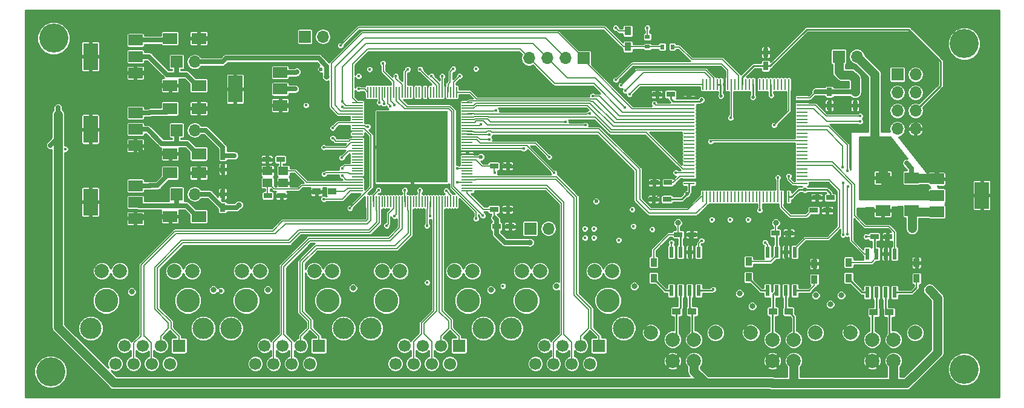
<source format=gbr>
G04 #@! TF.GenerationSoftware,KiCad,Pcbnew,(5.0.2)-1*
G04 #@! TF.CreationDate,2019-03-21T22:25:16+02:00*
G04 #@! TF.ProjectId,AVB switch with Can gateway,41564220-7377-4697-9463-682077697468,v01*
G04 #@! TF.SameCoordinates,Original*
G04 #@! TF.FileFunction,Copper,L1,Top*
G04 #@! TF.FilePolarity,Positive*
%FSLAX46Y46*%
G04 Gerber Fmt 4.6, Leading zero omitted, Abs format (unit mm)*
G04 Created by KiCad (PCBNEW (5.0.2)-1) date 3/21/2019 10:25:16 PM*
%MOMM*%
%LPD*%
G01*
G04 APERTURE LIST*
G04 #@! TA.AperFunction,ComponentPad*
%ADD10O,1.700000X1.700000*%
G04 #@! TD*
G04 #@! TA.AperFunction,ComponentPad*
%ADD11R,1.700000X1.700000*%
G04 #@! TD*
G04 #@! TA.AperFunction,SMDPad,CuDef*
%ADD12R,2.000000X1.500000*%
G04 #@! TD*
G04 #@! TA.AperFunction,SMDPad,CuDef*
%ADD13R,2.000000X3.800000*%
G04 #@! TD*
G04 #@! TA.AperFunction,SMDPad,CuDef*
%ADD14R,2.000000X1.600000*%
G04 #@! TD*
G04 #@! TA.AperFunction,SMDPad,CuDef*
%ADD15R,0.280000X1.500000*%
G04 #@! TD*
G04 #@! TA.AperFunction,SMDPad,CuDef*
%ADD16R,1.500000X0.280000*%
G04 #@! TD*
G04 #@! TA.AperFunction,SMDPad,CuDef*
%ADD17R,1.400000X1.200000*%
G04 #@! TD*
G04 #@! TA.AperFunction,SMDPad,CuDef*
%ADD18R,0.600000X0.700000*%
G04 #@! TD*
G04 #@! TA.AperFunction,SMDPad,CuDef*
%ADD19R,0.700000X0.600000*%
G04 #@! TD*
G04 #@! TA.AperFunction,SMDPad,CuDef*
%ADD20R,0.900000X1.200000*%
G04 #@! TD*
G04 #@! TA.AperFunction,ComponentPad*
%ADD21C,4.064000*%
G04 #@! TD*
G04 #@! TA.AperFunction,ComponentPad*
%ADD22C,3.300000*%
G04 #@! TD*
G04 #@! TA.AperFunction,ComponentPad*
%ADD23C,3.000000*%
G04 #@! TD*
G04 #@! TA.AperFunction,ComponentPad*
%ADD24C,2.000000*%
G04 #@! TD*
G04 #@! TA.AperFunction,ComponentPad*
%ADD25C,1.700000*%
G04 #@! TD*
G04 #@! TA.AperFunction,ComponentPad*
%ADD26R,1.800000X1.800000*%
G04 #@! TD*
G04 #@! TA.AperFunction,SMDPad,CuDef*
%ADD27R,10.000000X10.000000*%
G04 #@! TD*
G04 #@! TA.AperFunction,SMDPad,CuDef*
%ADD28R,0.240000X1.560000*%
G04 #@! TD*
G04 #@! TA.AperFunction,SMDPad,CuDef*
%ADD29R,1.560000X0.240000*%
G04 #@! TD*
G04 #@! TA.AperFunction,SMDPad,CuDef*
%ADD30R,1.200000X0.750000*%
G04 #@! TD*
G04 #@! TA.AperFunction,SMDPad,CuDef*
%ADD31R,0.750000X1.200000*%
G04 #@! TD*
G04 #@! TA.AperFunction,SMDPad,CuDef*
%ADD32R,1.200000X0.900000*%
G04 #@! TD*
G04 #@! TA.AperFunction,SMDPad,CuDef*
%ADD33R,0.600000X1.550000*%
G04 #@! TD*
G04 #@! TA.AperFunction,ViaPad*
%ADD34C,0.450000*%
G04 #@! TD*
G04 #@! TA.AperFunction,ViaPad*
%ADD35C,0.600000*%
G04 #@! TD*
G04 #@! TA.AperFunction,ViaPad*
%ADD36C,0.800000*%
G04 #@! TD*
G04 #@! TA.AperFunction,ViaPad*
%ADD37C,0.500000*%
G04 #@! TD*
G04 #@! TA.AperFunction,Conductor*
%ADD38C,0.250000*%
G04 #@! TD*
G04 #@! TA.AperFunction,Conductor*
%ADD39C,1.300000*%
G04 #@! TD*
G04 #@! TA.AperFunction,Conductor*
%ADD40C,0.200000*%
G04 #@! TD*
G04 #@! TA.AperFunction,Conductor*
%ADD41C,0.150000*%
G04 #@! TD*
G04 #@! TA.AperFunction,Conductor*
%ADD42C,0.700000*%
G04 #@! TD*
G04 #@! TA.AperFunction,Conductor*
%ADD43C,0.151000*%
G04 #@! TD*
G04 #@! TA.AperFunction,Conductor*
%ADD44C,0.089000*%
G04 #@! TD*
G04 #@! TA.AperFunction,Conductor*
%ADD45C,0.254000*%
G04 #@! TD*
G04 APERTURE END LIST*
D10*
G04 #@! TO.P,J13,2*
G04 #@! TO.N,VDDLS*
X119065000Y-52550000D03*
D11*
G04 #@! TO.P,J13,1*
X116525000Y-52550000D03*
G04 #@! TD*
G04 #@! TO.P,J10,1*
G04 #@! TO.N,VDD*
X209220000Y-51830000D03*
D10*
G04 #@! TO.P,J10,2*
G04 #@! TO.N,+3V3*
X211760000Y-51830000D03*
G04 #@! TD*
G04 #@! TO.P,J11,2*
G04 #@! TO.N,AVDDL*
X119065000Y-62175000D03*
D11*
G04 #@! TO.P,J11,1*
X116525000Y-62175000D03*
G04 #@! TD*
G04 #@! TO.P,J14,1*
G04 #@! TO.N,AVDDH*
X166040000Y-75960000D03*
D10*
G04 #@! TO.P,J14,2*
X168580000Y-75960000D03*
G04 #@! TD*
G04 #@! TO.P,J15,2*
G04 #@! TO.N,VDDHS*
X137015000Y-49050000D03*
D11*
G04 #@! TO.P,J15,1*
X134475000Y-49050000D03*
G04 #@! TD*
D10*
G04 #@! TO.P,J12,2*
G04 #@! TO.N,DVDDL*
X119065000Y-71150000D03*
D11*
G04 #@! TO.P,J12,1*
X116525000Y-71150000D03*
G04 #@! TD*
D10*
G04 #@! TO.P,J5,4*
G04 #@! TO.N,/switch/Data_out_MISO_SPI*
X165862000Y-52070000D03*
G04 #@! TO.P,J5,3*
G04 #@! TO.N,/switch/Data_in_MOSI_SPI*
X168402000Y-52070000D03*
G04 #@! TO.P,J5,2*
G04 #@! TO.N,/mcu_stm32/SPI_CS*
X170942000Y-52070000D03*
D11*
G04 #@! TO.P,J5,1*
G04 #@! TO.N,/switch/SCL_SPI*
X173482000Y-52070000D03*
G04 #@! TD*
D12*
G04 #@! TO.P,U12,1*
G04 #@! TO.N,GND*
X131014000Y-58688000D03*
G04 #@! TO.P,U12,3*
G04 #@! TO.N,power_3.3v*
X131014000Y-54088000D03*
G04 #@! TO.P,U12,2*
G04 #@! TO.N,VDDHS*
X131014000Y-56388000D03*
D13*
G04 #@! TO.P,U12,4*
G04 #@! TO.N,GND*
X124714000Y-56388000D03*
G04 #@! TD*
D14*
G04 #@! TO.P,C6,1*
G04 #@! TO.N,VDDLS*
X119625000Y-55900000D03*
G04 #@! TO.P,C6,2*
G04 #@! TO.N,GND*
X115625000Y-55900000D03*
G04 #@! TD*
G04 #@! TO.P,C5,2*
G04 #@! TO.N,GND*
X119625000Y-68150000D03*
G04 #@! TO.P,C5,1*
G04 #@! TO.N,/power_1.2v*
X115625000Y-68150000D03*
G04 #@! TD*
G04 #@! TO.P,C75,1*
G04 #@! TO.N,/power_1.2v*
X115625000Y-59125000D03*
G04 #@! TO.P,C75,2*
G04 #@! TO.N,GND*
X119625000Y-59125000D03*
G04 #@! TD*
G04 #@! TO.P,C76,2*
G04 #@! TO.N,GND*
X115625000Y-65475000D03*
G04 #@! TO.P,C76,1*
G04 #@! TO.N,AVDDL*
X119625000Y-65475000D03*
G04 #@! TD*
D13*
G04 #@! TO.P,U10,4*
G04 #@! TO.N,GND*
X104470000Y-51830000D03*
D12*
G04 #@! TO.P,U10,2*
G04 #@! TO.N,VDDLS*
X110770000Y-51830000D03*
G04 #@! TO.P,U10,3*
G04 #@! TO.N,/power_1.2v*
X110770000Y-49530000D03*
G04 #@! TO.P,U10,1*
G04 #@! TO.N,GND*
X110770000Y-54130000D03*
G04 #@! TD*
G04 #@! TO.P,U11,1*
G04 #@! TO.N,GND*
X110770000Y-64340000D03*
G04 #@! TO.P,U11,3*
G04 #@! TO.N,/power_1.2v*
X110770000Y-59740000D03*
G04 #@! TO.P,U11,2*
G04 #@! TO.N,AVDDL*
X110770000Y-62040000D03*
D13*
G04 #@! TO.P,U11,4*
G04 #@! TO.N,GND*
X104470000Y-62040000D03*
G04 #@! TD*
D15*
G04 #@! TO.P,U4,1*
G04 #@! TO.N,/mcu_stm32/ETH_TXD3*
X202188000Y-55730000D03*
G04 #@! TO.P,U4,2*
G04 #@! TO.N,Net-(U4-Pad2)*
X201688000Y-55730000D03*
G04 #@! TO.P,U4,3*
G04 #@! TO.N,Net-(U4-Pad3)*
X201188000Y-55730000D03*
G04 #@! TO.P,U4,4*
G04 #@! TO.N,Net-(U4-Pad4)*
X200688000Y-55730000D03*
G04 #@! TO.P,U4,5*
G04 #@! TO.N,Net-(U4-Pad5)*
X200188000Y-55730000D03*
G04 #@! TO.P,U4,6*
G04 #@! TO.N,VDD*
X199688000Y-55730000D03*
G04 #@! TO.P,U4,7*
G04 #@! TO.N,Net-(U4-Pad7)*
X199188000Y-55730000D03*
G04 #@! TO.P,U4,8*
G04 #@! TO.N,Net-(U4-Pad8)*
X198688000Y-55730000D03*
G04 #@! TO.P,U4,9*
G04 #@! TO.N,Net-(U4-Pad9)*
X198188000Y-55730000D03*
G04 #@! TO.P,U4,10*
G04 #@! TO.N,GND*
X197688000Y-55730000D03*
G04 #@! TO.P,U4,11*
G04 #@! TO.N,VDD*
X197188000Y-55730000D03*
G04 #@! TO.P,U4,12*
G04 #@! TO.N,Net-(U4-Pad12)*
X196688000Y-55730000D03*
G04 #@! TO.P,U4,13*
G04 #@! TO.N,Net-(U4-Pad13)*
X196188000Y-55730000D03*
G04 #@! TO.P,U4,14*
G04 #@! TO.N,/mcu_stm32/NRESET*
X195688000Y-55730000D03*
G04 #@! TO.P,U4,15*
G04 #@! TO.N,/mcu_stm32/RESET_N*
X195188000Y-55730000D03*
G04 #@! TO.P,U4,16*
G04 #@! TO.N,/mcu_stm32/ETH_MDC*
X194688000Y-55730000D03*
G04 #@! TO.P,U4,17*
G04 #@! TO.N,/mcu_stm32/ETH_TXD2*
X194188000Y-55730000D03*
G04 #@! TO.P,U4,18*
G04 #@! TO.N,/mcu_stm32/ETH_TX_CLK*
X193688000Y-55730000D03*
G04 #@! TO.P,U4,19*
G04 #@! TO.N,GND*
X193188000Y-55730000D03*
G04 #@! TO.P,U4,20*
G04 #@! TO.N,VDD*
X192688000Y-55730000D03*
G04 #@! TO.P,U4,21*
X192188000Y-55730000D03*
G04 #@! TO.P,U4,22*
G04 #@! TO.N,/mcu_stm32/ETH_CRS*
X191688000Y-55730000D03*
G04 #@! TO.P,U4,23*
G04 #@! TO.N,/mcu_stm32/ETH_RX_CLK*
X191188000Y-55730000D03*
G04 #@! TO.P,U4,24*
G04 #@! TO.N,/mcu_stm32/ETH_MDIO*
X190688000Y-55730000D03*
G04 #@! TO.P,U4,25*
G04 #@! TO.N,/mcu_stm32/ETH_COL*
X190188000Y-55730000D03*
D16*
G04 #@! TO.P,U4,26*
G04 #@! TO.N,GND*
X188288000Y-57630000D03*
G04 #@! TO.P,U4,27*
G04 #@! TO.N,VDD*
X188288000Y-58130000D03*
G04 #@! TO.P,U4,28*
G04 #@! TO.N,/mcu_stm32/SPI_CS*
X188288000Y-58630000D03*
G04 #@! TO.P,U4,29*
G04 #@! TO.N,/switch/SCL_SPI*
X188288000Y-59130000D03*
G04 #@! TO.P,U4,30*
G04 #@! TO.N,/switch/Data_out_MISO_SPI*
X188288000Y-59630000D03*
G04 #@! TO.P,U4,31*
G04 #@! TO.N,/mcu_stm32/ETH_RX_DV*
X188288000Y-60130000D03*
G04 #@! TO.P,U4,32*
G04 #@! TO.N,/mcu_stm32/ETH_RXD0*
X188288000Y-60630000D03*
G04 #@! TO.P,U4,33*
G04 #@! TO.N,/mcu_stm32/ETH_RXD1*
X188288000Y-61130000D03*
G04 #@! TO.P,U4,34*
G04 #@! TO.N,/mcu_stm32/ETH_RXD2*
X188288000Y-61630000D03*
G04 #@! TO.P,U4,35*
G04 #@! TO.N,/mcu_stm32/ETH_RXD3*
X188288000Y-62130000D03*
G04 #@! TO.P,U4,36*
G04 #@! TO.N,Net-(U4-Pad36)*
X188288000Y-62630000D03*
G04 #@! TO.P,U4,37*
G04 #@! TO.N,Net-(U4-Pad37)*
X188288000Y-63130000D03*
G04 #@! TO.P,U4,38*
G04 #@! TO.N,Net-(U4-Pad38)*
X188288000Y-63630000D03*
G04 #@! TO.P,U4,39*
G04 #@! TO.N,Net-(U4-Pad39)*
X188288000Y-64130000D03*
G04 #@! TO.P,U4,40*
G04 #@! TO.N,Net-(U4-Pad40)*
X188288000Y-64630000D03*
G04 #@! TO.P,U4,41*
G04 #@! TO.N,Net-(U4-Pad41)*
X188288000Y-65130000D03*
G04 #@! TO.P,U4,42*
G04 #@! TO.N,Net-(U4-Pad42)*
X188288000Y-65630000D03*
G04 #@! TO.P,U4,43*
G04 #@! TO.N,Net-(U4-Pad43)*
X188288000Y-66130000D03*
G04 #@! TO.P,U4,44*
G04 #@! TO.N,Net-(U4-Pad44)*
X188288000Y-66630000D03*
G04 #@! TO.P,U4,45*
G04 #@! TO.N,Net-(U4-Pad45)*
X188288000Y-67130000D03*
G04 #@! TO.P,U4,46*
G04 #@! TO.N,/mcu_stm32/ETH_RX_ER*
X188288000Y-67630000D03*
G04 #@! TO.P,U4,47*
G04 #@! TO.N,/mcu_stm32/ETH_TX_EN*
X188288000Y-68130000D03*
G04 #@! TO.P,U4,48*
G04 #@! TO.N,Net-(C16-Pad2)*
X188288000Y-68630000D03*
G04 #@! TO.P,U4,49*
G04 #@! TO.N,GND*
X188288000Y-69130000D03*
G04 #@! TO.P,U4,50*
G04 #@! TO.N,VDD*
X188288000Y-69630000D03*
D15*
G04 #@! TO.P,U4,51*
G04 #@! TO.N,/mcu_stm32/ETH_TXD0*
X190188000Y-71530000D03*
G04 #@! TO.P,U4,52*
G04 #@! TO.N,/mcu_stm32/ETH_TXD1*
X190688000Y-71530000D03*
G04 #@! TO.P,U4,53*
G04 #@! TO.N,/mcu_stm32/LED_1*
X191188000Y-71530000D03*
G04 #@! TO.P,U4,54*
G04 #@! TO.N,/mcu_stm32/LED_2*
X191688000Y-71530000D03*
G04 #@! TO.P,U4,55*
G04 #@! TO.N,Net-(U4-Pad55)*
X192188000Y-71530000D03*
G04 #@! TO.P,U4,56*
G04 #@! TO.N,Net-(U4-Pad56)*
X192688000Y-71530000D03*
G04 #@! TO.P,U4,57*
G04 #@! TO.N,Net-(U4-Pad57)*
X193188000Y-71530000D03*
G04 #@! TO.P,U4,58*
G04 #@! TO.N,Net-(U4-Pad58)*
X193688000Y-71530000D03*
G04 #@! TO.P,U4,59*
G04 #@! TO.N,Net-(U4-Pad59)*
X194188000Y-71530000D03*
G04 #@! TO.P,U4,60*
G04 #@! TO.N,Net-(U4-Pad60)*
X194688000Y-71530000D03*
G04 #@! TO.P,U4,61*
G04 #@! TO.N,Net-(U4-Pad61)*
X195188000Y-71530000D03*
G04 #@! TO.P,U4,62*
G04 #@! TO.N,Net-(U4-Pad62)*
X195688000Y-71530000D03*
G04 #@! TO.P,U4,63*
G04 #@! TO.N,/mcu_stm32/PWRDN*
X196188000Y-71530000D03*
G04 #@! TO.P,U4,64*
G04 #@! TO.N,Net-(U4-Pad64)*
X196688000Y-71530000D03*
G04 #@! TO.P,U4,65*
G04 #@! TO.N,Net-(U4-Pad65)*
X197188000Y-71530000D03*
G04 #@! TO.P,U4,66*
G04 #@! TO.N,Net-(U4-Pad66)*
X197688000Y-71530000D03*
G04 #@! TO.P,U4,67*
G04 #@! TO.N,/mcu_stm32/CAN3_RX*
X198188000Y-71530000D03*
G04 #@! TO.P,U4,68*
G04 #@! TO.N,Net-(U4-Pad68)*
X198688000Y-71530000D03*
G04 #@! TO.P,U4,69*
G04 #@! TO.N,Net-(U4-Pad69)*
X199188000Y-71530000D03*
G04 #@! TO.P,U4,70*
G04 #@! TO.N,Net-(U4-Pad70)*
X199688000Y-71530000D03*
G04 #@! TO.P,U4,71*
G04 #@! TO.N,Net-(U4-Pad71)*
X200188000Y-71530000D03*
G04 #@! TO.P,U4,72*
G04 #@! TO.N,/mcu_stm32/SYS_JTMSE_SWDIO*
X200688000Y-71530000D03*
G04 #@! TO.P,U4,73*
G04 #@! TO.N,Net-(C18-Pad1)*
X201188000Y-71530000D03*
G04 #@! TO.P,U4,74*
G04 #@! TO.N,GND*
X201688000Y-71530000D03*
G04 #@! TO.P,U4,75*
G04 #@! TO.N,VDD*
X202188000Y-71530000D03*
D16*
G04 #@! TO.P,U4,76*
G04 #@! TO.N,/mcu_stm32/SYS_JTCK_SWCLK*
X204088000Y-69630000D03*
G04 #@! TO.P,U4,77*
G04 #@! TO.N,/mcu_stm32/CAN3_TX*
X204088000Y-69130000D03*
G04 #@! TO.P,U4,78*
G04 #@! TO.N,Net-(U4-Pad78)*
X204088000Y-68630000D03*
G04 #@! TO.P,U4,79*
G04 #@! TO.N,Net-(U4-Pad79)*
X204088000Y-68130000D03*
G04 #@! TO.P,U4,80*
G04 #@! TO.N,Net-(U4-Pad80)*
X204088000Y-67630000D03*
G04 #@! TO.P,U4,81*
G04 #@! TO.N,/mcu_stm32/CAN1_RX*
X204088000Y-67130000D03*
G04 #@! TO.P,U4,82*
G04 #@! TO.N,/mcu_stm32/CAN1_TX*
X204088000Y-66630000D03*
G04 #@! TO.P,U4,83*
G04 #@! TO.N,Net-(U4-Pad83)*
X204088000Y-66130000D03*
G04 #@! TO.P,U4,84*
G04 #@! TO.N,Net-(U4-Pad84)*
X204088000Y-65630000D03*
G04 #@! TO.P,U4,85*
G04 #@! TO.N,Net-(U4-Pad85)*
X204088000Y-65130000D03*
G04 #@! TO.P,U4,86*
G04 #@! TO.N,Net-(U4-Pad86)*
X204088000Y-64630000D03*
G04 #@! TO.P,U4,87*
G04 #@! TO.N,Net-(U4-Pad87)*
X204088000Y-64130000D03*
G04 #@! TO.P,U4,88*
G04 #@! TO.N,/switch/Data_in_MOSI_SPI*
X204088000Y-63630000D03*
G04 #@! TO.P,U4,89*
G04 #@! TO.N,Net-(U4-Pad89)*
X204088000Y-63130000D03*
G04 #@! TO.P,U4,90*
G04 #@! TO.N,Net-(U4-Pad90)*
X204088000Y-62630000D03*
G04 #@! TO.P,U4,91*
G04 #@! TO.N,/mcu_stm32/CAN2_RX*
X204088000Y-62130000D03*
G04 #@! TO.P,U4,92*
G04 #@! TO.N,/mcu_stm32/CAN2_TX*
X204088000Y-61630000D03*
G04 #@! TO.P,U4,93*
G04 #@! TO.N,Net-(U4-Pad93)*
X204088000Y-61130000D03*
G04 #@! TO.P,U4,94*
G04 #@! TO.N,Net-(U4-Pad94)*
X204088000Y-60630000D03*
G04 #@! TO.P,U4,95*
G04 #@! TO.N,Net-(U4-Pad95)*
X204088000Y-60130000D03*
G04 #@! TO.P,U4,96*
G04 #@! TO.N,Net-(U4-Pad96)*
X204088000Y-59630000D03*
G04 #@! TO.P,U4,97*
G04 #@! TO.N,/mcu_stm32/UART8_RX*
X204088000Y-59130000D03*
G04 #@! TO.P,U4,98*
G04 #@! TO.N,/mcu_stm32/UART8_TX*
X204088000Y-58630000D03*
G04 #@! TO.P,U4,99*
G04 #@! TO.N,GND*
X204088000Y-58130000D03*
G04 #@! TO.P,U4,100*
G04 #@! TO.N,VDD*
X204088000Y-57630000D03*
G04 #@! TD*
D17*
G04 #@! TO.P,Y1,4*
G04 #@! TO.N,GND*
X129264000Y-67864000D03*
G04 #@! TO.P,Y1,3*
G04 #@! TO.N,Net-(C66-Pad1)*
X131464000Y-67864000D03*
G04 #@! TO.P,Y1,2*
G04 #@! TO.N,GND*
X131464000Y-69564000D03*
G04 #@! TO.P,Y1,1*
G04 #@! TO.N,Net-(C67-Pad1)*
X129264000Y-69564000D03*
G04 #@! TD*
D18*
G04 #@! TO.P,D5,2*
G04 #@! TO.N,Net-(C4-Pad1)*
X184524000Y-50474000D03*
G04 #@! TO.P,D5,1*
G04 #@! TO.N,/mcu_stm32/RESET_N*
X185924000Y-50474000D03*
G04 #@! TD*
D19*
G04 #@! TO.P,D4,1*
G04 #@! TO.N,+3V3*
X182424000Y-49064000D03*
G04 #@! TO.P,D4,2*
G04 #@! TO.N,Net-(C4-Pad1)*
X182424000Y-50464000D03*
G04 #@! TD*
D20*
G04 #@! TO.P,R13,2*
G04 #@! TO.N,Net-(C4-Pad1)*
X179704000Y-50454000D03*
G04 #@! TO.P,R13,1*
G04 #@! TO.N,+3V3*
X179704000Y-48254000D03*
G04 #@! TD*
D21*
G04 #@! TO.P,H4,1*
G04 #@! TO.N,N/C*
X226780000Y-50038000D03*
G04 #@! TD*
G04 #@! TO.P,H3,1*
G04 #@! TO.N,N/C*
X226780000Y-95690000D03*
G04 #@! TD*
G04 #@! TO.P,H2,1*
G04 #@! TO.N,N/C*
X99314000Y-49276000D03*
G04 #@! TD*
G04 #@! TO.P,H1,1*
G04 #@! TO.N,N/C*
X98896999Y-96050000D03*
G04 #@! TD*
D22*
G04 #@! TO.P,J8,*
G04 #@! TO.N,*
X165485000Y-86050000D03*
X176915000Y-86050000D03*
D23*
X163325000Y-89940000D03*
X179075000Y-89940000D03*
D24*
G04 #@! TO.P,J8,11*
G04 #@! TO.N,Net-(J8-Pad11)*
X167385000Y-81940000D03*
G04 #@! TO.P,J8,10*
G04 #@! TO.N,/LED4_0*
X175015000Y-81940000D03*
G04 #@! TO.P,J8,12*
G04 #@! TO.N,/LED4_1*
X164885000Y-81940000D03*
G04 #@! TO.P,J8,9*
G04 #@! TO.N,Net-(J8-Pad9)*
X177515000Y-81940000D03*
D25*
G04 #@! TO.P,J8,8*
G04 #@! TO.N,GNDPWR*
X166755000Y-94940000D03*
D26*
G04 #@! TO.P,J8,1*
G04 #@! TO.N,/RX4-*
X175645000Y-92400000D03*
D25*
G04 #@! TO.P,J8,3*
G04 #@! TO.N,/RX4+*
X173105000Y-92400000D03*
G04 #@! TO.P,J8,5*
G04 #@! TO.N,Net-(C13-Pad1)*
X170565000Y-92400000D03*
G04 #@! TO.P,J8,7*
G04 #@! TO.N,N/C*
X168025000Y-92400000D03*
G04 #@! TO.P,J8,6*
G04 #@! TO.N,/TX4+*
X169295000Y-94940000D03*
G04 #@! TO.P,J8,4*
G04 #@! TO.N,/TX4-*
X171835000Y-94940000D03*
G04 #@! TO.P,J8,2*
G04 #@! TO.N,Net-(C14-Pad1)*
X174375000Y-94940000D03*
G04 #@! TD*
D22*
G04 #@! TO.P,J7,*
G04 #@! TO.N,*
X145881666Y-86050000D03*
X157311666Y-86050000D03*
D23*
X143721666Y-89940000D03*
X159471666Y-89940000D03*
D24*
G04 #@! TO.P,J7,11*
G04 #@! TO.N,Net-(J7-Pad11)*
X147781666Y-81940000D03*
G04 #@! TO.P,J7,10*
G04 #@! TO.N,/LED3_0*
X155411666Y-81940000D03*
G04 #@! TO.P,J7,12*
G04 #@! TO.N,/LED3_1*
X145281666Y-81940000D03*
G04 #@! TO.P,J7,9*
G04 #@! TO.N,Net-(J7-Pad9)*
X157911666Y-81940000D03*
D25*
G04 #@! TO.P,J7,8*
G04 #@! TO.N,GNDPWR*
X147151666Y-94940000D03*
D26*
G04 #@! TO.P,J7,1*
G04 #@! TO.N,/RX3-*
X156041666Y-92400000D03*
D25*
G04 #@! TO.P,J7,3*
G04 #@! TO.N,/RX3+*
X153501666Y-92400000D03*
G04 #@! TO.P,J7,5*
G04 #@! TO.N,Net-(C10-Pad1)*
X150961666Y-92400000D03*
G04 #@! TO.P,J7,7*
G04 #@! TO.N,N/C*
X148421666Y-92400000D03*
G04 #@! TO.P,J7,6*
G04 #@! TO.N,/TX3+*
X149691666Y-94940000D03*
G04 #@! TO.P,J7,4*
G04 #@! TO.N,/TX3-*
X152231666Y-94940000D03*
G04 #@! TO.P,J7,2*
G04 #@! TO.N,Net-(C11-Pad1)*
X154771666Y-94940000D03*
G04 #@! TD*
D11*
G04 #@! TO.P,J9,1*
G04 #@! TO.N,/mcu_stm32/SYS_JTCK_SWCLK*
X217424000Y-54356000D03*
D10*
G04 #@! TO.P,J9,2*
G04 #@! TO.N,/mcu_stm32/SYS_JTMSE_SWDIO*
X219964000Y-54356000D03*
G04 #@! TO.P,J9,3*
G04 #@! TO.N,/mcu_stm32/UART8_RX*
X217424000Y-56896000D03*
G04 #@! TO.P,J9,4*
G04 #@! TO.N,/mcu_stm32/UART8_TX*
X219964000Y-56896000D03*
G04 #@! TO.P,J9,5*
G04 #@! TO.N,Net-(J9-Pad5)*
X217424000Y-59436000D03*
G04 #@! TO.P,J9,6*
G04 #@! TO.N,/mcu_stm32/NRESET*
X219964000Y-59436000D03*
G04 #@! TO.P,J9,7*
G04 #@! TO.N,/mcu_stm32/3.3v*
X217424000Y-61976000D03*
G04 #@! TO.P,J9,8*
G04 #@! TO.N,GND*
X219964000Y-61976000D03*
G04 #@! TD*
D27*
G04 #@! TO.P,IC1,129*
G04 #@! TO.N,GND*
X149500000Y-64500000D03*
D28*
G04 #@! TO.P,IC1,96*
G04 #@! TO.N,Net-(C4-Pad1)*
X143300000Y-56820000D03*
G04 #@! TO.P,IC1,95*
G04 #@! TO.N,Net-(IC1-Pad95)*
X143700000Y-56820000D03*
G04 #@! TO.P,IC1,94*
G04 #@! TO.N,Net-(IC1-Pad94)*
X144100000Y-56820000D03*
G04 #@! TO.P,IC1,93*
G04 #@! TO.N,Net-(IC1-Pad93)*
X144500000Y-56820000D03*
G04 #@! TO.P,IC1,92*
G04 #@! TO.N,/LED2_1*
X144900000Y-56820000D03*
G04 #@! TO.P,IC1,91*
G04 #@! TO.N,/LED2_0*
X145300000Y-56820000D03*
G04 #@! TO.P,IC1,90*
G04 #@! TO.N,Net-(IC1-Pad90)*
X145700000Y-56820000D03*
G04 #@! TO.P,IC1,89*
G04 #@! TO.N,/LED3_1*
X146100000Y-56820000D03*
G04 #@! TO.P,IC1,88*
G04 #@! TO.N,/LED3_0*
X146500000Y-56820000D03*
G04 #@! TO.P,IC1,87*
G04 #@! TO.N,DVDDL*
X146900000Y-56820000D03*
G04 #@! TO.P,IC1,86*
G04 #@! TO.N,/LED4_1*
X147300000Y-56820000D03*
G04 #@! TO.P,IC1,85*
G04 #@! TO.N,/LED4_0*
X147700000Y-56820000D03*
G04 #@! TO.P,IC1,84*
G04 #@! TO.N,VDDLS*
X148100000Y-56820000D03*
G04 #@! TO.P,IC1,83*
G04 #@! TO.N,VDDHS*
X148500000Y-56820000D03*
G04 #@! TO.P,IC1,82*
G04 #@! TO.N,Net-(IC1-Pad82)*
X148900000Y-56820000D03*
G04 #@! TO.P,IC1,81*
G04 #@! TO.N,Net-(IC1-Pad81)*
X149300000Y-56820000D03*
G04 #@! TO.P,IC1,80*
G04 #@! TO.N,GND*
X149700000Y-56820000D03*
G04 #@! TO.P,IC1,79*
G04 #@! TO.N,Net-(IC1-Pad79)*
X150100000Y-56820000D03*
G04 #@! TO.P,IC1,78*
G04 #@! TO.N,Net-(IC1-Pad78)*
X150500000Y-56820000D03*
G04 #@! TO.P,IC1,77*
G04 #@! TO.N,GND*
X150900000Y-56820000D03*
G04 #@! TO.P,IC1,76*
G04 #@! TO.N,Net-(IC1-Pad76)*
X151300000Y-56820000D03*
G04 #@! TO.P,IC1,75*
G04 #@! TO.N,GND*
X151700000Y-56820000D03*
G04 #@! TO.P,IC1,74*
G04 #@! TO.N,Net-(IC1-Pad74)*
X152100000Y-56820000D03*
G04 #@! TO.P,IC1,73*
G04 #@! TO.N,Net-(IC1-Pad73)*
X152500000Y-56820000D03*
G04 #@! TO.P,IC1,72*
G04 #@! TO.N,VDDHS*
X152900000Y-56820000D03*
G04 #@! TO.P,IC1,71*
G04 #@! TO.N,VDDLS*
X153300000Y-56820000D03*
G04 #@! TO.P,IC1,70*
G04 #@! TO.N,DVDDL*
X153700000Y-56820000D03*
G04 #@! TO.P,IC1,69*
G04 #@! TO.N,GND*
X154100000Y-56820000D03*
G04 #@! TO.P,IC1,68*
G04 #@! TO.N,+3V3*
X154500000Y-56820000D03*
G04 #@! TO.P,IC1,67*
G04 #@! TO.N,Net-(IC1-Pad67)*
X154900000Y-56820000D03*
G04 #@! TO.P,IC1,66*
G04 #@! TO.N,DVDDL*
X155300000Y-56820000D03*
G04 #@! TO.P,IC1,65*
G04 #@! TO.N,/mcu_stm32/ETH_RXD0*
X155700000Y-56820000D03*
G04 #@! TO.P,IC1,32*
G04 #@! TO.N,Net-(IC1-Pad32)*
X155700000Y-72180000D03*
G04 #@! TO.P,IC1,31*
G04 #@! TO.N,Net-(IC1-Pad31)*
X155300000Y-72180000D03*
G04 #@! TO.P,IC1,30*
G04 #@! TO.N,AVDDL*
X154900000Y-72180000D03*
G04 #@! TO.P,IC1,29*
G04 #@! TO.N,Net-(IC1-Pad29)*
X154500000Y-72180000D03*
G04 #@! TO.P,IC1,28*
G04 #@! TO.N,Net-(IC1-Pad28)*
X154100000Y-72180000D03*
G04 #@! TO.P,IC1,27*
G04 #@! TO.N,/RX3-*
X153700000Y-72180000D03*
G04 #@! TO.P,IC1,26*
G04 #@! TO.N,/RX3+*
X153300000Y-72180000D03*
G04 #@! TO.P,IC1,25*
G04 #@! TO.N,/TX3-*
X152900000Y-72180000D03*
G04 #@! TO.P,IC1,24*
G04 #@! TO.N,/TX3+*
X152500000Y-72180000D03*
G04 #@! TO.P,IC1,23*
G04 #@! TO.N,DVDDL*
X152100000Y-72180000D03*
G04 #@! TO.P,IC1,22*
G04 #@! TO.N,AVDDH*
X151700000Y-72180000D03*
G04 #@! TO.P,IC1,21*
G04 #@! TO.N,Net-(IC1-Pad21)*
X151300000Y-72180000D03*
G04 #@! TO.P,IC1,20*
G04 #@! TO.N,Net-(IC1-Pad20)*
X150900000Y-72180000D03*
G04 #@! TO.P,IC1,19*
G04 #@! TO.N,AVDDL*
X150500000Y-72180000D03*
G04 #@! TO.P,IC1,18*
G04 #@! TO.N,Net-(IC1-Pad18)*
X150100000Y-72180000D03*
G04 #@! TO.P,IC1,17*
G04 #@! TO.N,Net-(IC1-Pad17)*
X149700000Y-72180000D03*
G04 #@! TO.P,IC1,16*
G04 #@! TO.N,/RX2-*
X149300000Y-72180000D03*
G04 #@! TO.P,IC1,15*
G04 #@! TO.N,/RX2+*
X148900000Y-72180000D03*
G04 #@! TO.P,IC1,14*
G04 #@! TO.N,AVDDL*
X148500000Y-72180000D03*
G04 #@! TO.P,IC1,13*
G04 #@! TO.N,/TX2-*
X148100000Y-72180000D03*
G04 #@! TO.P,IC1,12*
G04 #@! TO.N,/TX2+*
X147700000Y-72180000D03*
G04 #@! TO.P,IC1,11*
G04 #@! TO.N,DVDDL*
X147300000Y-72180000D03*
G04 #@! TO.P,IC1,10*
G04 #@! TO.N,AVDDH*
X146900000Y-72180000D03*
G04 #@! TO.P,IC1,9*
G04 #@! TO.N,Net-(IC1-Pad9)*
X146500000Y-72180000D03*
G04 #@! TO.P,IC1,8*
G04 #@! TO.N,Net-(IC1-Pad8)*
X146100000Y-72180000D03*
G04 #@! TO.P,IC1,7*
G04 #@! TO.N,Net-(IC1-Pad7)*
X145700000Y-72180000D03*
G04 #@! TO.P,IC1,6*
G04 #@! TO.N,Net-(IC1-Pad6)*
X145300000Y-72180000D03*
G04 #@! TO.P,IC1,5*
G04 #@! TO.N,/RX1-*
X144900000Y-72180000D03*
G04 #@! TO.P,IC1,4*
G04 #@! TO.N,/RX1+*
X144500000Y-72180000D03*
G04 #@! TO.P,IC1,3*
G04 #@! TO.N,AVDDL*
X144100000Y-72180000D03*
G04 #@! TO.P,IC1,2*
G04 #@! TO.N,/TX1-*
X143700000Y-72180000D03*
G04 #@! TO.P,IC1,1*
G04 #@! TO.N,/TX1+*
X143300000Y-72180000D03*
D29*
G04 #@! TO.P,IC1,128*
G04 #@! TO.N,AVDDH*
X141820000Y-70700000D03*
G04 #@! TO.P,IC1,127*
G04 #@! TO.N,Net-(IC1-Pad127)*
X141820000Y-70300000D03*
G04 #@! TO.P,IC1,126*
G04 #@! TO.N,Net-(C67-Pad1)*
X141820000Y-69900000D03*
G04 #@! TO.P,IC1,125*
G04 #@! TO.N,Net-(C66-Pad1)*
X141820000Y-69500000D03*
G04 #@! TO.P,IC1,124*
G04 #@! TO.N,AVDDL*
X141820000Y-69100000D03*
G04 #@! TO.P,IC1,123*
G04 #@! TO.N,GND*
X141820000Y-68700000D03*
G04 #@! TO.P,IC1,122*
G04 #@! TO.N,AVDDH*
X141820000Y-68300000D03*
G04 #@! TO.P,IC1,121*
G04 #@! TO.N,Net-(IC1-Pad121)*
X141820000Y-67900000D03*
G04 #@! TO.P,IC1,120*
G04 #@! TO.N,Net-(IC1-Pad120)*
X141820000Y-67500000D03*
G04 #@! TO.P,IC1,119*
G04 #@! TO.N,AVDDL*
X141820000Y-67100000D03*
G04 #@! TO.P,IC1,118*
G04 #@! TO.N,Net-(IC1-Pad118)*
X141820000Y-66700000D03*
G04 #@! TO.P,IC1,117*
G04 #@! TO.N,Net-(IC1-Pad117)*
X141820000Y-66300000D03*
G04 #@! TO.P,IC1,116*
G04 #@! TO.N,/RX5-*
X141820000Y-65900000D03*
G04 #@! TO.P,IC1,115*
G04 #@! TO.N,/RX5+*
X141820000Y-65500000D03*
G04 #@! TO.P,IC1,114*
G04 #@! TO.N,AVDDL*
X141820000Y-65100000D03*
G04 #@! TO.P,IC1,113*
G04 #@! TO.N,/TX5-*
X141820000Y-64700000D03*
G04 #@! TO.P,IC1,112*
G04 #@! TO.N,/TX5+*
X141820000Y-64300000D03*
G04 #@! TO.P,IC1,111*
G04 #@! TO.N,AVDDH*
X141820000Y-63900000D03*
G04 #@! TO.P,IC1,110*
G04 #@! TO.N,DVDDL*
X141820000Y-63500000D03*
G04 #@! TO.P,IC1,109*
G04 #@! TO.N,GND*
X141820000Y-63100000D03*
G04 #@! TO.P,IC1,108*
G04 #@! TO.N,Net-(IC1-Pad108)*
X141820000Y-62700000D03*
G04 #@! TO.P,IC1,107*
G04 #@! TO.N,GND*
X141820000Y-62300000D03*
G04 #@! TO.P,IC1,106*
G04 #@! TO.N,/switch/LED1_1*
X141820000Y-61900000D03*
G04 #@! TO.P,IC1,105*
G04 #@! TO.N,/switch/LED1_0*
X141820000Y-61500000D03*
G04 #@! TO.P,IC1,104*
G04 #@! TO.N,DVDDL*
X141820000Y-61100000D03*
G04 #@! TO.P,IC1,103*
G04 #@! TO.N,/LED5_1*
X141820000Y-60700000D03*
G04 #@! TO.P,IC1,102*
G04 #@! TO.N,/LED5_0*
X141820000Y-60300000D03*
G04 #@! TO.P,IC1,101*
G04 #@! TO.N,/switch/SCL_SPI*
X141820000Y-59900000D03*
G04 #@! TO.P,IC1,100*
G04 #@! TO.N,/mcu_stm32/SPI_CS*
X141820000Y-59500000D03*
G04 #@! TO.P,IC1,99*
G04 #@! TO.N,+3V3*
X141820000Y-59100000D03*
G04 #@! TO.P,IC1,98*
G04 #@! TO.N,/switch/Data_in_MOSI_SPI*
X141820000Y-58700000D03*
G04 #@! TO.P,IC1,97*
G04 #@! TO.N,/switch/Data_out_MISO_SPI*
X141820000Y-58300000D03*
G04 #@! TO.P,IC1,64*
G04 #@! TO.N,/mcu_stm32/ETH_RXD1*
X157180000Y-58300000D03*
G04 #@! TO.P,IC1,63*
G04 #@! TO.N,/mcu_stm32/ETH_RXD2*
X157180000Y-58700000D03*
G04 #@! TO.P,IC1,62*
G04 #@! TO.N,/mcu_stm32/ETH_RXD3*
X157180000Y-59100000D03*
G04 #@! TO.P,IC1,61*
G04 #@! TO.N,+3V3*
X157180000Y-59500000D03*
G04 #@! TO.P,IC1,60*
G04 #@! TO.N,/mcu_stm32/ETH_CRS*
X157180000Y-59900000D03*
G04 #@! TO.P,IC1,59*
G04 #@! TO.N,/mcu_stm32/ETH_RX_ER*
X157180000Y-60300000D03*
G04 #@! TO.P,IC1,58*
G04 #@! TO.N,/mcu_stm32/ETH_RX_DV*
X157180000Y-60700000D03*
G04 #@! TO.P,IC1,57*
G04 #@! TO.N,/mcu_stm32/ETH_RX_CLK*
X157180000Y-61100000D03*
G04 #@! TO.P,IC1,56*
G04 #@! TO.N,DVDDL*
X157180000Y-61500000D03*
G04 #@! TO.P,IC1,55*
G04 #@! TO.N,/mcu_stm32/ETH_TXD0*
X157180000Y-61900000D03*
G04 #@! TO.P,IC1,54*
G04 #@! TO.N,/mcu_stm32/ETH_TXD1*
X157180000Y-62300000D03*
G04 #@! TO.P,IC1,53*
G04 #@! TO.N,/mcu_stm32/ETH_TXD2*
X157180000Y-62700000D03*
G04 #@! TO.P,IC1,52*
G04 #@! TO.N,/mcu_stm32/ETH_TXD3*
X157180000Y-63100000D03*
G04 #@! TO.P,IC1,51*
G04 #@! TO.N,/mcu_stm32/ETH_COL*
X157180000Y-63500000D03*
G04 #@! TO.P,IC1,50*
G04 #@! TO.N,Net-(IC1-Pad50)*
X157180000Y-63900000D03*
G04 #@! TO.P,IC1,49*
G04 #@! TO.N,/mcu_stm32/ETH_TX_EN*
X157180000Y-64300000D03*
G04 #@! TO.P,IC1,48*
G04 #@! TO.N,/mcu_stm32/ETH_TX_CLK*
X157180000Y-64700000D03*
G04 #@! TO.P,IC1,47*
G04 #@! TO.N,GND*
X157180000Y-65100000D03*
G04 #@! TO.P,IC1,46*
X157180000Y-65500000D03*
G04 #@! TO.P,IC1,45*
G04 #@! TO.N,DVDDL*
X157180000Y-65900000D03*
G04 #@! TO.P,IC1,44*
G04 #@! TO.N,AVDDH*
X157180000Y-66300000D03*
G04 #@! TO.P,IC1,43*
G04 #@! TO.N,Net-(IC1-Pad43)*
X157180000Y-66700000D03*
G04 #@! TO.P,IC1,42*
G04 #@! TO.N,Net-(IC1-Pad42)*
X157180000Y-67100000D03*
G04 #@! TO.P,IC1,41*
G04 #@! TO.N,AVDDL*
X157180000Y-67500000D03*
G04 #@! TO.P,IC1,40*
G04 #@! TO.N,Net-(IC1-Pad40)*
X157180000Y-67900000D03*
G04 #@! TO.P,IC1,39*
G04 #@! TO.N,Net-(IC1-Pad39)*
X157180000Y-68300000D03*
G04 #@! TO.P,IC1,38*
G04 #@! TO.N,/RX4-*
X157180000Y-68700000D03*
G04 #@! TO.P,IC1,37*
G04 #@! TO.N,/RX4+*
X157180000Y-69100000D03*
G04 #@! TO.P,IC1,36*
G04 #@! TO.N,AVDDL*
X157180000Y-69500000D03*
G04 #@! TO.P,IC1,35*
G04 #@! TO.N,/TX4-*
X157180000Y-69900000D03*
G04 #@! TO.P,IC1,34*
G04 #@! TO.N,/TX4+*
X157180000Y-70300000D03*
G04 #@! TO.P,IC1,33*
G04 #@! TO.N,AVDDH*
X157180000Y-70700000D03*
G04 #@! TD*
D22*
G04 #@! TO.P,J6,*
G04 #@! TO.N,*
X126278333Y-86050000D03*
X137708333Y-86050000D03*
D23*
X124118333Y-89940000D03*
X139868333Y-89940000D03*
D24*
G04 #@! TO.P,J6,11*
G04 #@! TO.N,Net-(J6-Pad11)*
X128178333Y-81940000D03*
G04 #@! TO.P,J6,10*
G04 #@! TO.N,/LED2_0*
X135808333Y-81940000D03*
G04 #@! TO.P,J6,12*
G04 #@! TO.N,/LED2_1*
X125678333Y-81940000D03*
G04 #@! TO.P,J6,9*
G04 #@! TO.N,Net-(J6-Pad9)*
X138308333Y-81940000D03*
D25*
G04 #@! TO.P,J6,8*
G04 #@! TO.N,GNDPWR*
X127548333Y-94940000D03*
D26*
G04 #@! TO.P,J6,1*
G04 #@! TO.N,/RX2-*
X136438333Y-92400000D03*
D25*
G04 #@! TO.P,J6,3*
G04 #@! TO.N,/RX2+*
X133898333Y-92400000D03*
G04 #@! TO.P,J6,5*
G04 #@! TO.N,Net-(C7-Pad1)*
X131358333Y-92400000D03*
G04 #@! TO.P,J6,7*
G04 #@! TO.N,N/C*
X128818333Y-92400000D03*
G04 #@! TO.P,J6,6*
G04 #@! TO.N,/TX2+*
X130088333Y-94940000D03*
G04 #@! TO.P,J6,4*
G04 #@! TO.N,/TX2-*
X132628333Y-94940000D03*
G04 #@! TO.P,J6,2*
G04 #@! TO.N,Net-(C8-Pad1)*
X135168333Y-94940000D03*
G04 #@! TD*
D22*
G04 #@! TO.P,J4,*
G04 #@! TO.N,*
X106675000Y-86050000D03*
X118105000Y-86050000D03*
D23*
X104515000Y-89940000D03*
X120265000Y-89940000D03*
D24*
G04 #@! TO.P,J4,11*
G04 #@! TO.N,Net-(J4-Pad11)*
X108575000Y-81940000D03*
G04 #@! TO.P,J4,10*
G04 #@! TO.N,/switch/LED1_0*
X116205000Y-81940000D03*
G04 #@! TO.P,J4,12*
G04 #@! TO.N,/switch/LED1_1*
X106075000Y-81940000D03*
G04 #@! TO.P,J4,9*
G04 #@! TO.N,Net-(J4-Pad9)*
X118705000Y-81940000D03*
D25*
G04 #@! TO.P,J4,8*
G04 #@! TO.N,GNDPWR*
X107945000Y-94940000D03*
D26*
G04 #@! TO.P,J4,1*
G04 #@! TO.N,/RX1-*
X116835000Y-92400000D03*
D25*
G04 #@! TO.P,J4,3*
G04 #@! TO.N,/RX1+*
X114295000Y-92400000D03*
G04 #@! TO.P,J4,5*
G04 #@! TO.N,Net-(C1-Pad1)*
X111755000Y-92400000D03*
G04 #@! TO.P,J4,7*
G04 #@! TO.N,N/C*
X109215000Y-92400000D03*
G04 #@! TO.P,J4,6*
G04 #@! TO.N,/TX1+*
X110485000Y-94940000D03*
G04 #@! TO.P,J4,4*
G04 #@! TO.N,/TX1-*
X113025000Y-94940000D03*
G04 #@! TO.P,J4,2*
G04 #@! TO.N,Net-(C2-Pad1)*
X115565000Y-94940000D03*
G04 #@! TD*
D30*
G04 #@! TO.P,C16,1*
G04 #@! TO.N,GND*
X183380000Y-69500000D03*
G04 #@! TO.P,C16,2*
G04 #@! TO.N,Net-(C16-Pad2)*
X185280000Y-69500000D03*
G04 #@! TD*
D31*
G04 #@! TO.P,C17,1*
G04 #@! TO.N,/mcu_stm32/NRESET*
X198990000Y-53150000D03*
G04 #@! TO.P,C17,2*
G04 #@! TO.N,GND*
X198990000Y-51250000D03*
G04 #@! TD*
D30*
G04 #@! TO.P,C18,1*
G04 #@! TO.N,Net-(C18-Pad1)*
X205700000Y-73410000D03*
G04 #@! TO.P,C18,2*
G04 #@! TO.N,GND*
X207600000Y-73410000D03*
G04 #@! TD*
D31*
G04 #@! TO.P,C19,1*
G04 #@! TO.N,GND*
X211500000Y-58700000D03*
G04 #@! TO.P,C19,2*
G04 #@! TO.N,VDD*
X211500000Y-56800000D03*
G04 #@! TD*
D30*
G04 #@! TO.P,C20,1*
G04 #@! TO.N,GND*
X183290000Y-71850000D03*
G04 #@! TO.P,C20,2*
G04 #@! TO.N,VDD*
X185190000Y-71850000D03*
G04 #@! TD*
G04 #@! TO.P,C21,1*
G04 #@! TO.N,GND*
X183770000Y-57130000D03*
G04 #@! TO.P,C21,2*
G04 #@! TO.N,VDD*
X185670000Y-57130000D03*
G04 #@! TD*
G04 #@! TO.P,C22,2*
G04 #@! TO.N,VDD*
X208026000Y-71628000D03*
G04 #@! TO.P,C22,1*
G04 #@! TO.N,GND*
X206126000Y-71628000D03*
G04 #@! TD*
D31*
G04 #@! TO.P,C25,1*
G04 #@! TO.N,GND*
X207900000Y-58700000D03*
G04 #@! TO.P,C25,2*
G04 #@! TO.N,VDD*
X207900000Y-56800000D03*
G04 #@! TD*
D30*
G04 #@! TO.P,C26,1*
G04 #@! TO.N,power_3.3v*
X200350000Y-76600000D03*
G04 #@! TO.P,C26,2*
G04 #@! TO.N,GND*
X202250000Y-76600000D03*
G04 #@! TD*
G04 #@! TO.P,C27,1*
G04 #@! TO.N,power_3.3v*
X214200000Y-77100000D03*
G04 #@! TO.P,C27,2*
G04 #@! TO.N,GND*
X216100000Y-77100000D03*
G04 #@! TD*
G04 #@! TO.P,C28,1*
G04 #@! TO.N,power_3.3v*
X186750000Y-76800000D03*
G04 #@! TO.P,C28,2*
G04 #@! TO.N,GND*
X188650000Y-76800000D03*
G04 #@! TD*
D31*
G04 #@! TO.P,C32,1*
G04 #@! TO.N,DVDDL*
X122980000Y-73010000D03*
G04 #@! TO.P,C32,2*
G04 #@! TO.N,GND*
X122980000Y-71110000D03*
G04 #@! TD*
G04 #@! TO.P,C42,1*
G04 #@! TO.N,AVDDL*
X123010000Y-65740000D03*
G04 #@! TO.P,C42,2*
G04 #@! TO.N,GND*
X123010000Y-67640000D03*
G04 #@! TD*
D30*
G04 #@! TO.P,C52,1*
G04 #@! TO.N,AVDDH*
X161300000Y-75660000D03*
G04 #@! TO.P,C52,2*
G04 #@! TO.N,GND*
X163200000Y-75660000D03*
G04 #@! TD*
G04 #@! TO.P,C55,1*
G04 #@! TO.N,AVDDH*
X160950000Y-73275000D03*
G04 #@! TO.P,C55,2*
G04 #@! TO.N,GND*
X162850000Y-73275000D03*
G04 #@! TD*
G04 #@! TO.P,C56,1*
G04 #@! TO.N,AVDDH*
X160950000Y-67200000D03*
G04 #@! TO.P,C56,2*
G04 #@! TO.N,GND*
X162850000Y-67200000D03*
G04 #@! TD*
G04 #@! TO.P,C66,1*
G04 #@! TO.N,Net-(C66-Pad1)*
X131078000Y-66262000D03*
G04 #@! TO.P,C66,2*
G04 #@! TO.N,GND*
X129178000Y-66262000D03*
G04 #@! TD*
G04 #@! TO.P,C67,1*
G04 #@! TO.N,Net-(C67-Pad1)*
X129310000Y-71342000D03*
G04 #@! TO.P,C67,2*
G04 #@! TO.N,GND*
X131210000Y-71342000D03*
G04 #@! TD*
D24*
G04 #@! TO.P,J1,~*
G04 #@! TO.N,N/C*
X219892000Y-90590000D03*
X210892000Y-90590000D03*
G04 #@! TO.P,J1,1*
G04 #@! TO.N,+12V*
X216892000Y-94530000D03*
G04 #@! TO.P,J1,2*
G04 #@! TO.N,GND*
X213892000Y-94530000D03*
G04 #@! TO.P,J1,3*
G04 #@! TO.N,/CAN1+*
X216892000Y-91530000D03*
G04 #@! TO.P,J1,4*
G04 #@! TO.N,/CAN1-*
X213892000Y-91530000D03*
G04 #@! TD*
G04 #@! TO.P,J2,~*
G04 #@! TO.N,N/C*
X191952000Y-90590000D03*
X182952000Y-90590000D03*
G04 #@! TO.P,J2,1*
G04 #@! TO.N,+12V*
X188952000Y-94530000D03*
G04 #@! TO.P,J2,2*
G04 #@! TO.N,GND*
X185952000Y-94530000D03*
G04 #@! TO.P,J2,3*
G04 #@! TO.N,/CAN2+*
X188952000Y-91530000D03*
G04 #@! TO.P,J2,4*
G04 #@! TO.N,/CAN2-*
X185952000Y-91530000D03*
G04 #@! TD*
G04 #@! TO.P,J3,~*
G04 #@! TO.N,N/C*
X205922000Y-90590000D03*
X196922000Y-90590000D03*
G04 #@! TO.P,J3,1*
G04 #@! TO.N,+12V*
X202922000Y-94530000D03*
G04 #@! TO.P,J3,2*
G04 #@! TO.N,GND*
X199922000Y-94530000D03*
G04 #@! TO.P,J3,3*
G04 #@! TO.N,/CAN3+*
X202922000Y-91530000D03*
G04 #@! TO.P,J3,4*
G04 #@! TO.N,/CAN3-*
X199922000Y-91530000D03*
G04 #@! TD*
D32*
G04 #@! TO.P,R3,1*
G04 #@! TO.N,GND*
X136110000Y-70770000D03*
G04 #@! TO.P,R3,2*
G04 #@! TO.N,Net-(IC1-Pad127)*
X138310000Y-70770000D03*
G04 #@! TD*
D20*
G04 #@! TO.P,R4,1*
G04 #@! TO.N,Net-(R4-Pad1)*
X205800000Y-83100000D03*
G04 #@! TO.P,R4,2*
G04 #@! TO.N,GND*
X205800000Y-80900000D03*
G04 #@! TD*
G04 #@! TO.P,R5,1*
G04 #@! TO.N,Net-(R5-Pad1)*
X220100000Y-82950000D03*
G04 #@! TO.P,R5,2*
G04 #@! TO.N,GND*
X220100000Y-80750000D03*
G04 #@! TD*
G04 #@! TO.P,R7,1*
G04 #@! TO.N,Net-(R7-Pad1)*
X196600000Y-82800000D03*
G04 #@! TO.P,R7,2*
G04 #@! TO.N,power_3.3v*
X196600000Y-80600000D03*
G04 #@! TD*
G04 #@! TO.P,R8,1*
G04 #@! TO.N,Net-(R8-Pad1)*
X210600000Y-82900000D03*
G04 #@! TO.P,R8,2*
G04 #@! TO.N,power_3.3v*
X210600000Y-80700000D03*
G04 #@! TD*
G04 #@! TO.P,R9,1*
G04 #@! TO.N,Net-(R9-Pad1)*
X183300000Y-82900000D03*
G04 #@! TO.P,R9,2*
G04 #@! TO.N,power_3.3v*
X183300000Y-80700000D03*
G04 #@! TD*
D33*
G04 #@! TO.P,U5,1*
G04 #@! TO.N,/mcu_stm32/CAN3_TX*
X203073000Y-79258000D03*
G04 #@! TO.P,U5,2*
G04 #@! TO.N,GND*
X201803000Y-79258000D03*
G04 #@! TO.P,U5,3*
G04 #@! TO.N,power_3.3v*
X200533000Y-79258000D03*
G04 #@! TO.P,U5,4*
G04 #@! TO.N,/mcu_stm32/CAN3_RX*
X199263000Y-79258000D03*
G04 #@! TO.P,U5,5*
G04 #@! TO.N,Net-(R7-Pad1)*
X199263000Y-84658000D03*
G04 #@! TO.P,U5,6*
G04 #@! TO.N,/CAN3-*
X200533000Y-84658000D03*
G04 #@! TO.P,U5,7*
G04 #@! TO.N,/CAN3+*
X201803000Y-84658000D03*
G04 #@! TO.P,U5,8*
G04 #@! TO.N,Net-(R4-Pad1)*
X203073000Y-84658000D03*
G04 #@! TD*
G04 #@! TO.P,U6,1*
G04 #@! TO.N,/mcu_stm32/CAN1_TX*
X217043000Y-79512000D03*
G04 #@! TO.P,U6,2*
G04 #@! TO.N,GND*
X215773000Y-79512000D03*
G04 #@! TO.P,U6,3*
G04 #@! TO.N,power_3.3v*
X214503000Y-79512000D03*
G04 #@! TO.P,U6,4*
G04 #@! TO.N,/mcu_stm32/CAN1_RX*
X213233000Y-79512000D03*
G04 #@! TO.P,U6,5*
G04 #@! TO.N,Net-(R8-Pad1)*
X213233000Y-84912000D03*
G04 #@! TO.P,U6,6*
G04 #@! TO.N,/CAN1-*
X214503000Y-84912000D03*
G04 #@! TO.P,U6,7*
G04 #@! TO.N,/CAN1+*
X215773000Y-84912000D03*
G04 #@! TO.P,U6,8*
G04 #@! TO.N,Net-(R5-Pad1)*
X217043000Y-84912000D03*
G04 #@! TD*
G04 #@! TO.P,U7,1*
G04 #@! TO.N,/mcu_stm32/CAN2_TX*
X189611000Y-79258000D03*
G04 #@! TO.P,U7,2*
G04 #@! TO.N,GND*
X188341000Y-79258000D03*
G04 #@! TO.P,U7,3*
G04 #@! TO.N,power_3.3v*
X187071000Y-79258000D03*
G04 #@! TO.P,U7,4*
G04 #@! TO.N,/mcu_stm32/CAN2_RX*
X185801000Y-79258000D03*
G04 #@! TO.P,U7,5*
G04 #@! TO.N,Net-(R9-Pad1)*
X185801000Y-84658000D03*
G04 #@! TO.P,U7,6*
G04 #@! TO.N,/CAN2-*
X187071000Y-84658000D03*
G04 #@! TO.P,U7,7*
G04 #@! TO.N,/CAN2+*
X188341000Y-84658000D03*
G04 #@! TO.P,U7,8*
G04 #@! TO.N,Net-(R6-Pad1)*
X189611000Y-84658000D03*
G04 #@! TD*
D14*
G04 #@! TO.P,C69,1*
G04 #@! TO.N,+3V3*
X215385000Y-68850000D03*
G04 #@! TO.P,C69,2*
G04 #@! TO.N,GND*
X219385000Y-68850000D03*
G04 #@! TD*
G04 #@! TO.P,C70,1*
G04 #@! TO.N,/power_1.2v*
X115625000Y-49290000D03*
G04 #@! TO.P,C70,2*
G04 #@! TO.N,GND*
X119625000Y-49290000D03*
G04 #@! TD*
G04 #@! TO.P,C71,1*
G04 #@! TO.N,DVDDL*
X119625000Y-74275000D03*
G04 #@! TO.P,C71,2*
G04 #@! TO.N,GND*
X115625000Y-74275000D03*
G04 #@! TD*
G04 #@! TO.P,C72,1*
G04 #@! TO.N,power_3.3v*
X219385000Y-73422000D03*
G04 #@! TO.P,C72,2*
G04 #@! TO.N,GND*
X215385000Y-73422000D03*
G04 #@! TD*
D13*
G04 #@! TO.P,U1,4*
G04 #@! TO.N,GND*
X229240000Y-71300000D03*
D12*
G04 #@! TO.P,U1,2*
G04 #@! TO.N,+3V3*
X222940000Y-71300000D03*
G04 #@! TO.P,U1,3*
G04 #@! TO.N,power_3.3v*
X222940000Y-73600000D03*
G04 #@! TO.P,U1,1*
G04 #@! TO.N,GND*
X222940000Y-69000000D03*
G04 #@! TD*
D13*
G04 #@! TO.P,U2,4*
G04 #@! TO.N,GND*
X104470000Y-72250000D03*
D12*
G04 #@! TO.P,U2,2*
G04 #@! TO.N,DVDDL*
X110770000Y-72250000D03*
G04 #@! TO.P,U2,3*
G04 #@! TO.N,/power_1.2v*
X110770000Y-69950000D03*
G04 #@! TO.P,U2,1*
G04 #@! TO.N,GND*
X110770000Y-74550000D03*
G04 #@! TD*
D32*
G04 #@! TO.P,R10,1*
G04 #@! TO.N,/CAN3-*
X200000000Y-87600000D03*
G04 #@! TO.P,R10,2*
G04 #@! TO.N,/CAN3+*
X202200000Y-87600000D03*
G04 #@! TD*
G04 #@! TO.P,R11,1*
G04 #@! TO.N,/CAN1-*
X214100000Y-87700000D03*
G04 #@! TO.P,R11,2*
G04 #@! TO.N,/CAN1+*
X216300000Y-87700000D03*
G04 #@! TD*
G04 #@! TO.P,R12,1*
G04 #@! TO.N,/CAN2-*
X186500000Y-87600000D03*
G04 #@! TO.P,R12,2*
G04 #@! TO.N,/CAN2+*
X188700000Y-87600000D03*
G04 #@! TD*
D34*
G04 #@! TO.N,GND*
X153340000Y-68340000D03*
X150800000Y-68340000D03*
X148260000Y-68340000D03*
X145720000Y-68340000D03*
X145720000Y-67070000D03*
X148260000Y-67070000D03*
X150800000Y-67070000D03*
X153340000Y-67070000D03*
X153340000Y-65800000D03*
X150800000Y-65800000D03*
X148260000Y-65800000D03*
X145720000Y-65800000D03*
X145720000Y-64530000D03*
X148260000Y-64530000D03*
X150800000Y-64530000D03*
X153340000Y-64530000D03*
X153340000Y-63260000D03*
X150800000Y-63260000D03*
X148260000Y-63260000D03*
X145720000Y-63260000D03*
X145720000Y-61990000D03*
X148260000Y-61990000D03*
X150800000Y-61990000D03*
X153340000Y-61990000D03*
X153340000Y-60720000D03*
X150800000Y-60720000D03*
X148260000Y-60720000D03*
X145720000Y-60720000D03*
X165090000Y-73300000D03*
D35*
X133096000Y-57912000D03*
D34*
X149700000Y-55470000D03*
X150920000Y-55480000D03*
X151710000Y-55480000D03*
X140470000Y-62310000D03*
X140470000Y-63120000D03*
X193039994Y-60452000D03*
X198882000Y-59690000D03*
X197866000Y-54356000D03*
X193040000Y-54102000D03*
X209296000Y-58674000D03*
X207518000Y-74930000D03*
X203962000Y-76454000D03*
X189484000Y-75438000D03*
X181864000Y-69342000D03*
X204724000Y-71628000D03*
X198882000Y-49530000D03*
X182118000Y-56896000D03*
X124460000Y-71120000D03*
X124714000Y-67564000D03*
X101600000Y-56388000D03*
X104140000Y-60706000D03*
X104140000Y-67564000D03*
X104140000Y-69342000D03*
X104140000Y-75692000D03*
X218694000Y-66802000D03*
X224028000Y-66802000D03*
X223266000Y-65024000D03*
X134366000Y-59665000D03*
X164338000Y-66040000D03*
X143140000Y-68660000D03*
X154224124Y-55354124D03*
X136010000Y-57390000D03*
X132560000Y-85630000D03*
X226070000Y-62170000D03*
D35*
X121475000Y-68150000D03*
X121575000Y-59075000D03*
X121675000Y-49325000D03*
D34*
X134671000Y-73801000D03*
X132258000Y-73801000D03*
X129337000Y-73928000D03*
X128575000Y-75198000D03*
X124003000Y-75198000D03*
X114478000Y-76341000D03*
X110541000Y-76849000D03*
X104826000Y-76976000D03*
X104699000Y-66562000D03*
X110414000Y-66435000D03*
X113208000Y-66816000D03*
X113208000Y-60847000D03*
X112827000Y-64149000D03*
X113208000Y-57926000D03*
X112700000Y-56402000D03*
X113208000Y-53862000D03*
X113335000Y-50687000D03*
X97968000Y-55005000D03*
X102286000Y-47004000D03*
X102413000Y-51068000D03*
X101270000Y-54116000D03*
X104318000Y-59196000D03*
X104445000Y-64911000D03*
X104064000Y-78881000D03*
X123622000Y-49163000D03*
X125781000Y-49290000D03*
X128448000Y-49417000D03*
X130353000Y-49290000D03*
X124130000Y-47131000D03*
X127940000Y-47258000D03*
X132258000Y-46623000D03*
X135687000Y-46369000D03*
X141910000Y-46750000D03*
X144450000Y-46750000D03*
X146990000Y-46750000D03*
X149530000Y-46750000D03*
X152070000Y-46750000D03*
X154610000Y-46750000D03*
X157150000Y-46750000D03*
X159690000Y-46750000D03*
X163500000Y-46750000D03*
X166040000Y-46750000D03*
X168580000Y-46750000D03*
X171120000Y-46750000D03*
X173660000Y-46750000D03*
X176200000Y-46750000D03*
X178740000Y-46750000D03*
X182550000Y-46750000D03*
X185090000Y-46750000D03*
X187630000Y-46750000D03*
X191440000Y-46750000D03*
X195250000Y-46750000D03*
X199060000Y-46750000D03*
X202870000Y-46750000D03*
X206680000Y-46750000D03*
X211760000Y-46750000D03*
X215570000Y-46750000D03*
X218110000Y-46750000D03*
X221920000Y-46750000D03*
X188900000Y-49290000D03*
X191440000Y-49290000D03*
X193980000Y-49290000D03*
X196520000Y-49290000D03*
X191440000Y-50560000D03*
X193980000Y-50560000D03*
X202870000Y-51830000D03*
X205410000Y-51830000D03*
X154610000Y-77230000D03*
X149870000Y-77630000D03*
X142800000Y-80150000D03*
X158650000Y-77610000D03*
X161950000Y-80250000D03*
X166360000Y-55860000D03*
X161730000Y-54710000D03*
X170210000Y-56780000D03*
X174580000Y-64560000D03*
X176020000Y-65430000D03*
X181210000Y-64990000D03*
X179240000Y-63940000D03*
X181740000Y-63650000D03*
X183470000Y-65380000D03*
X170780000Y-64510000D03*
X171930000Y-63600000D03*
X167510000Y-63310000D03*
X164910000Y-63310000D03*
X167650000Y-59270000D03*
X170490000Y-59270000D03*
X172820000Y-56630000D03*
X184650000Y-62820000D03*
X185270000Y-64600000D03*
X182360000Y-67430000D03*
X178290000Y-67600000D03*
X173400000Y-67550000D03*
X166980000Y-67710000D03*
X165010000Y-67790000D03*
X164960000Y-71160000D03*
X166420000Y-73180000D03*
X166440000Y-71910000D03*
X165120000Y-72050000D03*
G04 #@! TO.N,Net-(C4-Pad1)*
X139446000Y-50292000D03*
X141986000Y-56388000D03*
G04 #@! TO.N,+3V3*
X177984000Y-47824000D03*
X182424000Y-47824000D03*
X155260000Y-53560000D03*
X161270000Y-59430000D03*
X134620000Y-58674000D03*
X158420000Y-53560000D03*
X139700000Y-58928000D03*
X214270000Y-63500000D03*
D36*
G04 #@! TO.N,+12V*
X221920000Y-84580000D03*
D34*
X99930000Y-58990000D03*
X100960000Y-64820000D03*
X99930000Y-64800000D03*
X98850000Y-64280000D03*
X99930000Y-66390000D03*
X99930000Y-68640000D03*
X99930000Y-70820000D03*
X99930000Y-73050000D03*
X99930000Y-79820000D03*
X99930000Y-83460000D03*
X99930000Y-85710000D03*
X99930000Y-88000000D03*
X99930000Y-89780000D03*
X107750000Y-97600000D03*
X110470000Y-97600000D03*
X104090000Y-93940000D03*
X101530000Y-91380000D03*
X114030000Y-97600000D03*
X117040000Y-97600000D03*
X121010000Y-97600000D03*
X123020000Y-97600000D03*
X127300000Y-97600000D03*
X130730000Y-97600000D03*
X134420000Y-97600000D03*
X139680000Y-97600000D03*
X142900000Y-97600000D03*
X147260000Y-97600000D03*
X150640000Y-97600000D03*
X154120000Y-97600000D03*
X159730000Y-97600000D03*
X162400000Y-97600000D03*
X168580000Y-97600000D03*
X173510000Y-97600000D03*
X186720000Y-97600000D03*
X183650000Y-97600000D03*
X194240000Y-97600000D03*
X199952000Y-97700000D03*
X205580000Y-97700000D03*
X212700000Y-97700000D03*
X220480000Y-95890000D03*
G04 #@! TO.N,/mcu_stm32/UART8_TX*
X212210004Y-60150002D03*
G04 #@! TO.N,/mcu_stm32/UART8_RX*
X212190002Y-60960000D03*
G04 #@! TO.N,/mcu_stm32/SYS_JTMSE_SWDIO*
X200700000Y-68790001D03*
G04 #@! TO.N,/mcu_stm32/SYS_JTCK_SWCLK*
X202190000Y-68600000D03*
G04 #@! TO.N,/switch/Data_in_MOSI_SPI*
X179230002Y-58950000D03*
X191262000Y-63754000D03*
X139700004Y-58166000D03*
G04 #@! TO.N,Net-(R6-Pad1)*
X191650000Y-84500000D03*
G04 #@! TO.N,/mcu_stm32/CAN2_TX*
X210441158Y-76743141D03*
X210400000Y-67825000D03*
X210482713Y-70038030D03*
X190000000Y-77650000D03*
G04 #@! TO.N,/mcu_stm32/CAN2_RX*
X209800000Y-76850000D03*
X209758567Y-67391429D03*
X209825000Y-69600000D03*
X185780000Y-77919994D03*
G04 #@! TO.N,/mcu_stm32/CAN3_RX*
X198150000Y-73400000D03*
X198900000Y-77899990D03*
G04 #@! TO.N,/mcu_stm32/SPI_CS*
X183388000Y-58420000D03*
G04 #@! TO.N,/mcu_stm32/ETH_TX_EN*
X169380000Y-68160000D03*
X186400000Y-68130000D03*
G04 #@! TO.N,/mcu_stm32/ETH_RX_DV*
X174779998Y-57340000D03*
X170980000Y-60980000D03*
G04 #@! TO.N,/mcu_stm32/ETH_COL*
X168678206Y-65911794D03*
X179910002Y-57150000D03*
G04 #@! TO.N,/mcu_stm32/ETH_RX_CLK*
X179324000Y-56642000D03*
X173736000Y-61468000D03*
G04 #@! TO.N,/mcu_stm32/ETH_CRS*
X174343960Y-59801926D03*
X178730000Y-55880000D03*
G04 #@! TO.N,/mcu_stm32/ETH_TX_CLK*
X165100000Y-64770000D03*
X178032000Y-55118000D03*
G04 #@! TO.N,/mcu_stm32/ETH_TXD2*
X160274000Y-62750000D03*
X194056000Y-60452000D03*
G04 #@! TO.N,/mcu_stm32/ETH_TXD3*
X160274000Y-63500000D03*
X200152000Y-61468000D03*
G04 #@! TO.N,/switch/LED1_0*
X143324979Y-61650000D03*
G04 #@! TO.N,/switch/LED1_1*
X140790000Y-73110000D03*
G04 #@! TO.N,/LED4_0*
X159399999Y-74150000D03*
G04 #@! TO.N,/LED4_1*
X158430002Y-74570000D03*
G04 #@! TO.N,/LED3_0*
X147050000Y-58600000D03*
G04 #@! TO.N,/LED3_1*
X146450000Y-58810000D03*
G04 #@! TO.N,/LED2_0*
X145537380Y-58427476D03*
G04 #@! TO.N,/LED2_1*
X144900000Y-58300000D03*
D35*
G04 #@! TO.N,/power_1.2v*
X112850000Y-69925000D03*
X112850000Y-59625000D03*
X112825000Y-49525000D03*
D34*
G04 #@! TO.N,AVDDL*
X154280000Y-70690000D03*
X155800021Y-67510000D03*
X155800021Y-69490000D03*
X144770000Y-70610000D03*
X148480000Y-70610000D03*
X150580000Y-70600000D03*
X139630004Y-66040000D03*
X139690002Y-67520002D03*
X124600000Y-65716400D03*
X139700000Y-68580000D03*
G04 #@! TO.N,VDDLS*
X152220000Y-54600000D03*
X147220002Y-54580000D03*
X142000000Y-54590000D03*
D36*
X137520000Y-54630000D03*
D34*
G04 #@! TO.N,DVDDL*
X159120000Y-61350000D03*
D35*
X159120000Y-65920000D03*
D34*
X147010000Y-74220000D03*
X152045000Y-74220000D03*
X138380000Y-61850000D03*
X138379998Y-63280000D03*
X153700000Y-54600000D03*
X156130000Y-54570000D03*
X145430000Y-52760000D03*
D36*
X125240000Y-72680000D03*
D35*
G04 #@! TO.N,VDDHS*
X133096000Y-56388000D03*
D34*
X143530000Y-53610000D03*
X150610000Y-53600000D03*
X148890000Y-53610000D03*
D35*
X136720000Y-53610000D03*
D34*
G04 #@! TO.N,AVDDH*
X161030000Y-74440000D03*
X161030000Y-68110000D03*
X137100000Y-64570000D03*
X137120000Y-71830000D03*
X145940000Y-75550000D03*
X151560000Y-75580000D03*
X137160000Y-68326008D03*
D36*
X165975000Y-77900000D03*
D34*
G04 #@! TO.N,power_3.3v*
X213040000Y-77090000D03*
D36*
X219480000Y-75930000D03*
D35*
X175260000Y-72136000D03*
X133350000Y-53975000D03*
D36*
X180594000Y-84074000D03*
X169672000Y-84074000D03*
X160528000Y-84582000D03*
X141224000Y-84328000D03*
X129286000Y-84582000D03*
X121666000Y-84582000D03*
X110236000Y-84836000D03*
X200406000Y-75184000D03*
X186690000Y-75184000D03*
X195326000Y-85090000D03*
X205994000Y-85344000D03*
X209550000Y-85344000D03*
X197104000Y-86868000D03*
X208026000Y-86614000D03*
D34*
X151620000Y-83540000D03*
D35*
X122750000Y-84675002D03*
D34*
X191440000Y-74690000D03*
X193980000Y-74690000D03*
X196520000Y-74690000D03*
X174930000Y-75960000D03*
X174930000Y-77230000D03*
X162210000Y-84020000D03*
X173660000Y-75980000D03*
X173710000Y-77280000D03*
X180470000Y-75630000D03*
X178400000Y-77590000D03*
X183110000Y-76090000D03*
X180320000Y-73290000D03*
D37*
G04 #@! TO.N,VDD*
X192730000Y-57350000D03*
X197200000Y-57500000D03*
D34*
X206020000Y-56750000D03*
D37*
X189992000Y-57912000D03*
D35*
X187960000Y-71120000D03*
X204470000Y-70485000D03*
D34*
X199760000Y-57290000D03*
G04 #@! TD*
D38*
G04 #@! TO.N,GND*
X188341000Y-77109000D02*
X188650000Y-76800000D01*
X188341000Y-79258000D02*
X188341000Y-77109000D01*
X201803000Y-77047000D02*
X202250000Y-76600000D01*
X201803000Y-79258000D02*
X201803000Y-77047000D01*
X215773000Y-77427000D02*
X216100000Y-77100000D01*
X215773000Y-79512000D02*
X215773000Y-77427000D01*
D39*
X222790000Y-68850000D02*
X222940000Y-69000000D01*
X219385000Y-68850000D02*
X222790000Y-68850000D01*
D40*
X207325000Y-58700000D02*
X207900000Y-58700000D01*
X206755000Y-58130000D02*
X207325000Y-58700000D01*
X204088000Y-58130000D02*
X206755000Y-58130000D01*
D41*
X162850000Y-73275000D02*
X165065000Y-73275000D01*
X165065000Y-73275000D02*
X165090000Y-73300000D01*
D40*
X205150000Y-80900000D02*
X205800000Y-80900000D01*
X202970000Y-80900000D02*
X205150000Y-80900000D01*
X201803000Y-79733000D02*
X202970000Y-80900000D01*
X201803000Y-79258000D02*
X201803000Y-79733000D01*
X158160000Y-65500000D02*
X158460000Y-65200000D01*
X157180000Y-65500000D02*
X158160000Y-65500000D01*
X158515011Y-65155011D02*
X160580011Y-65155011D01*
X162625000Y-67200000D02*
X162850000Y-67200000D01*
X160580011Y-65155011D02*
X162625000Y-67200000D01*
X157180000Y-65100000D02*
X157180000Y-65500000D01*
D41*
X219500000Y-80750000D02*
X220100000Y-80750000D01*
X219110000Y-81140000D02*
X219500000Y-80750000D01*
X216310000Y-81140000D02*
X219110000Y-81140000D01*
X215773000Y-79512000D02*
X215773000Y-80603000D01*
X215773000Y-80603000D02*
X216310000Y-81140000D01*
D40*
X188288000Y-57618000D02*
X188288000Y-57630000D01*
X186930000Y-56260000D02*
X188288000Y-57618000D01*
X184065000Y-56260000D02*
X186930000Y-56260000D01*
X183770000Y-57130000D02*
X183770000Y-56555000D01*
X183770000Y-56555000D02*
X184065000Y-56260000D01*
X201688000Y-72480000D02*
X202288000Y-73080000D01*
X201688000Y-71530000D02*
X201688000Y-72480000D01*
X183515000Y-71850000D02*
X183290000Y-71850000D01*
X184705000Y-70660000D02*
X183515000Y-71850000D01*
X185808000Y-70660000D02*
X184705000Y-70660000D01*
X188288000Y-69130000D02*
X187338000Y-69130000D01*
X187338000Y-69130000D02*
X185808000Y-70660000D01*
D42*
X131014000Y-58688000D02*
X132320000Y-58688000D01*
X132320000Y-58688000D02*
X133096000Y-57912000D01*
D40*
X149700000Y-56820000D02*
X149700000Y-55470000D01*
X150900000Y-56820000D02*
X150900000Y-55500000D01*
X150900000Y-55500000D02*
X150920000Y-55480000D01*
X151700000Y-56820000D02*
X151700000Y-55490000D01*
X151700000Y-55490000D02*
X151710000Y-55480000D01*
X141820000Y-62300000D02*
X140480000Y-62300000D01*
X140480000Y-62300000D02*
X140470000Y-62310000D01*
X141820000Y-63100000D02*
X140490000Y-63100000D01*
X140490000Y-63100000D02*
X140470000Y-63120000D01*
D41*
X193264993Y-56706993D02*
X193264993Y-60227001D01*
X193188000Y-55730000D02*
X193188000Y-56630000D01*
X193188000Y-56630000D02*
X193264993Y-56706993D01*
X193264993Y-60227001D02*
X193039994Y-60452000D01*
X198882000Y-58166000D02*
X198882000Y-59690000D01*
X197688000Y-55730000D02*
X197688000Y-56972000D01*
X197688000Y-56972000D02*
X198882000Y-58166000D01*
X197688000Y-55730000D02*
X197688000Y-54534000D01*
X197688000Y-54534000D02*
X197866000Y-54356000D01*
X193188000Y-55730000D02*
X193188000Y-54250000D01*
X193188000Y-54250000D02*
X193040000Y-54102000D01*
X207900000Y-58700000D02*
X209270000Y-58700000D01*
X209270000Y-58700000D02*
X209296000Y-58674000D01*
X207600000Y-73410000D02*
X207600000Y-74848000D01*
X207600000Y-74848000D02*
X207518000Y-74930000D01*
X202250000Y-76600000D02*
X203816000Y-76600000D01*
X203816000Y-76600000D02*
X203962000Y-76454000D01*
X188650000Y-76800000D02*
X188650000Y-76272000D01*
X188650000Y-76272000D02*
X189484000Y-75438000D01*
X183380000Y-69500000D02*
X182022000Y-69500000D01*
X182022000Y-69500000D02*
X181864000Y-69342000D01*
X204832000Y-71628000D02*
X206126000Y-71628000D01*
D40*
X206126000Y-71628000D02*
X204724000Y-71628000D01*
X204724000Y-71628000D02*
X204724000Y-72136000D01*
X203780000Y-73080000D02*
X203200000Y-73080000D01*
X204724000Y-72136000D02*
X203780000Y-73080000D01*
X202288000Y-73080000D02*
X203200000Y-73080000D01*
X203200000Y-73080000D02*
X203380000Y-73080000D01*
X198990000Y-51250000D02*
X198990000Y-49638000D01*
X198990000Y-49638000D02*
X198882000Y-49530000D01*
X183770000Y-57130000D02*
X182352000Y-57130000D01*
X182352000Y-57130000D02*
X182118000Y-56896000D01*
X122980000Y-71110000D02*
X124450000Y-71110000D01*
X124450000Y-71110000D02*
X124460000Y-71120000D01*
X123010000Y-67640000D02*
X124638000Y-67640000D01*
X124638000Y-67640000D02*
X124714000Y-67564000D01*
D42*
X104038000Y-56388000D02*
X102338000Y-56388000D01*
X102338000Y-56388000D02*
X101600000Y-56388000D01*
X219385000Y-68850000D02*
X219385000Y-67493000D01*
X219385000Y-67493000D02*
X218694000Y-66802000D01*
X222940000Y-69000000D02*
X222940000Y-67890000D01*
X222940000Y-67890000D02*
X224028000Y-66802000D01*
D40*
X141820000Y-68700000D02*
X143100000Y-68700000D01*
X143100000Y-68700000D02*
X143140000Y-68660000D01*
X154100000Y-56820000D02*
X154100000Y-55478248D01*
X154100000Y-55478248D02*
X154224124Y-55354124D01*
D42*
X110338000Y-64569000D02*
X110690600Y-64216400D01*
X119625000Y-68150000D02*
X121475000Y-68150000D01*
X111045000Y-74275000D02*
X110770000Y-74550000D01*
X115625000Y-74275000D02*
X111045000Y-74275000D01*
X115575000Y-65425000D02*
X115625000Y-65475000D01*
X110770000Y-64340000D02*
X111855000Y-65425000D01*
X111855000Y-65425000D02*
X115575000Y-65425000D01*
X119625000Y-59125000D02*
X121525000Y-59125000D01*
X121525000Y-59125000D02*
X121575000Y-59075000D01*
X113925000Y-55900000D02*
X115625000Y-55900000D01*
X110770000Y-54130000D02*
X112155000Y-54130000D01*
X112155000Y-54130000D02*
X113925000Y-55900000D01*
X119625000Y-49290000D02*
X121640000Y-49290000D01*
X121640000Y-49290000D02*
X121675000Y-49325000D01*
D41*
G04 #@! TO.N,Net-(C4-Pad1)*
X182414000Y-50454000D02*
X182424000Y-50464000D01*
X179704000Y-50454000D02*
X182414000Y-50454000D01*
X184514000Y-50464000D02*
X184524000Y-50474000D01*
X182424000Y-50464000D02*
X184514000Y-50464000D01*
X176402000Y-47752000D02*
X141986000Y-47752000D01*
X141986000Y-47752000D02*
X139670999Y-50067001D01*
X139670999Y-50067001D02*
X139446000Y-50292000D01*
X179104000Y-50454000D02*
X176402000Y-47752000D01*
X179704000Y-50454000D02*
X179104000Y-50454000D01*
X142868000Y-56388000D02*
X143300000Y-56820000D01*
X141986000Y-56388000D02*
X142868000Y-56388000D01*
D40*
G04 #@! TO.N,Net-(C10-Pad1)*
X150773332Y-92595000D02*
X150773332Y-92577002D01*
X150323332Y-92595000D02*
X150323332Y-92577002D01*
G04 #@! TO.N,Net-(C13-Pad1)*
X170740000Y-92595000D02*
X170740000Y-92577002D01*
X170290000Y-92595000D02*
X170290000Y-92577002D01*
G04 #@! TO.N,Net-(C16-Pad2)*
X187338000Y-68630000D02*
X188288000Y-68630000D01*
X186950000Y-68630000D02*
X187338000Y-68630000D01*
X186080000Y-69500000D02*
X186950000Y-68630000D01*
X185280000Y-69500000D02*
X186080000Y-69500000D01*
D41*
G04 #@! TO.N,/mcu_stm32/NRESET*
X195700000Y-55718000D02*
X195688000Y-55730000D01*
D38*
X195688000Y-54730000D02*
X195688000Y-55730000D01*
X197268000Y-53150000D02*
X195688000Y-54730000D01*
X198990000Y-53150000D02*
X197268000Y-53150000D01*
X199615000Y-53150000D02*
X198990000Y-53150000D01*
X204745000Y-48020000D02*
X199615000Y-53150000D01*
X219020000Y-48020000D02*
X204745000Y-48020000D01*
X223500000Y-52500000D02*
X219020000Y-48020000D01*
X219964000Y-59436000D02*
X223500000Y-55900000D01*
X223500000Y-55900000D02*
X223500000Y-52500000D01*
D40*
G04 #@! TO.N,Net-(C18-Pad1)*
X201188000Y-72958000D02*
X201188000Y-71530000D01*
X202440000Y-74210000D02*
X201188000Y-72958000D01*
X204675000Y-74210000D02*
X202440000Y-74210000D01*
X205700000Y-73410000D02*
X205475000Y-73410000D01*
X205475000Y-73410000D02*
X204675000Y-74210000D01*
D39*
G04 #@! TO.N,+3V3*
X217835000Y-71300000D02*
X215385000Y-68850000D01*
X222940000Y-71300000D02*
X217835000Y-71300000D01*
D40*
X154480000Y-56840000D02*
X154500000Y-56820000D01*
D41*
X178414000Y-48254000D02*
X177984000Y-47824000D01*
X179704000Y-48254000D02*
X178414000Y-48254000D01*
X182424000Y-49064000D02*
X182424000Y-47824000D01*
X157180000Y-59500000D02*
X160580000Y-59500000D01*
D39*
X215385000Y-66750000D02*
X214270000Y-65635000D01*
X215385000Y-68850000D02*
X215385000Y-66750000D01*
D41*
X160881802Y-59500000D02*
X160580000Y-59500000D01*
X160951802Y-59430000D02*
X160881802Y-59500000D01*
X161270000Y-59430000D02*
X160951802Y-59430000D01*
X141820000Y-59100000D02*
X139872000Y-59100000D01*
X139872000Y-59100000D02*
X139700000Y-58928000D01*
D40*
X154810000Y-54010000D02*
X155260000Y-53560000D01*
X154810000Y-55440000D02*
X154810000Y-54010000D01*
X154520000Y-55730000D02*
X154810000Y-55440000D01*
X154500000Y-56820000D02*
X154520000Y-56800000D01*
X154520000Y-56800000D02*
X154520000Y-55730000D01*
D39*
X214270000Y-65635000D02*
X214270000Y-63500000D01*
X214270000Y-54340000D02*
X211760000Y-51830000D01*
X214270000Y-63500000D02*
X214270000Y-54340000D01*
D41*
G04 #@! TO.N,Net-(C66-Pad1)*
X131078000Y-67478000D02*
X131464000Y-67864000D01*
X131078000Y-66262000D02*
X131078000Y-67478000D01*
X134778000Y-69500000D02*
X133142000Y-67864000D01*
X141820000Y-69500000D02*
X134778000Y-69500000D01*
X133142000Y-67864000D02*
X131464000Y-67864000D01*
G04 #@! TO.N,Net-(C67-Pad1)*
X129364000Y-69564000D02*
X130189001Y-70389001D01*
X129264000Y-69564000D02*
X129364000Y-69564000D01*
X130189001Y-70389001D02*
X133572999Y-70389001D01*
X133572999Y-70389001D02*
X134062000Y-69900000D01*
X134062000Y-69900000D02*
X140890000Y-69900000D01*
X140890000Y-69900000D02*
X141820000Y-69900000D01*
X129264000Y-71296000D02*
X129310000Y-71342000D01*
X129264000Y-69564000D02*
X129264000Y-71296000D01*
D39*
G04 #@! TO.N,+12V*
X188952000Y-95944213D02*
X190607787Y-97600000D01*
X188952000Y-94530000D02*
X188952000Y-95944213D01*
X199852000Y-97600000D02*
X199952000Y-97700000D01*
X190607787Y-97600000D02*
X194240000Y-97600000D01*
X202900000Y-95966213D02*
X202900000Y-97700000D01*
X202922000Y-95944213D02*
X202900000Y-95966213D01*
X202922000Y-94530000D02*
X202922000Y-95944213D01*
X199952000Y-97700000D02*
X202900000Y-97700000D01*
X216900000Y-95952213D02*
X216900000Y-97700000D01*
X216892000Y-95944213D02*
X216900000Y-95952213D01*
X216892000Y-94530000D02*
X216892000Y-95944213D01*
X202900000Y-97700000D02*
X205580000Y-97700000D01*
X218670000Y-97700000D02*
X216900000Y-97700000D01*
X223050000Y-93320000D02*
X220480000Y-95890000D01*
X223050000Y-93320000D02*
X223050000Y-85710000D01*
X223050000Y-85710000D02*
X221920000Y-84580000D01*
X99930000Y-89780000D02*
X99930000Y-89780000D01*
X190607787Y-97600000D02*
X186720000Y-97600000D01*
X107750000Y-97600000D02*
X104090000Y-93940000D01*
D42*
X99930000Y-59950000D02*
X99930000Y-58990000D01*
X99930000Y-61760000D02*
X99930000Y-64800000D01*
D39*
X99930000Y-61760000D02*
X99930000Y-59950000D01*
X99930000Y-79820000D02*
X99930000Y-73050000D01*
D42*
X99930000Y-61760000D02*
X99930000Y-63200000D01*
X99930000Y-63200000D02*
X98850000Y-64280000D01*
D39*
X99930000Y-68630000D02*
X99930000Y-66390000D01*
X99930000Y-66390000D02*
X99930000Y-61760000D01*
X99930000Y-68640000D02*
X99930000Y-68630000D01*
X99930000Y-70820000D02*
X99930000Y-68640000D01*
X99930000Y-73050000D02*
X99930000Y-70820000D01*
X99930000Y-79820000D02*
X99930000Y-79820000D01*
X99930000Y-83460000D02*
X99930000Y-79820000D01*
X99930000Y-85710000D02*
X99930000Y-83460000D01*
X99930000Y-88000000D02*
X99930000Y-85710000D01*
X99930000Y-89780000D02*
X99930000Y-88000000D01*
X107750000Y-97600000D02*
X107750000Y-97600000D01*
X110470000Y-97600000D02*
X107750000Y-97600000D01*
X104090000Y-93940000D02*
X101530000Y-91380000D01*
X101530000Y-91380000D02*
X99930000Y-89780000D01*
X114030000Y-97600000D02*
X110470000Y-97600000D01*
X117040000Y-97600000D02*
X114030000Y-97600000D01*
X121010000Y-97600000D02*
X117040000Y-97600000D01*
X123020000Y-97600000D02*
X121010000Y-97600000D01*
X127300000Y-97600000D02*
X123020000Y-97600000D01*
X130730000Y-97600000D02*
X127300000Y-97600000D01*
X134420000Y-97600000D02*
X130730000Y-97600000D01*
X139680000Y-97600000D02*
X134420000Y-97600000D01*
X142900000Y-97600000D02*
X139680000Y-97600000D01*
X147260000Y-97600000D02*
X142900000Y-97600000D01*
X150640000Y-97600000D02*
X147260000Y-97600000D01*
X154120000Y-97600000D02*
X150640000Y-97600000D01*
X159730000Y-97600000D02*
X154120000Y-97600000D01*
X162400000Y-97600000D02*
X159730000Y-97600000D01*
X168580000Y-97600000D02*
X162400000Y-97600000D01*
X173510000Y-97600000D02*
X168580000Y-97600000D01*
X186720000Y-97600000D02*
X183650000Y-97600000D01*
X183650000Y-97600000D02*
X173510000Y-97600000D01*
X194240000Y-97600000D02*
X199852000Y-97600000D01*
X199952000Y-97700000D02*
X199952000Y-97700000D01*
X205580000Y-97700000D02*
X212700000Y-97700000D01*
X212700000Y-97700000D02*
X216900000Y-97700000D01*
X220480000Y-95890000D02*
X218670000Y-97700000D01*
D41*
G04 #@! TO.N,/mcu_stm32/UART8_TX*
X219964000Y-56896000D02*
X219216535Y-56896000D01*
X204088000Y-58630000D02*
X205924988Y-58630000D01*
X211891806Y-60150002D02*
X212210004Y-60150002D01*
X207444990Y-60150002D02*
X211891806Y-60150002D01*
X205924988Y-58630000D02*
X207444990Y-60150002D01*
G04 #@! TO.N,/mcu_stm32/UART8_RX*
X207550000Y-60960000D02*
X211871804Y-60960000D01*
X204088000Y-59130000D02*
X205720000Y-59130000D01*
X205720000Y-59130000D02*
X207550000Y-60960000D01*
X211871804Y-60960000D02*
X212190002Y-60960000D01*
G04 #@! TO.N,/mcu_stm32/SYS_JTMSE_SWDIO*
X200688000Y-68802001D02*
X200700000Y-68790001D01*
X200688000Y-71530000D02*
X200688000Y-68802001D01*
G04 #@! TO.N,/mcu_stm32/SYS_JTCK_SWCLK*
X217424000Y-54356000D02*
X217068000Y-54000000D01*
X202190000Y-69010000D02*
X202190000Y-68600000D01*
X204088000Y-69630000D02*
X202810000Y-69630000D01*
X202810000Y-69630000D02*
X202190000Y-69010000D01*
G04 #@! TO.N,/switch/Data_in_MOSI_SPI*
X204098000Y-63620000D02*
X204088000Y-63630000D01*
X204078000Y-63620000D02*
X204088000Y-63630000D01*
D43*
X204088000Y-63630000D02*
X191386000Y-63630000D01*
X191386000Y-63630000D02*
X191262000Y-63754000D01*
D41*
X176470002Y-56190000D02*
X179230002Y-58950000D01*
X175144002Y-54864000D02*
X176470002Y-56190000D01*
X168402000Y-52070000D02*
X171196000Y-54864000D01*
X171196000Y-54864000D02*
X175144002Y-54864000D01*
X141820000Y-58700000D02*
X140234004Y-58700000D01*
X139700004Y-57847802D02*
X139700004Y-58166000D01*
X166370000Y-50038000D02*
X143002000Y-50038000D01*
X168402000Y-52070000D02*
X166370000Y-50038000D01*
X143002000Y-50038000D02*
X139700004Y-53339996D01*
X139925003Y-58390999D02*
X139700004Y-58166000D01*
X140234004Y-58700000D02*
X139925003Y-58390999D01*
X139700004Y-53339996D02*
X139700004Y-57847802D01*
G04 #@! TO.N,Net-(IC1-Pad127)*
X140490000Y-70300000D02*
X141820000Y-70300000D01*
X140020000Y-70770000D02*
X138310000Y-70770000D01*
X140490000Y-70300000D02*
X140020000Y-70770000D01*
D38*
G04 #@! TO.N,Net-(R4-Pad1)*
X203073000Y-84658000D02*
X205058000Y-84658000D01*
D40*
X205800000Y-83916000D02*
X205800000Y-83100000D01*
X205058000Y-84658000D02*
X205800000Y-83916000D01*
D38*
G04 #@! TO.N,Net-(R5-Pad1)*
X217043000Y-84912000D02*
X219388002Y-84912000D01*
X219388002Y-84912000D02*
X219885001Y-84415001D01*
X219885001Y-84415001D02*
X220110000Y-84190002D01*
D40*
X220100000Y-84180002D02*
X220100000Y-82950000D01*
X220110000Y-84190002D02*
X220100000Y-84180002D01*
D38*
G04 #@! TO.N,Net-(R6-Pad1)*
X189611000Y-84658000D02*
X191492000Y-84658000D01*
X191492000Y-84658000D02*
X191650000Y-84500000D01*
G04 #@! TO.N,Net-(R7-Pad1)*
X196600000Y-82950000D02*
X196600000Y-82800000D01*
X198308000Y-84658000D02*
X196600000Y-82950000D01*
X199263000Y-84658000D02*
X198308000Y-84658000D01*
G04 #@! TO.N,Net-(R8-Pad1)*
X210600000Y-83050000D02*
X210600000Y-82900000D01*
X212462000Y-84912000D02*
X210600000Y-83050000D01*
X213233000Y-84912000D02*
X212462000Y-84912000D01*
G04 #@! TO.N,Net-(R9-Pad1)*
X183300000Y-83050000D02*
X183300000Y-82900000D01*
X184908000Y-84658000D02*
X183300000Y-83050000D01*
X185801000Y-84658000D02*
X184908000Y-84658000D01*
D41*
G04 #@! TO.N,/mcu_stm32/CAN2_TX*
X210441158Y-76743141D02*
X210400000Y-76750000D01*
X204088000Y-61630000D02*
X207798198Y-61630000D01*
X210400000Y-67506802D02*
X210400000Y-67825000D01*
X210400000Y-64231802D02*
X210400000Y-67506802D01*
X207798198Y-61630000D02*
X210400000Y-64231802D01*
X210441158Y-76743141D02*
X210441158Y-70079585D01*
X210441158Y-70079585D02*
X210482713Y-70038030D01*
X189611000Y-78039000D02*
X189775001Y-77874999D01*
X189611000Y-79258000D02*
X189611000Y-78039000D01*
X189775001Y-77874999D02*
X190000000Y-77650000D01*
G04 #@! TO.N,/mcu_stm32/CAN2_RX*
X185801000Y-79258000D02*
X185801000Y-79733000D01*
X209758567Y-67073231D02*
X209758567Y-67391429D01*
X209758567Y-64358567D02*
X209758567Y-67073231D01*
X207530000Y-62130000D02*
X209758567Y-64358567D01*
X204088000Y-62130000D02*
X207530000Y-62130000D01*
X209800000Y-76850000D02*
X209800000Y-69625000D01*
X209800000Y-69625000D02*
X209825000Y-69600000D01*
X185801000Y-77940994D02*
X185780000Y-77919994D01*
X185801000Y-79258000D02*
X185801000Y-77940994D01*
G04 #@! TO.N,/mcu_stm32/CAN1_TX*
X217043000Y-76483000D02*
X217043000Y-79512000D01*
X208290017Y-66630000D02*
X211440000Y-69779983D01*
X211440000Y-69779983D02*
X211440000Y-74170000D01*
X211440000Y-74170000D02*
X212920000Y-75650000D01*
X212920000Y-75650000D02*
X216210000Y-75650000D01*
X204088000Y-66630000D02*
X208290017Y-66630000D01*
X216210000Y-75650000D02*
X217043000Y-76483000D01*
G04 #@! TO.N,/mcu_stm32/CAN1_RX*
X210982714Y-70278031D02*
X210982714Y-69817687D01*
X204988000Y-67130000D02*
X204088000Y-67130000D01*
X213233000Y-79512000D02*
X212783000Y-79512000D01*
X212783000Y-79512000D02*
X210980326Y-77709326D01*
X208295027Y-67130000D02*
X204988000Y-67130000D01*
X210980326Y-70280419D02*
X210982714Y-70278031D01*
X210982714Y-69817687D02*
X208295027Y-67130000D01*
X210980326Y-77709326D02*
X210980326Y-70280419D01*
G04 #@! TO.N,/mcu_stm32/CAN3_TX*
X203073000Y-78783000D02*
X204500000Y-77356000D01*
X204500000Y-77356000D02*
X204500000Y-77350000D01*
X203073000Y-79258000D02*
X203073000Y-78783000D01*
X207684000Y-77356000D02*
X204500000Y-77356000D01*
X209290000Y-75750000D02*
X207684000Y-77356000D01*
X209290000Y-70570000D02*
X209290000Y-75750000D01*
X204088000Y-69130000D02*
X207850000Y-69130000D01*
X207850000Y-69130000D02*
X209290000Y-70570000D01*
G04 #@! TO.N,/mcu_stm32/CAN3_RX*
X198188000Y-71530000D02*
X198188000Y-73362000D01*
X198188000Y-73362000D02*
X198150000Y-73400000D01*
X199263000Y-79258000D02*
X199263000Y-78262990D01*
X199263000Y-78262990D02*
X199124999Y-78124989D01*
X199124999Y-78124989D02*
X198900000Y-77899990D01*
G04 #@! TO.N,/mcu_stm32/SPI_CS*
X141765001Y-59445001D02*
X141820000Y-59500000D01*
X185464000Y-58630000D02*
X188288000Y-58630000D01*
X183388000Y-58420000D02*
X183598000Y-58630000D01*
X183598000Y-58630000D02*
X185464000Y-58630000D01*
X168148000Y-49276000D02*
X170942000Y-52070000D01*
X161798000Y-49276000D02*
X168148000Y-49276000D01*
X161798000Y-49276000D02*
X162052000Y-49276000D01*
X157734000Y-49276000D02*
X161798000Y-49276000D01*
D43*
X142748000Y-49276000D02*
X157734000Y-49276000D01*
X138684000Y-53340000D02*
X142748000Y-49276000D01*
X138684000Y-58674000D02*
X138684000Y-53340000D01*
X141820000Y-59500000D02*
X139510000Y-59500000D01*
X139510000Y-59500000D02*
X138684000Y-58674000D01*
D41*
G04 #@! TO.N,/mcu_stm32/RESET_N*
X195188000Y-54488000D02*
X195188000Y-55730000D01*
X192930000Y-52230000D02*
X195188000Y-54488000D01*
X188628000Y-52230000D02*
X192930000Y-52230000D01*
X185924000Y-50474000D02*
X186872000Y-50474000D01*
X186872000Y-50474000D02*
X188628000Y-52230000D01*
G04 #@! TO.N,/mcu_stm32/ETH_TXD1*
X190688000Y-72430000D02*
X190688000Y-71530000D01*
X189288000Y-73830000D02*
X190688000Y-72430000D01*
X182625722Y-73830000D02*
X189288000Y-73830000D01*
X175514000Y-62484000D02*
X180848000Y-67818000D01*
X160674002Y-62484000D02*
X175514000Y-62484000D01*
X160490001Y-62299999D02*
X160674002Y-62484000D01*
X157234999Y-62354999D02*
X158140001Y-62354999D01*
X160057999Y-62299999D02*
X160490001Y-62299999D01*
X157180000Y-62300000D02*
X157234999Y-62354999D01*
X180848000Y-67818000D02*
X180848000Y-72052278D01*
X158140001Y-62354999D02*
X158185001Y-62399999D01*
X158185001Y-62399999D02*
X158185001Y-62449490D01*
X180848000Y-72052278D02*
X182625722Y-73830000D01*
X158185001Y-62449490D02*
X159908508Y-62449490D01*
X159908508Y-62449490D02*
X160057999Y-62299999D01*
G04 #@! TO.N,/mcu_stm32/ETH_TXD0*
X189898000Y-71530000D02*
X190188000Y-71530000D01*
X188118000Y-73310000D02*
X189898000Y-71530000D01*
X182810000Y-73310000D02*
X188118000Y-73310000D01*
X181356000Y-67730000D02*
X181356000Y-71856000D01*
X181356000Y-71856000D02*
X182810000Y-73310000D01*
X181356000Y-67647722D02*
X181356000Y-67730000D01*
X157234999Y-61954999D02*
X158140001Y-61954999D01*
X157180000Y-61900000D02*
X157234999Y-61954999D01*
X158140001Y-61954999D02*
X158161002Y-61976000D01*
X158161002Y-61976000D02*
X175692000Y-61976000D01*
X175692000Y-61976000D02*
X175692000Y-61983722D01*
X175692000Y-61983722D02*
X181356000Y-67647722D01*
G04 #@! TO.N,/mcu_stm32/ETH_TX_EN*
X188268000Y-68150000D02*
X188288000Y-68130000D01*
X188283000Y-68125000D02*
X188288000Y-68130000D01*
X157180000Y-64300000D02*
X165520000Y-64300000D01*
X165520000Y-64300000D02*
X169155001Y-67935001D01*
X169155001Y-67935001D02*
X169380000Y-68160000D01*
X188288000Y-68130000D02*
X186400000Y-68130000D01*
G04 #@! TO.N,/mcu_stm32/ETH_RX_ER*
X157180000Y-60300000D02*
X157184999Y-60295001D01*
X182242000Y-62484000D02*
X187388000Y-67630000D01*
X160100011Y-60220011D02*
X160250000Y-60370000D01*
X187388000Y-67630000D02*
X188288000Y-67630000D01*
X175094279Y-60370000D02*
X177208279Y-62484000D01*
X177208279Y-62484000D02*
X182242000Y-62484000D01*
X158189989Y-60220011D02*
X160100011Y-60220011D01*
X157180000Y-60300000D02*
X158110000Y-60300000D01*
X158110000Y-60300000D02*
X158189989Y-60220011D01*
X160250000Y-60370000D02*
X175094279Y-60370000D01*
G04 #@! TO.N,/mcu_stm32/ETH_RXD3*
X158110000Y-59100000D02*
X157180000Y-59100000D01*
X158530000Y-58680000D02*
X158110000Y-59100000D01*
X173995036Y-58680000D02*
X158530000Y-58680000D01*
X177445036Y-62130000D02*
X173995036Y-58680000D01*
X188288000Y-62130000D02*
X177445036Y-62130000D01*
G04 #@! TO.N,/mcu_stm32/ETH_RXD2*
X174379989Y-58379989D02*
X158405732Y-58379989D01*
X158405732Y-58379989D02*
X158085722Y-58700000D01*
X177630000Y-61630000D02*
X174379989Y-58379989D01*
X188288000Y-61630000D02*
X177630000Y-61630000D01*
X158085722Y-58700000D02*
X157180000Y-58700000D01*
G04 #@! TO.N,/mcu_stm32/ETH_RXD1*
X187388000Y-61130000D02*
X188288000Y-61130000D01*
X157180000Y-58300000D02*
X157400011Y-58079989D01*
X174799989Y-58099989D02*
X177830000Y-61130000D01*
X174524268Y-58099989D02*
X174799989Y-58099989D01*
X157400011Y-58079989D02*
X174504268Y-58079989D01*
X174504268Y-58079989D02*
X174524268Y-58099989D01*
X177830000Y-61130000D02*
X187388000Y-61130000D01*
G04 #@! TO.N,/mcu_stm32/ETH_RXD0*
X175299978Y-57799978D02*
X174648536Y-57799978D01*
X158560284Y-57779978D02*
X157600306Y-56820000D01*
X174648536Y-57799978D02*
X174628536Y-57779978D01*
X174628536Y-57779978D02*
X158560284Y-57779978D01*
X155970000Y-56820000D02*
X155700000Y-56820000D01*
X188288000Y-60630000D02*
X178130000Y-60630000D01*
X157600306Y-56820000D02*
X155970000Y-56820000D01*
X178130000Y-60630000D02*
X175299978Y-57799978D01*
G04 #@! TO.N,/mcu_stm32/ETH_RX_DV*
X178530000Y-60130000D02*
X175740000Y-57340000D01*
X175098196Y-57340000D02*
X174779998Y-57340000D01*
X175740000Y-57340000D02*
X175098196Y-57340000D01*
X188288000Y-60130000D02*
X178530000Y-60130000D01*
X158345721Y-60580001D02*
X160035722Y-60580001D01*
X160035722Y-60580001D02*
X160435722Y-60980000D01*
X170661802Y-60980000D02*
X170980000Y-60980000D01*
X160435722Y-60980000D02*
X170661802Y-60980000D01*
X157180000Y-60700000D02*
X158225722Y-60700000D01*
X158225722Y-60700000D02*
X158345721Y-60580001D01*
G04 #@! TO.N,/switch/Data_out_MISO_SPI*
X188288000Y-59630000D02*
X178950000Y-59630000D01*
X164592000Y-50800000D02*
X165862000Y-52070000D01*
X143256000Y-50800000D02*
X164592000Y-50800000D01*
X141180000Y-52876000D02*
X143256000Y-50800000D01*
X141820000Y-58300000D02*
X141180000Y-57660000D01*
X141180000Y-57660000D02*
X141180000Y-52876000D01*
X165862000Y-52070000D02*
X169418000Y-55626000D01*
X174946000Y-55626000D02*
X178950000Y-59630000D01*
X169418000Y-55626000D02*
X174946000Y-55626000D01*
G04 #@! TO.N,/switch/SCL_SPI*
X169926000Y-48514000D02*
X173482000Y-52070000D01*
X157734000Y-48514000D02*
X169926000Y-48514000D01*
X187388000Y-59130000D02*
X188288000Y-59130000D01*
X180288000Y-59130000D02*
X187388000Y-59130000D01*
X173482000Y-52070000D02*
X173482000Y-52324000D01*
X173482000Y-52324000D02*
X180288000Y-59130000D01*
D43*
X142494000Y-48514000D02*
X157734000Y-48514000D01*
X138176000Y-52832000D02*
X142494000Y-48514000D01*
X138176000Y-58928000D02*
X138176000Y-52832000D01*
X141820000Y-59900000D02*
X139148000Y-59900000D01*
X139148000Y-59900000D02*
X138176000Y-58928000D01*
D41*
G04 #@! TO.N,/mcu_stm32/ETH_COL*
X190118000Y-55800000D02*
X190188000Y-55730000D01*
X157180000Y-63500000D02*
X157180000Y-63495001D01*
X168453207Y-65686795D02*
X168678206Y-65911794D01*
D43*
X157180000Y-63500000D02*
X158496000Y-63500000D01*
X158496000Y-63500000D02*
X158995490Y-63999490D01*
X166765902Y-63999490D02*
X166774412Y-64008000D01*
X158995490Y-63999490D02*
X166765902Y-63999490D01*
D41*
X166774412Y-64008000D02*
X168453207Y-65686795D01*
X181330002Y-55730000D02*
X180135001Y-56925001D01*
X190188000Y-55730000D02*
X181330002Y-55730000D01*
X180135001Y-56925001D02*
X179910002Y-57150000D01*
G04 #@! TO.N,/mcu_stm32/ETH_RX_CLK*
X190448000Y-54090000D02*
X181876000Y-54090000D01*
X191188000Y-55730000D02*
X191188000Y-54830000D01*
X181876000Y-54090000D02*
X179548999Y-56417001D01*
X179548999Y-56417001D02*
X179324000Y-56642000D01*
X191188000Y-54830000D02*
X190448000Y-54090000D01*
X157180000Y-61100000D02*
X158250000Y-61100000D01*
X158250000Y-61100000D02*
X158469989Y-60880011D01*
X159455979Y-60880011D02*
X160043968Y-61468000D01*
X158469989Y-60880011D02*
X159455979Y-60880011D01*
X173417802Y-61468000D02*
X173736000Y-61468000D01*
X160043968Y-61468000D02*
X173417802Y-61468000D01*
G04 #@! TO.N,/mcu_stm32/ETH_CRS*
X174025762Y-59801926D02*
X174343960Y-59801926D01*
X173907688Y-59920000D02*
X174025762Y-59801926D01*
X158214999Y-59920000D02*
X173907688Y-59920000D01*
X158140000Y-59845001D02*
X158214999Y-59920000D01*
X157234999Y-59845001D02*
X158140000Y-59845001D01*
X157180000Y-59900000D02*
X157234999Y-59845001D01*
X191688000Y-55730000D02*
X191688000Y-54830000D01*
X178954999Y-55655001D02*
X178730000Y-55880000D01*
X191688000Y-54830000D02*
X190597990Y-53739990D01*
X180870010Y-53739990D02*
X178954999Y-55655001D01*
X190597990Y-53739990D02*
X180870010Y-53739990D01*
G04 #@! TO.N,/mcu_stm32/ETH_TX_CLK*
X165030000Y-64700000D02*
X165100000Y-64770000D01*
X157180000Y-64700000D02*
X165030000Y-64700000D01*
X164781802Y-64770000D02*
X165100000Y-64770000D01*
X178256999Y-54893001D02*
X178032000Y-55118000D01*
X180310000Y-52840000D02*
X178256999Y-54893001D01*
X192794000Y-52840000D02*
X180310000Y-52840000D01*
X193688000Y-55730000D02*
X193688000Y-53734000D01*
X193688000Y-53734000D02*
X192794000Y-52840000D01*
D43*
G04 #@! TO.N,/mcu_stm32/ETH_TXD2*
X157230000Y-62750000D02*
X157180000Y-62700000D01*
X160274000Y-62750000D02*
X157230000Y-62750000D01*
X194188000Y-55730000D02*
X194188000Y-60320000D01*
X194188000Y-60320000D02*
X194056000Y-60452000D01*
G04 #@! TO.N,/mcu_stm32/ETH_TXD3*
X158111000Y-63100000D02*
X157180000Y-63100000D01*
X158604000Y-63100000D02*
X158111000Y-63100000D01*
X159004000Y-63500000D02*
X158604000Y-63100000D01*
X160274000Y-63500000D02*
X159004000Y-63500000D01*
X202188000Y-55730000D02*
X202188000Y-59432000D01*
X200376999Y-61243001D02*
X200152000Y-61468000D01*
X202188000Y-59432000D02*
X200376999Y-61243001D01*
D41*
G04 #@! TO.N,/switch/LED1_0*
X142750000Y-61500000D02*
X141820000Y-61500000D01*
X142856781Y-61500000D02*
X142750000Y-61500000D01*
X143006781Y-61650000D02*
X142856781Y-61500000D01*
X143324979Y-61650000D02*
X143006781Y-61650000D01*
G04 #@! TO.N,/switch/LED1_1*
X141820000Y-61900000D02*
X142750000Y-61900000D01*
X142750000Y-61900000D02*
X143750000Y-62900000D01*
X143750000Y-62900000D02*
X143750000Y-70150000D01*
X143750000Y-70150000D02*
X141014999Y-72885001D01*
X141014999Y-72885001D02*
X140790000Y-73110000D01*
G04 #@! TO.N,/LED4_0*
X147700000Y-56820000D02*
X147700000Y-57750000D01*
X154773194Y-58859989D02*
X155350011Y-59436806D01*
X159175000Y-73925001D02*
X159399999Y-74150000D01*
X155350011Y-70100012D02*
X159175000Y-73925001D01*
X155350011Y-59436806D02*
X155350011Y-70100012D01*
X148809989Y-58859989D02*
X154773194Y-58859989D01*
X147700000Y-57750000D02*
X148809989Y-58859989D01*
G04 #@! TO.N,/LED4_1*
X155050000Y-70224998D02*
X158430002Y-73605000D01*
X147300000Y-56820000D02*
X147300000Y-58030000D01*
X158430002Y-73605000D02*
X158430002Y-74251802D01*
X158430002Y-74251802D02*
X158430002Y-74570000D01*
X155050000Y-59561074D02*
X155050000Y-70224998D01*
X154648926Y-59160000D02*
X155050000Y-59561074D01*
X148430000Y-59160000D02*
X154648926Y-59160000D01*
X147300000Y-58030000D02*
X148430000Y-59160000D01*
G04 #@! TO.N,/LED3_0*
X146500000Y-56820000D02*
X146500000Y-58050000D01*
X146500000Y-58050000D02*
X146825001Y-58375001D01*
X146825001Y-58375001D02*
X147050000Y-58600000D01*
G04 #@! TO.N,/LED3_1*
X146100000Y-58460000D02*
X146225001Y-58585001D01*
X146100000Y-56820000D02*
X146100000Y-58460000D01*
X146225001Y-58585001D02*
X146450000Y-58810000D01*
G04 #@! TO.N,/LED2_0*
X145300000Y-57750000D02*
X145300000Y-56820000D01*
X145300000Y-57871898D02*
X145300000Y-57750000D01*
X145537380Y-58109278D02*
X145300000Y-57871898D01*
X145537380Y-58427476D02*
X145537380Y-58109278D01*
G04 #@! TO.N,/LED2_1*
X144900000Y-58300000D02*
X144900000Y-56820000D01*
D40*
G04 #@! TO.N,/TX1-*
X112980000Y-94895000D02*
X113025000Y-94940000D01*
X112980000Y-91996998D02*
X112980000Y-94895000D01*
X130360000Y-76670000D02*
X116430000Y-76670000D01*
X143700000Y-72180000D02*
X143700000Y-73350001D01*
X111935000Y-91025000D02*
X112008002Y-91025000D01*
X143700000Y-73350001D02*
X143680000Y-73370001D01*
X116430000Y-76670000D02*
X111935000Y-81165000D01*
X143680000Y-73370001D02*
X143680000Y-74814560D01*
X111935000Y-81165000D02*
X111935000Y-91025000D01*
X143680000Y-74814560D02*
X143214560Y-75280000D01*
X143214560Y-75280000D02*
X131750000Y-75280000D01*
X112008002Y-91025000D02*
X112980000Y-91996998D01*
X131750000Y-75280000D02*
X130360000Y-76670000D01*
G04 #@! TO.N,/TX1+*
X143300000Y-73350001D02*
X143300000Y-73160000D01*
X143320000Y-74665440D02*
X143320000Y-73370001D01*
X131380000Y-74920000D02*
X143065440Y-74920000D01*
X143065440Y-74920000D02*
X143320000Y-74665440D01*
X130010000Y-76290000D02*
X131380000Y-74920000D01*
X116320000Y-76290000D02*
X130010000Y-76290000D01*
X111570000Y-81040000D02*
X116320000Y-76290000D01*
X143320000Y-73370001D02*
X143300000Y-73350001D01*
X110510000Y-94915000D02*
X110510000Y-92016998D01*
X110485000Y-94940000D02*
X110510000Y-94915000D01*
X110510000Y-92016998D02*
X111501000Y-91025998D01*
X143300000Y-73160000D02*
X143300000Y-72180000D01*
X111501000Y-91025998D02*
X111575000Y-91025998D01*
X111575000Y-91025998D02*
X111575000Y-81045000D01*
X111575000Y-81045000D02*
X111570000Y-81040000D01*
G04 #@! TO.N,/TX4-*
X158350001Y-69900000D02*
X157180000Y-69900000D01*
X168384560Y-69920000D02*
X158370001Y-69920000D01*
X158370001Y-69920000D02*
X158350001Y-69900000D01*
X171835000Y-94940000D02*
X171835000Y-91885000D01*
X171835000Y-91885000D02*
X170745000Y-90795000D01*
X170745000Y-90795000D02*
X170745000Y-72280440D01*
X170745000Y-72280440D02*
X168384560Y-69920000D01*
G04 #@! TO.N,/TX4+*
X168235440Y-70280000D02*
X158370001Y-70280000D01*
X170385000Y-72429560D02*
X168235440Y-70280000D01*
X170385000Y-90795000D02*
X170385000Y-72429560D01*
X158370001Y-70280000D02*
X158350001Y-70300000D01*
X169295000Y-94940000D02*
X169295000Y-91885000D01*
X169295000Y-91885000D02*
X170385000Y-90795000D01*
X158350001Y-70300000D02*
X157180000Y-70300000D01*
G04 #@! TO.N,/RX4+*
X169595440Y-69080000D02*
X172180000Y-71664560D01*
X158370001Y-69080000D02*
X169595440Y-69080000D01*
X157180000Y-69100000D02*
X158350001Y-69100000D01*
X158350001Y-69100000D02*
X158370001Y-69080000D01*
X172180000Y-71664560D02*
X172180000Y-85324560D01*
X173105000Y-91049999D02*
X173105000Y-92400000D01*
X174195000Y-89959999D02*
X173105000Y-91049999D01*
X172180000Y-85324560D02*
X174195000Y-87339560D01*
X174195000Y-87339560D02*
X174195000Y-89959999D01*
G04 #@! TO.N,/RX4-*
X157180000Y-68700000D02*
X158350001Y-68700000D01*
X158350001Y-68700000D02*
X158370001Y-68720000D01*
X158370001Y-68720000D02*
X169744560Y-68720000D01*
X169744560Y-68720000D02*
X172540000Y-71515440D01*
X172540000Y-71515440D02*
X172540000Y-85175440D01*
X174555000Y-87190440D02*
X174555000Y-89959999D01*
X172540000Y-85175440D02*
X174555000Y-87190440D01*
X174555000Y-89959999D02*
X175645000Y-91049999D01*
X175645000Y-91049999D02*
X175645000Y-92400000D01*
G04 #@! TO.N,/TX3-*
X152900000Y-73160000D02*
X152900000Y-72180000D01*
X152900000Y-87534278D02*
X152900000Y-73160000D01*
X151141666Y-89292612D02*
X152900000Y-87534278D01*
X151141666Y-90731666D02*
X151141666Y-89292612D01*
X152231666Y-94940000D02*
X152231666Y-91821666D01*
X152231666Y-91821666D02*
X151141666Y-90731666D01*
G04 #@! TO.N,/TX3+*
X152500000Y-73350001D02*
X152500000Y-72180000D01*
X149691666Y-91818334D02*
X150781666Y-90728334D01*
X149691666Y-94940000D02*
X149691666Y-91818334D01*
X150781666Y-90728334D02*
X150781666Y-89228334D01*
X150781666Y-89228334D02*
X152520000Y-87490000D01*
X152520000Y-87490000D02*
X152520000Y-73370001D01*
X152520000Y-73370001D02*
X152500000Y-73350001D01*
G04 #@! TO.N,/RX3+*
X153300000Y-73350001D02*
X153300000Y-72180000D01*
X153320000Y-73370001D02*
X153300000Y-73350001D01*
X153501666Y-92400000D02*
X153320000Y-92218334D01*
X154591666Y-89959999D02*
X154591666Y-88936226D01*
X153501666Y-91049999D02*
X154591666Y-89959999D01*
X153501666Y-92400000D02*
X153501666Y-91049999D01*
X153320000Y-87664560D02*
X153320000Y-73370001D01*
X154591666Y-88936226D02*
X153320000Y-87664560D01*
G04 #@! TO.N,/RX3-*
X153700000Y-73350001D02*
X153700000Y-72180000D01*
X153680000Y-73370001D02*
X153700000Y-73350001D01*
X154951666Y-89959999D02*
X154951666Y-88787106D01*
X156041666Y-92400000D02*
X156041666Y-91049999D01*
X156041666Y-91049999D02*
X154951666Y-89959999D01*
X154951666Y-88787106D02*
X153680000Y-87515440D01*
X153680000Y-87515440D02*
X153680000Y-73370001D01*
G04 #@! TO.N,/TX2-*
X148100000Y-73160000D02*
X148100000Y-72180000D01*
X148100000Y-75954560D02*
X148100000Y-73160000D01*
X132628333Y-91878333D02*
X131538333Y-90788333D01*
X132628333Y-94940000D02*
X132628333Y-91878333D01*
X131538333Y-90788333D02*
X131538333Y-81326227D01*
X131538333Y-81326227D02*
X135194549Y-77670011D01*
X135194549Y-77670011D02*
X146384549Y-77670011D01*
X146384549Y-77670011D02*
X148100000Y-75954560D01*
G04 #@! TO.N,/TX2+*
X147700000Y-73350001D02*
X147700000Y-72180000D01*
X147720000Y-75825440D02*
X147720000Y-73370001D01*
X130088333Y-91891667D02*
X131178333Y-90801667D01*
X130088333Y-94940000D02*
X130088333Y-91891667D01*
X147720000Y-73370001D02*
X147700000Y-73350001D01*
X131178333Y-90801667D02*
X131178333Y-81177107D01*
X131178333Y-81177107D02*
X135045429Y-77310011D01*
X135045429Y-77310011D02*
X146235429Y-77310011D01*
X146235429Y-77310011D02*
X147720000Y-75825440D01*
G04 #@! TO.N,/RX2+*
X133898333Y-92400000D02*
X133780000Y-92281667D01*
X148900000Y-73160000D02*
X148900000Y-72180000D01*
X148900000Y-73350001D02*
X148900000Y-73160000D01*
X148920000Y-73370001D02*
X148900000Y-73350001D01*
X148920000Y-76575440D02*
X148920000Y-73370001D01*
X147105440Y-78390000D02*
X148920000Y-76575440D01*
X134988333Y-89959999D02*
X134988333Y-88942893D01*
X135985440Y-78390000D02*
X147105440Y-78390000D01*
X133898333Y-91049999D02*
X134988333Y-89959999D01*
X133898333Y-92400000D02*
X133898333Y-91049999D01*
X134988333Y-88942893D02*
X133780000Y-87734560D01*
X133780000Y-87734560D02*
X133780000Y-80595440D01*
X133780000Y-80595440D02*
X135985440Y-78390000D01*
G04 #@! TO.N,/RX2-*
X135348333Y-88793773D02*
X134160000Y-87605440D01*
X136438333Y-92400000D02*
X136438333Y-91049999D01*
X134160000Y-80724560D02*
X136134560Y-78750000D01*
X134160000Y-87605440D02*
X134160000Y-80724560D01*
X136134560Y-78750000D02*
X147360000Y-78750000D01*
X136438333Y-91049999D02*
X135348333Y-89959999D01*
X147360000Y-78750000D02*
X149300000Y-76810000D01*
X149300000Y-76810000D02*
X149300000Y-73160000D01*
X149300000Y-73160000D02*
X149300000Y-72180000D01*
X135348333Y-89959999D02*
X135348333Y-88793773D01*
D44*
G04 #@! TO.N,/RX1+*
X144500000Y-72875000D02*
X144464501Y-72910499D01*
X144500000Y-72180000D02*
X144500000Y-72875000D01*
D40*
X113445001Y-81380439D02*
X117215440Y-77610000D01*
X113445001Y-87279561D02*
X113445001Y-81380439D01*
X115385000Y-89219560D02*
X113445001Y-87279561D01*
X117215440Y-77610000D02*
X132185440Y-77610000D01*
X115385000Y-89959999D02*
X115385000Y-89219560D01*
X114295000Y-92400000D02*
X114295000Y-91049999D01*
X114295000Y-91049999D02*
X115385000Y-89959999D01*
X144520000Y-75035440D02*
X143425440Y-76130000D01*
X144520000Y-73370001D02*
X144520000Y-75035440D01*
X144500000Y-73350001D02*
X144520000Y-73370001D01*
X144500000Y-72180000D02*
X144500000Y-73350001D01*
X133665440Y-76130000D02*
X132185440Y-77610000D01*
X143425440Y-76130000D02*
X133665440Y-76130000D01*
G04 #@! TO.N,/RX1-*
X115745000Y-89070440D02*
X113850000Y-87175440D01*
X116835000Y-91049999D02*
X115745000Y-89959999D01*
X117364560Y-77970000D02*
X132334560Y-77970000D01*
X116835000Y-92400000D02*
X116835000Y-91049999D01*
X115745000Y-89959999D02*
X115745000Y-89070440D01*
X113850000Y-81484560D02*
X117364560Y-77970000D01*
X113850000Y-87175440D02*
X113850000Y-81484560D01*
X144900000Y-75164560D02*
X143574560Y-76490000D01*
X144900000Y-72180000D02*
X144900000Y-75164560D01*
X143574560Y-76490000D02*
X133814560Y-76490000D01*
X133814560Y-76490000D02*
X132334560Y-77970000D01*
D38*
G04 #@! TO.N,/CAN3+*
X202922000Y-88322000D02*
X202200000Y-87600000D01*
X202922000Y-91530000D02*
X202922000Y-88322000D01*
X201803000Y-87203000D02*
X202200000Y-87600000D01*
X201803000Y-84658000D02*
X201803000Y-87203000D01*
G04 #@! TO.N,/CAN3-*
X199922000Y-87678000D02*
X200000000Y-87600000D01*
X199922000Y-91530000D02*
X199922000Y-87678000D01*
X200000000Y-85191000D02*
X200533000Y-84658000D01*
X200000000Y-87600000D02*
X200000000Y-85191000D01*
G04 #@! TO.N,/CAN1-*
X213892000Y-87908000D02*
X214100000Y-87700000D01*
X213892000Y-91530000D02*
X213892000Y-87908000D01*
X214503000Y-87297000D02*
X214100000Y-87700000D01*
X214503000Y-84912000D02*
X214503000Y-87297000D01*
G04 #@! TO.N,/CAN1+*
X216300000Y-90938000D02*
X216892000Y-91530000D01*
X216300000Y-87700000D02*
X216300000Y-90938000D01*
X215773000Y-87173000D02*
X216300000Y-87700000D01*
X215773000Y-84912000D02*
X215773000Y-87173000D01*
G04 #@! TO.N,/CAN2+*
X188350000Y-84667000D02*
X188341000Y-84658000D01*
X188350000Y-87050000D02*
X188350000Y-84667000D01*
X188700000Y-87400000D02*
X188350000Y-87050000D01*
X188952000Y-91530000D02*
X188700000Y-91278000D01*
X188700000Y-91278000D02*
X188700000Y-87400000D01*
G04 #@! TO.N,/CAN2-*
X187050000Y-84679000D02*
X187071000Y-84658000D01*
X187050000Y-87050000D02*
X187050000Y-84679000D01*
X186500000Y-87600000D02*
X187050000Y-87050000D01*
X185952000Y-91530000D02*
X186500000Y-90982000D01*
X186500000Y-90982000D02*
X186500000Y-87600000D01*
D42*
G04 #@! TO.N,/power_1.2v*
X110770000Y-69950000D02*
X112825000Y-69950000D01*
X112825000Y-69950000D02*
X112850000Y-69925000D01*
X113850000Y-69925000D02*
X115625000Y-68150000D01*
X112850000Y-69925000D02*
X113850000Y-69925000D01*
X110770000Y-59740000D02*
X112735000Y-59740000D01*
X112735000Y-59740000D02*
X112850000Y-59625000D01*
X115125000Y-59625000D02*
X115625000Y-59125000D01*
X112850000Y-59625000D02*
X115125000Y-59625000D01*
X110770000Y-49530000D02*
X112820000Y-49530000D01*
X112820000Y-49530000D02*
X112825000Y-49525000D01*
X115390000Y-49525000D02*
X115625000Y-49290000D01*
X112825000Y-49525000D02*
X115390000Y-49525000D01*
D40*
G04 #@! TO.N,AVDDL*
X148490000Y-72170000D02*
X148500000Y-72180000D01*
X150510000Y-72170000D02*
X150500000Y-72180000D01*
X154900000Y-71310000D02*
X154900000Y-72180000D01*
X154280000Y-70690000D02*
X154900000Y-71310000D01*
X141790000Y-69130000D02*
X141820000Y-69100000D01*
X155810021Y-69500000D02*
X155800021Y-69490000D01*
X157180000Y-69500000D02*
X155810021Y-69500000D01*
X157180000Y-67500000D02*
X155810021Y-67500000D01*
X155810021Y-67500000D02*
X155800021Y-67510000D01*
D41*
X144045001Y-72125001D02*
X144100000Y-72180000D01*
X144045001Y-71334999D02*
X144045001Y-72125001D01*
X144770000Y-70610000D02*
X144045001Y-71334999D01*
X148480000Y-72160000D02*
X148500000Y-72180000D01*
X148480000Y-70610000D02*
X148480000Y-72160000D01*
X150500000Y-71250000D02*
X150500000Y-72180000D01*
X150500000Y-70998198D02*
X150500000Y-71250000D01*
X150580000Y-70918198D02*
X150500000Y-70998198D01*
X150580000Y-70600000D02*
X150580000Y-70918198D01*
D40*
X139855003Y-65815001D02*
X139630004Y-66040000D01*
X141820000Y-65100000D02*
X140570004Y-65100000D01*
X140570004Y-65100000D02*
X139855003Y-65815001D01*
D41*
X140110004Y-67100000D02*
X139690002Y-67520002D01*
X141820000Y-67100000D02*
X140110004Y-67100000D01*
D40*
X139700000Y-68580000D02*
X140220000Y-69100000D01*
X140220000Y-69100000D02*
X141820000Y-69100000D01*
D42*
X123033600Y-65716400D02*
X123010000Y-65740000D01*
X124600000Y-65716400D02*
X123033600Y-65716400D01*
X119425000Y-65475000D02*
X119625000Y-65475000D01*
X117975000Y-64025000D02*
X119425000Y-65475000D01*
X110770000Y-62040000D02*
X112470000Y-62040000D01*
X112470000Y-62040000D02*
X114455000Y-64025000D01*
X116525000Y-64000000D02*
X116500000Y-64025000D01*
X116525000Y-62175000D02*
X116525000Y-64000000D01*
X114455000Y-64025000D02*
X116500000Y-64025000D01*
X116500000Y-64025000D02*
X117975000Y-64025000D01*
X123010000Y-64585000D02*
X123010000Y-65740000D01*
X119065000Y-62175000D02*
X120600000Y-62175000D01*
X120600000Y-62175000D02*
X123010000Y-64585000D01*
D40*
G04 #@! TO.N,VDDLS*
X148100000Y-55840000D02*
X148100000Y-56820000D01*
X148100000Y-55778196D02*
X148100000Y-55840000D01*
X147220002Y-54898198D02*
X148100000Y-55778196D01*
X147220002Y-54580000D02*
X147220002Y-54898198D01*
X153300000Y-55680000D02*
X153300000Y-56480000D01*
X152220000Y-54600000D02*
X153300000Y-55680000D01*
X153300000Y-56480000D02*
X153300000Y-56820000D01*
D42*
X119425000Y-55900000D02*
X119625000Y-55900000D01*
X117900000Y-54375000D02*
X119425000Y-55900000D01*
X110770000Y-51830000D02*
X112655000Y-51830000D01*
X112655000Y-51830000D02*
X115200000Y-54375000D01*
X116525000Y-54300000D02*
X116600000Y-54375000D01*
X115200000Y-54375000D02*
X116600000Y-54375000D01*
X116600000Y-54375000D02*
X117900000Y-54375000D01*
X116525000Y-52550000D02*
X116525000Y-54300000D01*
X137520000Y-53192000D02*
X137520000Y-54630000D01*
X136398000Y-52070000D02*
X137520000Y-53192000D01*
X123444000Y-52070000D02*
X136398000Y-52070000D01*
X119065000Y-52550000D02*
X122964000Y-52550000D01*
X122964000Y-52550000D02*
X123444000Y-52070000D01*
D40*
G04 #@! TO.N,DVDDL*
X157180000Y-65920001D02*
X158695736Y-65920000D01*
X158695736Y-65920000D02*
X159120000Y-65920000D01*
X158160000Y-61500000D02*
X157180000Y-61500000D01*
X159120000Y-61350000D02*
X158970000Y-61500000D01*
X158970000Y-61500000D02*
X158160000Y-61500000D01*
D41*
X147300000Y-73930000D02*
X147300000Y-72180000D01*
X147010000Y-74220000D02*
X147300000Y-73930000D01*
X152045000Y-72235000D02*
X152100000Y-72180000D01*
X152045000Y-74220000D02*
X152045000Y-72235000D01*
D40*
X141820000Y-61100000D02*
X139130000Y-61100000D01*
X138604999Y-61625001D02*
X138380000Y-61850000D01*
X139130000Y-61100000D02*
X138604999Y-61625001D01*
X141820000Y-63500000D02*
X140840000Y-63500000D01*
X138774997Y-63674999D02*
X138604997Y-63504999D01*
X138604997Y-63504999D02*
X138379998Y-63280000D01*
X140665001Y-63674999D02*
X138774997Y-63674999D01*
X140840000Y-63500000D02*
X140665001Y-63674999D01*
X153700000Y-56820000D02*
X153700000Y-54600000D01*
X155905001Y-54794999D02*
X156130000Y-54570000D01*
X155300000Y-55400000D02*
X155905001Y-54794999D01*
X155300000Y-56820000D02*
X155300000Y-55400000D01*
X146900000Y-55364028D02*
X146900000Y-56820000D01*
X145470000Y-53934028D02*
X146900000Y-55364028D01*
X145430000Y-52760000D02*
X145470000Y-52800000D01*
X145470000Y-52800000D02*
X145470000Y-53934028D01*
D42*
X124910000Y-73010000D02*
X125240000Y-72680000D01*
X122980000Y-73010000D02*
X124910000Y-73010000D01*
X119425000Y-74275000D02*
X119625000Y-74275000D01*
X117900000Y-72750000D02*
X119425000Y-74275000D01*
X110770000Y-72250000D02*
X111270000Y-72750000D01*
X121120000Y-71150000D02*
X122980000Y-73010000D01*
X119065000Y-71150000D02*
X121120000Y-71150000D01*
X116525000Y-72700000D02*
X116475000Y-72750000D01*
X116525000Y-71150000D02*
X116525000Y-72700000D01*
X111270000Y-72750000D02*
X116475000Y-72750000D01*
X116475000Y-72750000D02*
X117900000Y-72750000D01*
G04 #@! TO.N,VDDHS*
X133096000Y-56388000D02*
X131014000Y-56388000D01*
D40*
X152900000Y-55960000D02*
X152900000Y-56820000D01*
X150610000Y-53600000D02*
X150834999Y-53824999D01*
X150834999Y-53824999D02*
X150834999Y-53894999D01*
X150834999Y-53894999D02*
X152900000Y-55960000D01*
X148500000Y-55840000D02*
X148500000Y-56820000D01*
X148500000Y-54000000D02*
X148500000Y-55840000D01*
X148890000Y-53610000D02*
X148500000Y-54000000D01*
G04 #@! TO.N,AVDDH*
X157180000Y-71020000D02*
X157180000Y-70700000D01*
X159435000Y-73275000D02*
X157180000Y-71020000D01*
X160950000Y-73275000D02*
X159435000Y-73275000D01*
X160950000Y-73275000D02*
X160950000Y-74360000D01*
X160950000Y-74360000D02*
X161030000Y-74440000D01*
X160950000Y-67200000D02*
X160950000Y-68030000D01*
X160950000Y-68030000D02*
X161030000Y-68110000D01*
D42*
X161300000Y-74710000D02*
X161030000Y-74440000D01*
X161300000Y-75660000D02*
X161300000Y-74710000D01*
D40*
X158160000Y-66300000D02*
X157180000Y-66300000D01*
X158420000Y-66300000D02*
X158160000Y-66300000D01*
X160950000Y-67200000D02*
X159320000Y-67200000D01*
X159320000Y-67200000D02*
X158420000Y-66300000D01*
D41*
X146900000Y-73110000D02*
X146900000Y-72180000D01*
X146164999Y-73845001D02*
X146900000Y-73110000D01*
X146164999Y-75325001D02*
X146164999Y-73845001D01*
X145940000Y-75550000D02*
X146164999Y-75325001D01*
X151700000Y-73110000D02*
X151700000Y-72180000D01*
X151560000Y-73250000D02*
X151700000Y-73110000D01*
X151560000Y-75580000D02*
X151560000Y-73250000D01*
D40*
X137418198Y-64570000D02*
X137100000Y-64570000D01*
X140264988Y-64570000D02*
X137418198Y-64570000D01*
X140934988Y-63900000D02*
X140264988Y-64570000D01*
X141820000Y-63900000D02*
X140934988Y-63900000D01*
X137438198Y-71830000D02*
X137120000Y-71830000D01*
X139710000Y-71830000D02*
X137438198Y-71830000D01*
X140840000Y-70700000D02*
X139710000Y-71830000D01*
X141820000Y-70700000D02*
X140840000Y-70700000D01*
X140521099Y-68101009D02*
X137384999Y-68101009D01*
X140720090Y-68300000D02*
X140521099Y-68101009D01*
X137384999Y-68101009D02*
X137160000Y-68326008D01*
X141820000Y-68300000D02*
X140720090Y-68300000D01*
D42*
X161300000Y-75660000D02*
X161300000Y-76735000D01*
X161300000Y-76735000D02*
X162465000Y-77900000D01*
X165409315Y-77900000D02*
X165975000Y-77900000D01*
X162465000Y-77900000D02*
X165409315Y-77900000D01*
D38*
G04 #@! TO.N,power_3.3v*
X187071000Y-77121000D02*
X186750000Y-76800000D01*
X187071000Y-79258000D02*
X187071000Y-77121000D01*
X200533000Y-76783000D02*
X200350000Y-76600000D01*
X200533000Y-79258000D02*
X200533000Y-76783000D01*
X214200000Y-79209000D02*
X214503000Y-79512000D01*
X214200000Y-77100000D02*
X214200000Y-79209000D01*
D40*
X214200000Y-77100000D02*
X213050000Y-77100000D01*
X213050000Y-77100000D02*
X213040000Y-77090000D01*
X186750000Y-76800000D02*
X185440000Y-76800000D01*
X185440000Y-76800000D02*
X185396140Y-76843860D01*
X214503000Y-79987000D02*
X214503000Y-79512000D01*
X213790000Y-80700000D02*
X214503000Y-79987000D01*
X210600000Y-80700000D02*
X213790000Y-80700000D01*
X200533000Y-79733000D02*
X200533000Y-79258000D01*
X199666000Y-80600000D02*
X200533000Y-79733000D01*
X196600000Y-80600000D02*
X199666000Y-80600000D01*
X183300000Y-78940000D02*
X185396140Y-76843860D01*
X183300000Y-80700000D02*
X183300000Y-78940000D01*
D39*
X219563000Y-73600000D02*
X219385000Y-73422000D01*
X222940000Y-73600000D02*
X219563000Y-73600000D01*
X219480000Y-73517000D02*
X219385000Y-73422000D01*
X219480000Y-75930000D02*
X219480000Y-73517000D01*
D42*
X131014000Y-54088000D02*
X133237000Y-54088000D01*
X133237000Y-54088000D02*
X133350000Y-53975000D01*
D41*
X200350000Y-76600000D02*
X200350000Y-75240000D01*
X200350000Y-75240000D02*
X200406000Y-75184000D01*
X186750000Y-76800000D02*
X186750000Y-75244000D01*
X186750000Y-75244000D02*
X186690000Y-75184000D01*
D38*
G04 #@! TO.N,VDD*
X197175000Y-55717000D02*
X197188000Y-55730000D01*
X188288000Y-58130000D02*
X186045000Y-58130000D01*
X192688000Y-57308000D02*
X192688000Y-55730000D01*
X192730000Y-57350000D02*
X192688000Y-57308000D01*
X192188000Y-55730000D02*
X192688000Y-55730000D01*
X197200000Y-55742000D02*
X197188000Y-55730000D01*
X197200000Y-57500000D02*
X197200000Y-55742000D01*
D42*
X211500000Y-56800000D02*
X207900000Y-56800000D01*
X207850000Y-56750000D02*
X207900000Y-56800000D01*
X206020000Y-56750000D02*
X207850000Y-56750000D01*
D38*
X185670000Y-57130000D02*
X185670000Y-57755000D01*
X185670000Y-57755000D02*
X186045000Y-58130000D01*
X186040000Y-71850000D02*
X185190000Y-71850000D01*
X186458000Y-71850000D02*
X186040000Y-71850000D01*
X188288000Y-58130000D02*
X189774000Y-58130000D01*
X189774000Y-58130000D02*
X189992000Y-57912000D01*
X186458000Y-71850000D02*
X186722000Y-71850000D01*
X186722000Y-71850000D02*
X187230000Y-71850000D01*
X187230000Y-71850000D02*
X187960000Y-71120000D01*
X188288000Y-70020000D02*
X188288000Y-69630000D01*
X187960000Y-71120000D02*
X188288000Y-70792000D01*
X188288000Y-70792000D02*
X188288000Y-70020000D01*
X202578000Y-71530000D02*
X202188000Y-71530000D01*
X204470000Y-70485000D02*
X203623000Y-70485000D01*
X203623000Y-70485000D02*
X202578000Y-71530000D01*
D41*
X205140000Y-57630000D02*
X206020000Y-56750000D01*
X204088000Y-57630000D02*
X205140000Y-57630000D01*
D38*
X208026000Y-71003000D02*
X208026000Y-71628000D01*
X204470000Y-70485000D02*
X207508000Y-70485000D01*
X207508000Y-70485000D02*
X208026000Y-71003000D01*
X199688000Y-55730000D02*
X199688000Y-57218000D01*
X199688000Y-57218000D02*
X199760000Y-57290000D01*
D39*
X211500000Y-56575000D02*
X211500000Y-56800000D01*
X211500000Y-54900000D02*
X210970000Y-54370000D01*
X211500000Y-56800000D02*
X211500000Y-54900000D01*
X209220000Y-53980000D02*
X209220000Y-51830000D01*
X209610000Y-54370000D02*
X209220000Y-53980000D01*
X210970000Y-54370000D02*
X209610000Y-54370000D01*
G04 #@! TD*
D45*
G04 #@! TO.N,+3V3*
G36*
X218818218Y-66187426D02*
X218694000Y-66162718D01*
X218449358Y-66211380D01*
X218241959Y-66349959D01*
X218103380Y-66557358D01*
X218054718Y-66802000D01*
X218103380Y-67046642D01*
X218206981Y-67201692D01*
X218758001Y-67752712D01*
X218758001Y-67767574D01*
X218385000Y-67767574D01*
X218276920Y-67789072D01*
X218185295Y-67850295D01*
X218124072Y-67941920D01*
X218102574Y-68050000D01*
X218102574Y-69650000D01*
X218124072Y-69758080D01*
X218185295Y-69849705D01*
X218276920Y-69910928D01*
X218385000Y-69932426D01*
X220385000Y-69932426D01*
X220493080Y-69910928D01*
X220584705Y-69849705D01*
X220633286Y-69777000D01*
X221610109Y-69777000D01*
X221715053Y-69911929D01*
X221740295Y-69949705D01*
X221748914Y-69955464D01*
X221995886Y-70273000D01*
X221884901Y-70273000D01*
X221783092Y-70315171D01*
X221705171Y-70393092D01*
X221663000Y-70494902D01*
X221663000Y-71103750D01*
X221732250Y-71173000D01*
X222695887Y-71173000D01*
X222908998Y-71447000D01*
X222813000Y-71447000D01*
X222813000Y-71427000D01*
X221732250Y-71427000D01*
X221663000Y-71496250D01*
X221663000Y-71873000D01*
X212127000Y-71873000D01*
X212127000Y-69046250D01*
X214108000Y-69046250D01*
X214108000Y-69705098D01*
X214150171Y-69806908D01*
X214228092Y-69884829D01*
X214329901Y-69927000D01*
X215188750Y-69927000D01*
X215258000Y-69857750D01*
X215258000Y-68977000D01*
X215512000Y-68977000D01*
X215512000Y-69857750D01*
X215581250Y-69927000D01*
X216440099Y-69927000D01*
X216541908Y-69884829D01*
X216619829Y-69806908D01*
X216662000Y-69705098D01*
X216662000Y-69046250D01*
X216592750Y-68977000D01*
X215512000Y-68977000D01*
X215258000Y-68977000D01*
X214177250Y-68977000D01*
X214108000Y-69046250D01*
X212127000Y-69046250D01*
X212127000Y-67994902D01*
X214108000Y-67994902D01*
X214108000Y-68653750D01*
X214177250Y-68723000D01*
X215258000Y-68723000D01*
X215258000Y-67842250D01*
X215512000Y-67842250D01*
X215512000Y-68723000D01*
X216592750Y-68723000D01*
X216662000Y-68653750D01*
X216662000Y-67994902D01*
X216619829Y-67893092D01*
X216541908Y-67815171D01*
X216440099Y-67773000D01*
X215581250Y-67773000D01*
X215512000Y-67842250D01*
X215258000Y-67842250D01*
X215188750Y-67773000D01*
X214329901Y-67773000D01*
X214228092Y-67815171D01*
X214150171Y-67893092D01*
X214108000Y-67994902D01*
X212127000Y-67994902D01*
X212127000Y-63127000D01*
X216437886Y-63127000D01*
X218818218Y-66187426D01*
X218818218Y-66187426D01*
G37*
X218818218Y-66187426D02*
X218694000Y-66162718D01*
X218449358Y-66211380D01*
X218241959Y-66349959D01*
X218103380Y-66557358D01*
X218054718Y-66802000D01*
X218103380Y-67046642D01*
X218206981Y-67201692D01*
X218758001Y-67752712D01*
X218758001Y-67767574D01*
X218385000Y-67767574D01*
X218276920Y-67789072D01*
X218185295Y-67850295D01*
X218124072Y-67941920D01*
X218102574Y-68050000D01*
X218102574Y-69650000D01*
X218124072Y-69758080D01*
X218185295Y-69849705D01*
X218276920Y-69910928D01*
X218385000Y-69932426D01*
X220385000Y-69932426D01*
X220493080Y-69910928D01*
X220584705Y-69849705D01*
X220633286Y-69777000D01*
X221610109Y-69777000D01*
X221715053Y-69911929D01*
X221740295Y-69949705D01*
X221748914Y-69955464D01*
X221995886Y-70273000D01*
X221884901Y-70273000D01*
X221783092Y-70315171D01*
X221705171Y-70393092D01*
X221663000Y-70494902D01*
X221663000Y-71103750D01*
X221732250Y-71173000D01*
X222695887Y-71173000D01*
X222908998Y-71447000D01*
X222813000Y-71447000D01*
X222813000Y-71427000D01*
X221732250Y-71427000D01*
X221663000Y-71496250D01*
X221663000Y-71873000D01*
X212127000Y-71873000D01*
X212127000Y-69046250D01*
X214108000Y-69046250D01*
X214108000Y-69705098D01*
X214150171Y-69806908D01*
X214228092Y-69884829D01*
X214329901Y-69927000D01*
X215188750Y-69927000D01*
X215258000Y-69857750D01*
X215258000Y-68977000D01*
X215512000Y-68977000D01*
X215512000Y-69857750D01*
X215581250Y-69927000D01*
X216440099Y-69927000D01*
X216541908Y-69884829D01*
X216619829Y-69806908D01*
X216662000Y-69705098D01*
X216662000Y-69046250D01*
X216592750Y-68977000D01*
X215512000Y-68977000D01*
X215258000Y-68977000D01*
X214177250Y-68977000D01*
X214108000Y-69046250D01*
X212127000Y-69046250D01*
X212127000Y-67994902D01*
X214108000Y-67994902D01*
X214108000Y-68653750D01*
X214177250Y-68723000D01*
X215258000Y-68723000D01*
X215258000Y-67842250D01*
X215512000Y-67842250D01*
X215512000Y-68723000D01*
X216592750Y-68723000D01*
X216662000Y-68653750D01*
X216662000Y-67994902D01*
X216619829Y-67893092D01*
X216541908Y-67815171D01*
X216440099Y-67773000D01*
X215581250Y-67773000D01*
X215512000Y-67842250D01*
X215258000Y-67842250D01*
X215188750Y-67773000D01*
X214329901Y-67773000D01*
X214228092Y-67815171D01*
X214150171Y-67893092D01*
X214108000Y-67994902D01*
X212127000Y-67994902D01*
X212127000Y-63127000D01*
X216437886Y-63127000D01*
X218818218Y-66187426D01*
G04 #@! TO.N,GND*
G36*
X231648001Y-99648000D02*
X95352000Y-99648000D01*
X95352000Y-95590711D01*
X96587999Y-95590711D01*
X96587999Y-96509289D01*
X96939523Y-97357943D01*
X97589056Y-98007476D01*
X98437710Y-98359000D01*
X99356288Y-98359000D01*
X100204942Y-98007476D01*
X100854475Y-97357943D01*
X101205999Y-96509289D01*
X101205999Y-95590711D01*
X100854475Y-94742057D01*
X100204942Y-94092524D01*
X99356288Y-93741000D01*
X98437710Y-93741000D01*
X97589056Y-94092524D01*
X96939523Y-94742057D01*
X96587999Y-95590711D01*
X95352000Y-95590711D01*
X95352000Y-64280000D01*
X98210718Y-64280000D01*
X98259380Y-64524642D01*
X98397959Y-64732041D01*
X98605358Y-64870620D01*
X98850000Y-64919282D01*
X99003000Y-64888849D01*
X99003000Y-66481301D01*
X99003001Y-66481306D01*
X99003000Y-68538698D01*
X99003000Y-68731301D01*
X99003001Y-68731306D01*
X99003000Y-70911301D01*
X99003001Y-70911306D01*
X99003000Y-73141301D01*
X99003001Y-73141306D01*
X99003000Y-79728698D01*
X98984839Y-79820000D01*
X99003001Y-79911306D01*
X99003000Y-83551301D01*
X99003001Y-83551306D01*
X99003000Y-85801301D01*
X99003001Y-85801306D01*
X99003000Y-88091301D01*
X99003001Y-88091306D01*
X99003000Y-89688698D01*
X98984839Y-89780000D01*
X99056785Y-90141697D01*
X99191926Y-90343950D01*
X99261670Y-90448330D01*
X99339075Y-90500050D01*
X100939072Y-92100048D01*
X100939075Y-92100050D01*
X103499072Y-94660048D01*
X103499075Y-94660050D01*
X107029951Y-98190927D01*
X107081670Y-98268330D01*
X107388303Y-98473215D01*
X107658698Y-98527000D01*
X107658699Y-98527000D01*
X107750000Y-98545161D01*
X107841301Y-98527000D01*
X190516485Y-98527000D01*
X190607786Y-98545161D01*
X190699087Y-98527000D01*
X199521137Y-98527000D01*
X199590303Y-98573215D01*
X199860698Y-98627000D01*
X199860699Y-98627000D01*
X199951999Y-98645161D01*
X200043300Y-98627000D01*
X202808699Y-98627000D01*
X202900000Y-98645161D01*
X202991302Y-98627000D01*
X216808699Y-98627000D01*
X216900000Y-98645161D01*
X216991302Y-98627000D01*
X218578700Y-98627000D01*
X218670000Y-98645161D01*
X218761300Y-98627000D01*
X218761302Y-98627000D01*
X219031697Y-98573215D01*
X219338330Y-98368330D01*
X219390051Y-98290925D01*
X221200048Y-96480928D01*
X221200050Y-96480925D01*
X222450264Y-95230711D01*
X224471000Y-95230711D01*
X224471000Y-96149289D01*
X224822524Y-96997943D01*
X225472057Y-97647476D01*
X226320711Y-97999000D01*
X227239289Y-97999000D01*
X228087943Y-97647476D01*
X228737476Y-96997943D01*
X229089000Y-96149289D01*
X229089000Y-95230711D01*
X228737476Y-94382057D01*
X228087943Y-93732524D01*
X227239289Y-93381000D01*
X226320711Y-93381000D01*
X225472057Y-93732524D01*
X224822524Y-94382057D01*
X224471000Y-95230711D01*
X222450264Y-95230711D01*
X223640928Y-94040048D01*
X223718330Y-93988330D01*
X223923215Y-93681697D01*
X223977000Y-93411302D01*
X223977000Y-93411301D01*
X223995161Y-93320000D01*
X223977000Y-93228700D01*
X223977000Y-85801300D01*
X223995161Y-85709999D01*
X223975299Y-85610146D01*
X223923215Y-85348303D01*
X223907351Y-85324560D01*
X223807712Y-85175440D01*
X223718330Y-85041670D01*
X223640927Y-84989951D01*
X222510927Y-83859952D01*
X222281697Y-83706786D01*
X221920000Y-83634839D01*
X221558303Y-83706786D01*
X221251671Y-83911671D01*
X221046786Y-84218303D01*
X220974839Y-84580000D01*
X221046786Y-84941697D01*
X221199952Y-85170927D01*
X222123001Y-86093977D01*
X222123000Y-92936024D01*
X219889075Y-95169950D01*
X219889072Y-95169952D01*
X218286025Y-96773000D01*
X217827000Y-96773000D01*
X217827000Y-96043514D01*
X217845161Y-95952213D01*
X217819000Y-95820695D01*
X217819000Y-95408950D01*
X217974588Y-95253362D01*
X218169000Y-94784011D01*
X218169000Y-94275989D01*
X217974588Y-93806638D01*
X217615362Y-93447412D01*
X217146011Y-93253000D01*
X216637989Y-93253000D01*
X216168638Y-93447412D01*
X215809412Y-93806638D01*
X215615000Y-94275989D01*
X215615000Y-94784011D01*
X215809412Y-95253362D01*
X215965001Y-95408951D01*
X215965001Y-95852908D01*
X215946839Y-95944213D01*
X215973000Y-96075732D01*
X215973000Y-96773000D01*
X203827000Y-96773000D01*
X203827000Y-96146116D01*
X203849000Y-96035515D01*
X203849000Y-96035513D01*
X203867161Y-95944213D01*
X203849000Y-95852912D01*
X203849000Y-95486863D01*
X213114742Y-95486863D01*
X213233088Y-95652980D01*
X213712991Y-95819653D01*
X214220146Y-95789988D01*
X214550912Y-95652980D01*
X214669258Y-95486863D01*
X213892000Y-94709605D01*
X213114742Y-95486863D01*
X203849000Y-95486863D01*
X203849000Y-95408950D01*
X204004588Y-95253362D01*
X204199000Y-94784011D01*
X204199000Y-94350991D01*
X212602347Y-94350991D01*
X212632012Y-94858146D01*
X212769020Y-95188912D01*
X212935137Y-95307258D01*
X213712395Y-94530000D01*
X214071605Y-94530000D01*
X214848863Y-95307258D01*
X215014980Y-95188912D01*
X215181653Y-94709009D01*
X215151988Y-94201854D01*
X215014980Y-93871088D01*
X214848863Y-93752742D01*
X214071605Y-94530000D01*
X213712395Y-94530000D01*
X212935137Y-93752742D01*
X212769020Y-93871088D01*
X212602347Y-94350991D01*
X204199000Y-94350991D01*
X204199000Y-94275989D01*
X204004588Y-93806638D01*
X203771087Y-93573137D01*
X213114742Y-93573137D01*
X213892000Y-94350395D01*
X214669258Y-93573137D01*
X214550912Y-93407020D01*
X214071009Y-93240347D01*
X213563854Y-93270012D01*
X213233088Y-93407020D01*
X213114742Y-93573137D01*
X203771087Y-93573137D01*
X203645362Y-93447412D01*
X203176011Y-93253000D01*
X202667989Y-93253000D01*
X202198638Y-93447412D01*
X201839412Y-93806638D01*
X201645000Y-94275989D01*
X201645000Y-94784011D01*
X201839412Y-95253362D01*
X201995001Y-95408951D01*
X201995001Y-95764307D01*
X201989861Y-95790146D01*
X201954839Y-95966213D01*
X201973000Y-96057514D01*
X201973000Y-96773000D01*
X200282863Y-96773000D01*
X200213697Y-96726785D01*
X199943302Y-96673000D01*
X199943300Y-96673000D01*
X199852000Y-96654839D01*
X199760700Y-96673000D01*
X190991763Y-96673000D01*
X189879000Y-95560238D01*
X189879000Y-95486863D01*
X199144742Y-95486863D01*
X199263088Y-95652980D01*
X199742991Y-95819653D01*
X200250146Y-95789988D01*
X200580912Y-95652980D01*
X200699258Y-95486863D01*
X199922000Y-94709605D01*
X199144742Y-95486863D01*
X189879000Y-95486863D01*
X189879000Y-95408950D01*
X190034588Y-95253362D01*
X190229000Y-94784011D01*
X190229000Y-94350991D01*
X198632347Y-94350991D01*
X198662012Y-94858146D01*
X198799020Y-95188912D01*
X198965137Y-95307258D01*
X199742395Y-94530000D01*
X200101605Y-94530000D01*
X200878863Y-95307258D01*
X201044980Y-95188912D01*
X201211653Y-94709009D01*
X201181988Y-94201854D01*
X201044980Y-93871088D01*
X200878863Y-93752742D01*
X200101605Y-94530000D01*
X199742395Y-94530000D01*
X198965137Y-93752742D01*
X198799020Y-93871088D01*
X198632347Y-94350991D01*
X190229000Y-94350991D01*
X190229000Y-94275989D01*
X190034588Y-93806638D01*
X189801087Y-93573137D01*
X199144742Y-93573137D01*
X199922000Y-94350395D01*
X200699258Y-93573137D01*
X200580912Y-93407020D01*
X200101009Y-93240347D01*
X199593854Y-93270012D01*
X199263088Y-93407020D01*
X199144742Y-93573137D01*
X189801087Y-93573137D01*
X189675362Y-93447412D01*
X189206011Y-93253000D01*
X188697989Y-93253000D01*
X188228638Y-93447412D01*
X187869412Y-93806638D01*
X187675000Y-94275989D01*
X187675000Y-94784011D01*
X187869412Y-95253362D01*
X188025001Y-95408951D01*
X188025001Y-95852908D01*
X188006839Y-95944213D01*
X188078786Y-96305910D01*
X188283671Y-96612543D01*
X188361073Y-96664261D01*
X188369812Y-96673000D01*
X108133976Y-96673000D01*
X107391609Y-95930634D01*
X107720826Y-96067000D01*
X108169174Y-96067000D01*
X108583394Y-95895424D01*
X108900424Y-95578394D01*
X109072000Y-95164174D01*
X109072000Y-94715826D01*
X108900424Y-94301606D01*
X108583394Y-93984576D01*
X108169174Y-93813000D01*
X107720826Y-93813000D01*
X107306606Y-93984576D01*
X106989576Y-94301606D01*
X106818000Y-94715826D01*
X106818000Y-95164174D01*
X106954366Y-95493391D01*
X104810050Y-93349075D01*
X104810048Y-93349072D01*
X103636802Y-92175826D01*
X108088000Y-92175826D01*
X108088000Y-92624174D01*
X108259576Y-93038394D01*
X108576606Y-93355424D01*
X108990826Y-93527000D01*
X109439174Y-93527000D01*
X109853394Y-93355424D01*
X110133001Y-93075817D01*
X110133000Y-93865947D01*
X109846606Y-93984576D01*
X109529576Y-94301606D01*
X109358000Y-94715826D01*
X109358000Y-95164174D01*
X109529576Y-95578394D01*
X109846606Y-95895424D01*
X110260826Y-96067000D01*
X110709174Y-96067000D01*
X111123394Y-95895424D01*
X111440424Y-95578394D01*
X111612000Y-95164174D01*
X111612000Y-94715826D01*
X111440424Y-94301606D01*
X111123394Y-93984576D01*
X110887000Y-93886658D01*
X110887000Y-93125818D01*
X111116606Y-93355424D01*
X111530826Y-93527000D01*
X111979174Y-93527000D01*
X112393394Y-93355424D01*
X112603000Y-93145818D01*
X112603001Y-93894942D01*
X112386606Y-93984576D01*
X112069576Y-94301606D01*
X111898000Y-94715826D01*
X111898000Y-95164174D01*
X112069576Y-95578394D01*
X112386606Y-95895424D01*
X112800826Y-96067000D01*
X113249174Y-96067000D01*
X113663394Y-95895424D01*
X113980424Y-95578394D01*
X114152000Y-95164174D01*
X114152000Y-94715826D01*
X114438000Y-94715826D01*
X114438000Y-95164174D01*
X114609576Y-95578394D01*
X114926606Y-95895424D01*
X115340826Y-96067000D01*
X115789174Y-96067000D01*
X116203394Y-95895424D01*
X116520424Y-95578394D01*
X116692000Y-95164174D01*
X116692000Y-94715826D01*
X126421333Y-94715826D01*
X126421333Y-95164174D01*
X126592909Y-95578394D01*
X126909939Y-95895424D01*
X127324159Y-96067000D01*
X127772507Y-96067000D01*
X128186727Y-95895424D01*
X128503757Y-95578394D01*
X128675333Y-95164174D01*
X128675333Y-94715826D01*
X128503757Y-94301606D01*
X128186727Y-93984576D01*
X127772507Y-93813000D01*
X127324159Y-93813000D01*
X126909939Y-93984576D01*
X126592909Y-94301606D01*
X126421333Y-94715826D01*
X116692000Y-94715826D01*
X116520424Y-94301606D01*
X116203394Y-93984576D01*
X115789174Y-93813000D01*
X115340826Y-93813000D01*
X114926606Y-93984576D01*
X114609576Y-94301606D01*
X114438000Y-94715826D01*
X114152000Y-94715826D01*
X113980424Y-94301606D01*
X113663394Y-93984576D01*
X113357000Y-93857663D01*
X113357000Y-93055818D01*
X113656606Y-93355424D01*
X114070826Y-93527000D01*
X114519174Y-93527000D01*
X114933394Y-93355424D01*
X115250424Y-93038394D01*
X115422000Y-92624174D01*
X115422000Y-92175826D01*
X115250424Y-91761606D01*
X114933394Y-91444576D01*
X114672000Y-91336303D01*
X114672000Y-91206157D01*
X115565000Y-90313158D01*
X116458001Y-91206159D01*
X116458001Y-91217574D01*
X115935000Y-91217574D01*
X115826920Y-91239072D01*
X115735295Y-91300295D01*
X115674072Y-91391920D01*
X115652574Y-91500000D01*
X115652574Y-93300000D01*
X115674072Y-93408080D01*
X115735295Y-93499705D01*
X115826920Y-93560928D01*
X115935000Y-93582426D01*
X117735000Y-93582426D01*
X117843080Y-93560928D01*
X117934705Y-93499705D01*
X117995928Y-93408080D01*
X118017426Y-93300000D01*
X118017426Y-91500000D01*
X117995928Y-91391920D01*
X117934705Y-91300295D01*
X117843080Y-91239072D01*
X117735000Y-91217574D01*
X117212000Y-91217574D01*
X117212000Y-91087121D01*
X117219384Y-91049999D01*
X117212000Y-91012874D01*
X117212000Y-91012873D01*
X117190125Y-90902901D01*
X117173997Y-90878764D01*
X117127831Y-90809671D01*
X117127830Y-90809670D01*
X117106801Y-90778198D01*
X117075329Y-90757169D01*
X116122000Y-89803841D01*
X116122000Y-89586533D01*
X118488000Y-89586533D01*
X118488000Y-90293467D01*
X118758533Y-90946589D01*
X119258411Y-91446467D01*
X119911533Y-91717000D01*
X120618467Y-91717000D01*
X121271589Y-91446467D01*
X121771467Y-90946589D01*
X122042000Y-90293467D01*
X122042000Y-89586533D01*
X122341333Y-89586533D01*
X122341333Y-90293467D01*
X122611866Y-90946589D01*
X123111744Y-91446467D01*
X123764866Y-91717000D01*
X124471800Y-91717000D01*
X125124922Y-91446467D01*
X125624800Y-90946589D01*
X125895333Y-90293467D01*
X125895333Y-89586533D01*
X125624800Y-88933411D01*
X125124922Y-88433533D01*
X124471800Y-88163000D01*
X123764866Y-88163000D01*
X123111744Y-88433533D01*
X122611866Y-88933411D01*
X122341333Y-89586533D01*
X122042000Y-89586533D01*
X121771467Y-88933411D01*
X121271589Y-88433533D01*
X120618467Y-88163000D01*
X119911533Y-88163000D01*
X119258411Y-88433533D01*
X118758533Y-88933411D01*
X118488000Y-89586533D01*
X116122000Y-89586533D01*
X116122000Y-89107562D01*
X116129384Y-89070440D01*
X116122000Y-89033317D01*
X116122000Y-89033314D01*
X116100125Y-88923342D01*
X116016801Y-88798639D01*
X115985326Y-88777608D01*
X114227000Y-87019282D01*
X114227000Y-85666696D01*
X116178000Y-85666696D01*
X116178000Y-86433304D01*
X116471368Y-87141558D01*
X117013442Y-87683632D01*
X117721696Y-87977000D01*
X118488304Y-87977000D01*
X119196558Y-87683632D01*
X119738632Y-87141558D01*
X120032000Y-86433304D01*
X120032000Y-85666696D01*
X124351333Y-85666696D01*
X124351333Y-86433304D01*
X124644701Y-87141558D01*
X125186775Y-87683632D01*
X125895029Y-87977000D01*
X126661637Y-87977000D01*
X127369891Y-87683632D01*
X127911965Y-87141558D01*
X128205333Y-86433304D01*
X128205333Y-85666696D01*
X127911965Y-84958442D01*
X127400859Y-84447336D01*
X128609000Y-84447336D01*
X128609000Y-84716664D01*
X128712067Y-84965490D01*
X128902510Y-85155933D01*
X129151336Y-85259000D01*
X129420664Y-85259000D01*
X129669490Y-85155933D01*
X129859933Y-84965490D01*
X129963000Y-84716664D01*
X129963000Y-84447336D01*
X129859933Y-84198510D01*
X129669490Y-84008067D01*
X129420664Y-83905000D01*
X129151336Y-83905000D01*
X128902510Y-84008067D01*
X128712067Y-84198510D01*
X128609000Y-84447336D01*
X127400859Y-84447336D01*
X127369891Y-84416368D01*
X126661637Y-84123000D01*
X125895029Y-84123000D01*
X125186775Y-84416368D01*
X124644701Y-84958442D01*
X124351333Y-85666696D01*
X120032000Y-85666696D01*
X119738632Y-84958442D01*
X119227526Y-84447336D01*
X120989000Y-84447336D01*
X120989000Y-84716664D01*
X121092067Y-84965490D01*
X121282510Y-85155933D01*
X121531336Y-85259000D01*
X121800664Y-85259000D01*
X122049490Y-85155933D01*
X122239933Y-84965490D01*
X122242858Y-84958427D01*
X122260843Y-85001846D01*
X122423156Y-85164159D01*
X122635228Y-85252002D01*
X122864772Y-85252002D01*
X123076844Y-85164159D01*
X123239157Y-85001846D01*
X123327000Y-84789774D01*
X123327000Y-84560230D01*
X123239157Y-84348158D01*
X123076844Y-84185845D01*
X122864772Y-84098002D01*
X122635228Y-84098002D01*
X122423156Y-84185845D01*
X122289888Y-84319113D01*
X122239933Y-84198510D01*
X122049490Y-84008067D01*
X121800664Y-83905000D01*
X121531336Y-83905000D01*
X121282510Y-84008067D01*
X121092067Y-84198510D01*
X120989000Y-84447336D01*
X119227526Y-84447336D01*
X119196558Y-84416368D01*
X118488304Y-84123000D01*
X117721696Y-84123000D01*
X117013442Y-84416368D01*
X116471368Y-84958442D01*
X116178000Y-85666696D01*
X114227000Y-85666696D01*
X114227000Y-81685989D01*
X114928000Y-81685989D01*
X114928000Y-82194011D01*
X115122412Y-82663362D01*
X115481638Y-83022588D01*
X115950989Y-83217000D01*
X116459011Y-83217000D01*
X116928362Y-83022588D01*
X117287588Y-82663362D01*
X117455000Y-82259195D01*
X117622412Y-82663362D01*
X117981638Y-83022588D01*
X118450989Y-83217000D01*
X118959011Y-83217000D01*
X119428362Y-83022588D01*
X119787588Y-82663362D01*
X119982000Y-82194011D01*
X119982000Y-81685989D01*
X124401333Y-81685989D01*
X124401333Y-82194011D01*
X124595745Y-82663362D01*
X124954971Y-83022588D01*
X125424322Y-83217000D01*
X125932344Y-83217000D01*
X126401695Y-83022588D01*
X126760921Y-82663362D01*
X126928333Y-82259195D01*
X127095745Y-82663362D01*
X127454971Y-83022588D01*
X127924322Y-83217000D01*
X128432344Y-83217000D01*
X128901695Y-83022588D01*
X129260921Y-82663362D01*
X129455333Y-82194011D01*
X129455333Y-81685989D01*
X129260921Y-81216638D01*
X128901695Y-80857412D01*
X128432344Y-80663000D01*
X127924322Y-80663000D01*
X127454971Y-80857412D01*
X127095745Y-81216638D01*
X126928333Y-81620805D01*
X126760921Y-81216638D01*
X126401695Y-80857412D01*
X125932344Y-80663000D01*
X125424322Y-80663000D01*
X124954971Y-80857412D01*
X124595745Y-81216638D01*
X124401333Y-81685989D01*
X119982000Y-81685989D01*
X119787588Y-81216638D01*
X119428362Y-80857412D01*
X118959011Y-80663000D01*
X118450989Y-80663000D01*
X117981638Y-80857412D01*
X117622412Y-81216638D01*
X117455000Y-81620805D01*
X117287588Y-81216638D01*
X116928362Y-80857412D01*
X116459011Y-80663000D01*
X115950989Y-80663000D01*
X115481638Y-80857412D01*
X115122412Y-81216638D01*
X114928000Y-81685989D01*
X114227000Y-81685989D01*
X114227000Y-81640718D01*
X117520719Y-78347000D01*
X132297438Y-78347000D01*
X132334560Y-78354384D01*
X132371682Y-78347000D01*
X132371686Y-78347000D01*
X132481658Y-78325125D01*
X132606361Y-78241801D01*
X132627392Y-78210326D01*
X133970719Y-76867000D01*
X143537438Y-76867000D01*
X143574560Y-76874384D01*
X143611682Y-76867000D01*
X143611686Y-76867000D01*
X143721658Y-76845125D01*
X143846361Y-76761801D01*
X143867392Y-76730326D01*
X145140329Y-75457390D01*
X145171801Y-75436361D01*
X145198621Y-75396223D01*
X145255125Y-75311658D01*
X145262475Y-75274705D01*
X145277000Y-75201686D01*
X145277000Y-75201683D01*
X145284384Y-75164561D01*
X145277000Y-75127438D01*
X145277000Y-73242426D01*
X145420000Y-73242426D01*
X145500000Y-73226513D01*
X145580000Y-73242426D01*
X145820000Y-73242426D01*
X145900000Y-73226513D01*
X145980000Y-73242426D01*
X146220000Y-73242426D01*
X146282129Y-73230068D01*
X145940614Y-73571584D01*
X145911222Y-73591223D01*
X145880635Y-73637000D01*
X145833422Y-73707658D01*
X145806103Y-73845001D01*
X145813000Y-73879675D01*
X145812999Y-75059245D01*
X145655640Y-75124425D01*
X145514425Y-75265640D01*
X145438000Y-75450146D01*
X145438000Y-75649854D01*
X145514425Y-75834360D01*
X145655640Y-75975575D01*
X145840146Y-76052000D01*
X146039854Y-76052000D01*
X146224360Y-75975575D01*
X146365575Y-75834360D01*
X146442000Y-75649854D01*
X146442000Y-75544022D01*
X146457833Y-75520328D01*
X146496576Y-75462345D01*
X146523895Y-75325001D01*
X146516999Y-75290332D01*
X146516999Y-74341579D01*
X146584425Y-74504360D01*
X146725640Y-74645575D01*
X146910146Y-74722000D01*
X147109854Y-74722000D01*
X147294360Y-74645575D01*
X147343001Y-74596934D01*
X147343000Y-75669282D01*
X146079271Y-76933011D01*
X135082551Y-76933011D01*
X135045429Y-76925627D01*
X135008306Y-76933011D01*
X135008303Y-76933011D01*
X134898331Y-76954886D01*
X134773628Y-77038210D01*
X134752598Y-77069684D01*
X130938005Y-80884277D01*
X130906533Y-80905306D01*
X130885504Y-80936778D01*
X130885502Y-80936780D01*
X130823208Y-81030010D01*
X130793949Y-81177107D01*
X130801334Y-81214234D01*
X130801333Y-90645508D01*
X129848005Y-91598837D01*
X129816533Y-91619866D01*
X129795504Y-91651338D01*
X129795502Y-91651340D01*
X129742626Y-91730475D01*
X129456727Y-91444576D01*
X129042507Y-91273000D01*
X128594159Y-91273000D01*
X128179939Y-91444576D01*
X127862909Y-91761606D01*
X127691333Y-92175826D01*
X127691333Y-92624174D01*
X127862909Y-93038394D01*
X128179939Y-93355424D01*
X128594159Y-93527000D01*
X129042507Y-93527000D01*
X129456727Y-93355424D01*
X129711334Y-93100817D01*
X129711333Y-93876303D01*
X129449939Y-93984576D01*
X129132909Y-94301606D01*
X128961333Y-94715826D01*
X128961333Y-95164174D01*
X129132909Y-95578394D01*
X129449939Y-95895424D01*
X129864159Y-96067000D01*
X130312507Y-96067000D01*
X130726727Y-95895424D01*
X131043757Y-95578394D01*
X131215333Y-95164174D01*
X131215333Y-94715826D01*
X131043757Y-94301606D01*
X130726727Y-93984576D01*
X130465333Y-93876303D01*
X130465333Y-93100818D01*
X130719939Y-93355424D01*
X131134159Y-93527000D01*
X131582507Y-93527000D01*
X131996727Y-93355424D01*
X132251334Y-93100817D01*
X132251333Y-93876303D01*
X131989939Y-93984576D01*
X131672909Y-94301606D01*
X131501333Y-94715826D01*
X131501333Y-95164174D01*
X131672909Y-95578394D01*
X131989939Y-95895424D01*
X132404159Y-96067000D01*
X132852507Y-96067000D01*
X133266727Y-95895424D01*
X133583757Y-95578394D01*
X133755333Y-95164174D01*
X133755333Y-94715826D01*
X134041333Y-94715826D01*
X134041333Y-95164174D01*
X134212909Y-95578394D01*
X134529939Y-95895424D01*
X134944159Y-96067000D01*
X135392507Y-96067000D01*
X135806727Y-95895424D01*
X136123757Y-95578394D01*
X136295333Y-95164174D01*
X136295333Y-94715826D01*
X146024666Y-94715826D01*
X146024666Y-95164174D01*
X146196242Y-95578394D01*
X146513272Y-95895424D01*
X146927492Y-96067000D01*
X147375840Y-96067000D01*
X147790060Y-95895424D01*
X148107090Y-95578394D01*
X148278666Y-95164174D01*
X148278666Y-94715826D01*
X148107090Y-94301606D01*
X147790060Y-93984576D01*
X147375840Y-93813000D01*
X146927492Y-93813000D01*
X146513272Y-93984576D01*
X146196242Y-94301606D01*
X146024666Y-94715826D01*
X136295333Y-94715826D01*
X136123757Y-94301606D01*
X135806727Y-93984576D01*
X135392507Y-93813000D01*
X134944159Y-93813000D01*
X134529939Y-93984576D01*
X134212909Y-94301606D01*
X134041333Y-94715826D01*
X133755333Y-94715826D01*
X133583757Y-94301606D01*
X133266727Y-93984576D01*
X133005333Y-93876303D01*
X133005333Y-93100818D01*
X133259939Y-93355424D01*
X133674159Y-93527000D01*
X134122507Y-93527000D01*
X134536727Y-93355424D01*
X134853757Y-93038394D01*
X135025333Y-92624174D01*
X135025333Y-92175826D01*
X134853757Y-91761606D01*
X134536727Y-91444576D01*
X134275333Y-91336303D01*
X134275333Y-91206157D01*
X135168333Y-90313158D01*
X136061334Y-91206159D01*
X136061334Y-91217574D01*
X135538333Y-91217574D01*
X135430253Y-91239072D01*
X135338628Y-91300295D01*
X135277405Y-91391920D01*
X135255907Y-91500000D01*
X135255907Y-93300000D01*
X135277405Y-93408080D01*
X135338628Y-93499705D01*
X135430253Y-93560928D01*
X135538333Y-93582426D01*
X137338333Y-93582426D01*
X137446413Y-93560928D01*
X137538038Y-93499705D01*
X137599261Y-93408080D01*
X137620759Y-93300000D01*
X137620759Y-91500000D01*
X137599261Y-91391920D01*
X137538038Y-91300295D01*
X137446413Y-91239072D01*
X137338333Y-91217574D01*
X136815333Y-91217574D01*
X136815333Y-91087121D01*
X136822717Y-91049999D01*
X136815333Y-91012874D01*
X136815333Y-91012873D01*
X136793458Y-90902901D01*
X136777330Y-90878764D01*
X136731164Y-90809671D01*
X136731163Y-90809670D01*
X136710134Y-90778198D01*
X136678662Y-90757169D01*
X135725333Y-89803841D01*
X135725333Y-89586533D01*
X138091333Y-89586533D01*
X138091333Y-90293467D01*
X138361866Y-90946589D01*
X138861744Y-91446467D01*
X139514866Y-91717000D01*
X140221800Y-91717000D01*
X140874922Y-91446467D01*
X141374800Y-90946589D01*
X141645333Y-90293467D01*
X141645333Y-89586533D01*
X141944666Y-89586533D01*
X141944666Y-90293467D01*
X142215199Y-90946589D01*
X142715077Y-91446467D01*
X143368199Y-91717000D01*
X144075133Y-91717000D01*
X144728255Y-91446467D01*
X145228133Y-90946589D01*
X145498666Y-90293467D01*
X145498666Y-89586533D01*
X145228133Y-88933411D01*
X144728255Y-88433533D01*
X144075133Y-88163000D01*
X143368199Y-88163000D01*
X142715077Y-88433533D01*
X142215199Y-88933411D01*
X141944666Y-89586533D01*
X141645333Y-89586533D01*
X141374800Y-88933411D01*
X140874922Y-88433533D01*
X140221800Y-88163000D01*
X139514866Y-88163000D01*
X138861744Y-88433533D01*
X138361866Y-88933411D01*
X138091333Y-89586533D01*
X135725333Y-89586533D01*
X135725333Y-88830895D01*
X135732717Y-88793773D01*
X135725333Y-88756650D01*
X135725333Y-88756647D01*
X135703458Y-88646675D01*
X135620134Y-88521972D01*
X135588659Y-88500941D01*
X134537000Y-87449282D01*
X134537000Y-85666696D01*
X135781333Y-85666696D01*
X135781333Y-86433304D01*
X136074701Y-87141558D01*
X136616775Y-87683632D01*
X137325029Y-87977000D01*
X138091637Y-87977000D01*
X138799891Y-87683632D01*
X139341965Y-87141558D01*
X139635333Y-86433304D01*
X139635333Y-85666696D01*
X143954666Y-85666696D01*
X143954666Y-86433304D01*
X144248034Y-87141558D01*
X144790108Y-87683632D01*
X145498362Y-87977000D01*
X146264970Y-87977000D01*
X146973224Y-87683632D01*
X147515298Y-87141558D01*
X147808666Y-86433304D01*
X147808666Y-85666696D01*
X147515298Y-84958442D01*
X146973224Y-84416368D01*
X146264970Y-84123000D01*
X145498362Y-84123000D01*
X144790108Y-84416368D01*
X144248034Y-84958442D01*
X143954666Y-85666696D01*
X139635333Y-85666696D01*
X139341965Y-84958442D01*
X138799891Y-84416368D01*
X138261444Y-84193336D01*
X140547000Y-84193336D01*
X140547000Y-84462664D01*
X140650067Y-84711490D01*
X140840510Y-84901933D01*
X141089336Y-85005000D01*
X141358664Y-85005000D01*
X141607490Y-84901933D01*
X141797933Y-84711490D01*
X141901000Y-84462664D01*
X141901000Y-84193336D01*
X141797933Y-83944510D01*
X141607490Y-83754067D01*
X141358664Y-83651000D01*
X141089336Y-83651000D01*
X140840510Y-83754067D01*
X140650067Y-83944510D01*
X140547000Y-84193336D01*
X138261444Y-84193336D01*
X138091637Y-84123000D01*
X137325029Y-84123000D01*
X136616775Y-84416368D01*
X136074701Y-84958442D01*
X135781333Y-85666696D01*
X134537000Y-85666696D01*
X134537000Y-83440146D01*
X151118000Y-83440146D01*
X151118000Y-83639854D01*
X151194425Y-83824360D01*
X151335640Y-83965575D01*
X151520146Y-84042000D01*
X151719854Y-84042000D01*
X151904360Y-83965575D01*
X152045575Y-83824360D01*
X152122000Y-83639854D01*
X152122000Y-83440146D01*
X152045575Y-83255640D01*
X151904360Y-83114425D01*
X151719854Y-83038000D01*
X151520146Y-83038000D01*
X151335640Y-83114425D01*
X151194425Y-83255640D01*
X151118000Y-83440146D01*
X134537000Y-83440146D01*
X134537000Y-82207692D01*
X134725745Y-82663362D01*
X135084971Y-83022588D01*
X135554322Y-83217000D01*
X136062344Y-83217000D01*
X136531695Y-83022588D01*
X136890921Y-82663362D01*
X137058333Y-82259195D01*
X137225745Y-82663362D01*
X137584971Y-83022588D01*
X138054322Y-83217000D01*
X138562344Y-83217000D01*
X139031695Y-83022588D01*
X139390921Y-82663362D01*
X139585333Y-82194011D01*
X139585333Y-81685989D01*
X144004666Y-81685989D01*
X144004666Y-82194011D01*
X144199078Y-82663362D01*
X144558304Y-83022588D01*
X145027655Y-83217000D01*
X145535677Y-83217000D01*
X146005028Y-83022588D01*
X146364254Y-82663362D01*
X146531666Y-82259195D01*
X146699078Y-82663362D01*
X147058304Y-83022588D01*
X147527655Y-83217000D01*
X148035677Y-83217000D01*
X148505028Y-83022588D01*
X148864254Y-82663362D01*
X149058666Y-82194011D01*
X149058666Y-81685989D01*
X148864254Y-81216638D01*
X148505028Y-80857412D01*
X148035677Y-80663000D01*
X147527655Y-80663000D01*
X147058304Y-80857412D01*
X146699078Y-81216638D01*
X146531666Y-81620805D01*
X146364254Y-81216638D01*
X146005028Y-80857412D01*
X145535677Y-80663000D01*
X145027655Y-80663000D01*
X144558304Y-80857412D01*
X144199078Y-81216638D01*
X144004666Y-81685989D01*
X139585333Y-81685989D01*
X139390921Y-81216638D01*
X139031695Y-80857412D01*
X138562344Y-80663000D01*
X138054322Y-80663000D01*
X137584971Y-80857412D01*
X137225745Y-81216638D01*
X137058333Y-81620805D01*
X136890921Y-81216638D01*
X136531695Y-80857412D01*
X136062344Y-80663000D01*
X135554322Y-80663000D01*
X135084971Y-80857412D01*
X134725745Y-81216638D01*
X134537000Y-81672308D01*
X134537000Y-80880718D01*
X136290718Y-79127000D01*
X147322878Y-79127000D01*
X147360000Y-79134384D01*
X147397122Y-79127000D01*
X147397126Y-79127000D01*
X147507098Y-79105125D01*
X147631801Y-79021801D01*
X147652832Y-78990326D01*
X149540330Y-77102829D01*
X149571801Y-77081801D01*
X149594634Y-77047630D01*
X149655125Y-76957098D01*
X149659054Y-76937344D01*
X149677000Y-76847126D01*
X149677000Y-76847123D01*
X149684384Y-76810001D01*
X149677000Y-76772878D01*
X149677000Y-73242426D01*
X149820000Y-73242426D01*
X149900000Y-73226513D01*
X149980000Y-73242426D01*
X150220000Y-73242426D01*
X150300000Y-73226513D01*
X150380000Y-73242426D01*
X150620000Y-73242426D01*
X150700000Y-73226513D01*
X150780000Y-73242426D01*
X151020000Y-73242426D01*
X151100000Y-73226513D01*
X151180000Y-73242426D01*
X151202611Y-73242426D01*
X151201104Y-73250000D01*
X151208001Y-73284674D01*
X151208000Y-75222065D01*
X151134425Y-75295640D01*
X151058000Y-75480146D01*
X151058000Y-75679854D01*
X151134425Y-75864360D01*
X151275640Y-76005575D01*
X151460146Y-76082000D01*
X151659854Y-76082000D01*
X151844360Y-76005575D01*
X151985575Y-75864360D01*
X152062000Y-75679854D01*
X152062000Y-75480146D01*
X151985575Y-75295640D01*
X151912000Y-75222065D01*
X151912000Y-74708270D01*
X151945146Y-74722000D01*
X152143001Y-74722000D01*
X152143000Y-87333842D01*
X150541338Y-88935504D01*
X150509866Y-88956533D01*
X150488837Y-88988005D01*
X150488835Y-88988007D01*
X150426541Y-89081237D01*
X150397282Y-89228334D01*
X150404667Y-89265461D01*
X150404666Y-90572175D01*
X149451338Y-91525504D01*
X149419866Y-91546533D01*
X149398837Y-91578005D01*
X149398835Y-91578007D01*
X149336541Y-91671237D01*
X149328275Y-91712791D01*
X149060060Y-91444576D01*
X148645840Y-91273000D01*
X148197492Y-91273000D01*
X147783272Y-91444576D01*
X147466242Y-91761606D01*
X147294666Y-92175826D01*
X147294666Y-92624174D01*
X147466242Y-93038394D01*
X147783272Y-93355424D01*
X148197492Y-93527000D01*
X148645840Y-93527000D01*
X149060060Y-93355424D01*
X149314667Y-93100817D01*
X149314666Y-93876303D01*
X149053272Y-93984576D01*
X148736242Y-94301606D01*
X148564666Y-94715826D01*
X148564666Y-95164174D01*
X148736242Y-95578394D01*
X149053272Y-95895424D01*
X149467492Y-96067000D01*
X149915840Y-96067000D01*
X150330060Y-95895424D01*
X150647090Y-95578394D01*
X150818666Y-95164174D01*
X150818666Y-94715826D01*
X150647090Y-94301606D01*
X150330060Y-93984576D01*
X150068666Y-93876303D01*
X150068666Y-93100818D01*
X150323272Y-93355424D01*
X150737492Y-93527000D01*
X151185840Y-93527000D01*
X151600060Y-93355424D01*
X151854667Y-93100817D01*
X151854666Y-93876303D01*
X151593272Y-93984576D01*
X151276242Y-94301606D01*
X151104666Y-94715826D01*
X151104666Y-95164174D01*
X151276242Y-95578394D01*
X151593272Y-95895424D01*
X152007492Y-96067000D01*
X152455840Y-96067000D01*
X152870060Y-95895424D01*
X153187090Y-95578394D01*
X153358666Y-95164174D01*
X153358666Y-94715826D01*
X153644666Y-94715826D01*
X153644666Y-95164174D01*
X153816242Y-95578394D01*
X154133272Y-95895424D01*
X154547492Y-96067000D01*
X154995840Y-96067000D01*
X155410060Y-95895424D01*
X155727090Y-95578394D01*
X155898666Y-95164174D01*
X155898666Y-94715826D01*
X165628000Y-94715826D01*
X165628000Y-95164174D01*
X165799576Y-95578394D01*
X166116606Y-95895424D01*
X166530826Y-96067000D01*
X166979174Y-96067000D01*
X167393394Y-95895424D01*
X167710424Y-95578394D01*
X167882000Y-95164174D01*
X167882000Y-94715826D01*
X167710424Y-94301606D01*
X167393394Y-93984576D01*
X166979174Y-93813000D01*
X166530826Y-93813000D01*
X166116606Y-93984576D01*
X165799576Y-94301606D01*
X165628000Y-94715826D01*
X155898666Y-94715826D01*
X155727090Y-94301606D01*
X155410060Y-93984576D01*
X154995840Y-93813000D01*
X154547492Y-93813000D01*
X154133272Y-93984576D01*
X153816242Y-94301606D01*
X153644666Y-94715826D01*
X153358666Y-94715826D01*
X153187090Y-94301606D01*
X152870060Y-93984576D01*
X152608666Y-93876303D01*
X152608666Y-93100818D01*
X152863272Y-93355424D01*
X153277492Y-93527000D01*
X153725840Y-93527000D01*
X154140060Y-93355424D01*
X154457090Y-93038394D01*
X154628666Y-92624174D01*
X154628666Y-92175826D01*
X154457090Y-91761606D01*
X154140060Y-91444576D01*
X153878666Y-91336303D01*
X153878666Y-91206157D01*
X154771666Y-90313158D01*
X155664667Y-91206159D01*
X155664667Y-91217574D01*
X155141666Y-91217574D01*
X155033586Y-91239072D01*
X154941961Y-91300295D01*
X154880738Y-91391920D01*
X154859240Y-91500000D01*
X154859240Y-93300000D01*
X154880738Y-93408080D01*
X154941961Y-93499705D01*
X155033586Y-93560928D01*
X155141666Y-93582426D01*
X156941666Y-93582426D01*
X157049746Y-93560928D01*
X157141371Y-93499705D01*
X157202594Y-93408080D01*
X157224092Y-93300000D01*
X157224092Y-91500000D01*
X157202594Y-91391920D01*
X157141371Y-91300295D01*
X157049746Y-91239072D01*
X156941666Y-91217574D01*
X156418666Y-91217574D01*
X156418666Y-91087121D01*
X156426050Y-91049999D01*
X156418666Y-91012874D01*
X156418666Y-91012873D01*
X156396791Y-90902901D01*
X156380663Y-90878764D01*
X156334497Y-90809671D01*
X156334496Y-90809670D01*
X156313467Y-90778198D01*
X156281995Y-90757169D01*
X155328666Y-89803841D01*
X155328666Y-89586533D01*
X157694666Y-89586533D01*
X157694666Y-90293467D01*
X157965199Y-90946589D01*
X158465077Y-91446467D01*
X159118199Y-91717000D01*
X159825133Y-91717000D01*
X160478255Y-91446467D01*
X160978133Y-90946589D01*
X161248666Y-90293467D01*
X161248666Y-89586533D01*
X161548000Y-89586533D01*
X161548000Y-90293467D01*
X161818533Y-90946589D01*
X162318411Y-91446467D01*
X162971533Y-91717000D01*
X163678467Y-91717000D01*
X164331589Y-91446467D01*
X164831467Y-90946589D01*
X165102000Y-90293467D01*
X165102000Y-89586533D01*
X164831467Y-88933411D01*
X164331589Y-88433533D01*
X163678467Y-88163000D01*
X162971533Y-88163000D01*
X162318411Y-88433533D01*
X161818533Y-88933411D01*
X161548000Y-89586533D01*
X161248666Y-89586533D01*
X160978133Y-88933411D01*
X160478255Y-88433533D01*
X159825133Y-88163000D01*
X159118199Y-88163000D01*
X158465077Y-88433533D01*
X157965199Y-88933411D01*
X157694666Y-89586533D01*
X155328666Y-89586533D01*
X155328666Y-88824228D01*
X155336050Y-88787105D01*
X155328666Y-88749983D01*
X155328666Y-88749980D01*
X155306791Y-88640008D01*
X155287960Y-88611825D01*
X155244497Y-88546778D01*
X155244496Y-88546777D01*
X155223467Y-88515305D01*
X155191995Y-88494276D01*
X154057000Y-87359282D01*
X154057000Y-85666696D01*
X155384666Y-85666696D01*
X155384666Y-86433304D01*
X155678034Y-87141558D01*
X156220108Y-87683632D01*
X156928362Y-87977000D01*
X157694970Y-87977000D01*
X158403224Y-87683632D01*
X158945298Y-87141558D01*
X159238666Y-86433304D01*
X159238666Y-85666696D01*
X163558000Y-85666696D01*
X163558000Y-86433304D01*
X163851368Y-87141558D01*
X164393442Y-87683632D01*
X165101696Y-87977000D01*
X165868304Y-87977000D01*
X166576558Y-87683632D01*
X167118632Y-87141558D01*
X167412000Y-86433304D01*
X167412000Y-85666696D01*
X167118632Y-84958442D01*
X166576558Y-84416368D01*
X165868304Y-84123000D01*
X165101696Y-84123000D01*
X164393442Y-84416368D01*
X163851368Y-84958442D01*
X163558000Y-85666696D01*
X159238666Y-85666696D01*
X158945298Y-84958442D01*
X158434192Y-84447336D01*
X159851000Y-84447336D01*
X159851000Y-84716664D01*
X159954067Y-84965490D01*
X160144510Y-85155933D01*
X160393336Y-85259000D01*
X160662664Y-85259000D01*
X160911490Y-85155933D01*
X161101933Y-84965490D01*
X161205000Y-84716664D01*
X161205000Y-84447336D01*
X161101933Y-84198510D01*
X160911490Y-84008067D01*
X160699230Y-83920146D01*
X161708000Y-83920146D01*
X161708000Y-84119854D01*
X161784425Y-84304360D01*
X161925640Y-84445575D01*
X162110146Y-84522000D01*
X162309854Y-84522000D01*
X162494360Y-84445575D01*
X162635575Y-84304360D01*
X162712000Y-84119854D01*
X162712000Y-83920146D01*
X162635575Y-83735640D01*
X162494360Y-83594425D01*
X162309854Y-83518000D01*
X162110146Y-83518000D01*
X161925640Y-83594425D01*
X161784425Y-83735640D01*
X161708000Y-83920146D01*
X160699230Y-83920146D01*
X160662664Y-83905000D01*
X160393336Y-83905000D01*
X160144510Y-84008067D01*
X159954067Y-84198510D01*
X159851000Y-84447336D01*
X158434192Y-84447336D01*
X158403224Y-84416368D01*
X157694970Y-84123000D01*
X156928362Y-84123000D01*
X156220108Y-84416368D01*
X155678034Y-84958442D01*
X155384666Y-85666696D01*
X154057000Y-85666696D01*
X154057000Y-81685989D01*
X154134666Y-81685989D01*
X154134666Y-82194011D01*
X154329078Y-82663362D01*
X154688304Y-83022588D01*
X155157655Y-83217000D01*
X155665677Y-83217000D01*
X156135028Y-83022588D01*
X156494254Y-82663362D01*
X156661666Y-82259195D01*
X156829078Y-82663362D01*
X157188304Y-83022588D01*
X157657655Y-83217000D01*
X158165677Y-83217000D01*
X158635028Y-83022588D01*
X158994254Y-82663362D01*
X159188666Y-82194011D01*
X159188666Y-81685989D01*
X163608000Y-81685989D01*
X163608000Y-82194011D01*
X163802412Y-82663362D01*
X164161638Y-83022588D01*
X164630989Y-83217000D01*
X165139011Y-83217000D01*
X165608362Y-83022588D01*
X165967588Y-82663362D01*
X166135000Y-82259195D01*
X166302412Y-82663362D01*
X166661638Y-83022588D01*
X167130989Y-83217000D01*
X167639011Y-83217000D01*
X168108362Y-83022588D01*
X168467588Y-82663362D01*
X168662000Y-82194011D01*
X168662000Y-81685989D01*
X168467588Y-81216638D01*
X168108362Y-80857412D01*
X167639011Y-80663000D01*
X167130989Y-80663000D01*
X166661638Y-80857412D01*
X166302412Y-81216638D01*
X166135000Y-81620805D01*
X165967588Y-81216638D01*
X165608362Y-80857412D01*
X165139011Y-80663000D01*
X164630989Y-80663000D01*
X164161638Y-80857412D01*
X163802412Y-81216638D01*
X163608000Y-81685989D01*
X159188666Y-81685989D01*
X158994254Y-81216638D01*
X158635028Y-80857412D01*
X158165677Y-80663000D01*
X157657655Y-80663000D01*
X157188304Y-80857412D01*
X156829078Y-81216638D01*
X156661666Y-81620805D01*
X156494254Y-81216638D01*
X156135028Y-80857412D01*
X155665677Y-80663000D01*
X155157655Y-80663000D01*
X154688304Y-80857412D01*
X154329078Y-81216638D01*
X154134666Y-81685989D01*
X154057000Y-81685989D01*
X154057000Y-73487673D01*
X154077000Y-73387127D01*
X154077000Y-73387124D01*
X154084384Y-73350002D01*
X154077000Y-73312879D01*
X154077000Y-73242426D01*
X154220000Y-73242426D01*
X154300000Y-73226513D01*
X154380000Y-73242426D01*
X154620000Y-73242426D01*
X154700000Y-73226513D01*
X154780000Y-73242426D01*
X155020000Y-73242426D01*
X155100000Y-73226513D01*
X155180000Y-73242426D01*
X155420000Y-73242426D01*
X155500000Y-73226513D01*
X155580000Y-73242426D01*
X155820000Y-73242426D01*
X155928080Y-73220928D01*
X156019705Y-73159705D01*
X156080928Y-73068080D01*
X156102426Y-72960000D01*
X156102426Y-71775226D01*
X158078002Y-73750803D01*
X158078003Y-74212064D01*
X158004427Y-74285640D01*
X157928002Y-74470146D01*
X157928002Y-74669854D01*
X158004427Y-74854360D01*
X158145642Y-74995575D01*
X158330148Y-75072000D01*
X158529856Y-75072000D01*
X158714362Y-74995575D01*
X158855577Y-74854360D01*
X158932002Y-74669854D01*
X158932002Y-74470146D01*
X158855577Y-74285640D01*
X158782002Y-74212065D01*
X158782002Y-74029807D01*
X158897999Y-74145804D01*
X158897999Y-74249854D01*
X158974424Y-74434360D01*
X159115639Y-74575575D01*
X159300145Y-74652000D01*
X159499853Y-74652000D01*
X159684359Y-74575575D01*
X159825574Y-74434360D01*
X159901999Y-74249854D01*
X159901999Y-74050146D01*
X159825574Y-73865640D01*
X159684359Y-73724425D01*
X159509510Y-73652000D01*
X160067972Y-73652000D01*
X160089072Y-73758080D01*
X160150295Y-73849705D01*
X160241920Y-73910928D01*
X160350000Y-73932426D01*
X160573001Y-73932426D01*
X160573001Y-73995380D01*
X160439380Y-74195358D01*
X160390718Y-74440000D01*
X160439380Y-74684642D01*
X160542981Y-74839692D01*
X160673001Y-74969712D01*
X160673001Y-75007944D01*
X160591920Y-75024072D01*
X160500295Y-75085295D01*
X160439072Y-75176920D01*
X160417574Y-75285000D01*
X160417574Y-76035000D01*
X160439072Y-76143080D01*
X160500295Y-76234705D01*
X160591920Y-76295928D01*
X160673001Y-76312056D01*
X160673001Y-76673249D01*
X160660718Y-76735000D01*
X160709380Y-76979642D01*
X160812760Y-77134360D01*
X160847960Y-77187041D01*
X160900308Y-77222019D01*
X161977979Y-78299690D01*
X162012959Y-78352041D01*
X162220357Y-78490620D01*
X162403250Y-78527000D01*
X162403254Y-78527000D01*
X162465000Y-78539282D01*
X162526746Y-78527000D01*
X165719625Y-78527000D01*
X165840336Y-78577000D01*
X166109664Y-78577000D01*
X166358490Y-78473933D01*
X166548933Y-78283490D01*
X166652000Y-78034664D01*
X166652000Y-77765336D01*
X166548933Y-77516510D01*
X166358490Y-77326067D01*
X166109664Y-77223000D01*
X165840336Y-77223000D01*
X165719625Y-77273000D01*
X162724711Y-77273000D01*
X161927000Y-76475289D01*
X161927000Y-76312055D01*
X162008080Y-76295928D01*
X162099705Y-76234705D01*
X162160928Y-76143080D01*
X162182426Y-76035000D01*
X162182426Y-75856250D01*
X162323000Y-75856250D01*
X162323000Y-76090098D01*
X162365171Y-76191908D01*
X162443092Y-76269829D01*
X162544901Y-76312000D01*
X163003750Y-76312000D01*
X163073000Y-76242750D01*
X163073000Y-75787000D01*
X163327000Y-75787000D01*
X163327000Y-76242750D01*
X163396250Y-76312000D01*
X163855099Y-76312000D01*
X163956908Y-76269829D01*
X164034829Y-76191908D01*
X164077000Y-76090098D01*
X164077000Y-75856250D01*
X164007750Y-75787000D01*
X163327000Y-75787000D01*
X163073000Y-75787000D01*
X162392250Y-75787000D01*
X162323000Y-75856250D01*
X162182426Y-75856250D01*
X162182426Y-75285000D01*
X162171467Y-75229902D01*
X162323000Y-75229902D01*
X162323000Y-75463750D01*
X162392250Y-75533000D01*
X163073000Y-75533000D01*
X163073000Y-75077250D01*
X163327000Y-75077250D01*
X163327000Y-75533000D01*
X164007750Y-75533000D01*
X164077000Y-75463750D01*
X164077000Y-75229902D01*
X164034829Y-75128092D01*
X164016737Y-75110000D01*
X164907574Y-75110000D01*
X164907574Y-76810000D01*
X164929072Y-76918080D01*
X164990295Y-77009705D01*
X165081920Y-77070928D01*
X165190000Y-77092426D01*
X166890000Y-77092426D01*
X166998080Y-77070928D01*
X167089705Y-77009705D01*
X167150928Y-76918080D01*
X167172426Y-76810000D01*
X167172426Y-75960000D01*
X167430921Y-75960000D01*
X167518389Y-76399733D01*
X167767478Y-76772522D01*
X168140267Y-77021611D01*
X168469001Y-77087000D01*
X168690999Y-77087000D01*
X169019733Y-77021611D01*
X169392522Y-76772522D01*
X169641611Y-76399733D01*
X169729079Y-75960000D01*
X169641611Y-75520267D01*
X169392522Y-75147478D01*
X169019733Y-74898389D01*
X168690999Y-74833000D01*
X168469001Y-74833000D01*
X168140267Y-74898389D01*
X167767478Y-75147478D01*
X167518389Y-75520267D01*
X167430921Y-75960000D01*
X167172426Y-75960000D01*
X167172426Y-75110000D01*
X167150928Y-75001920D01*
X167089705Y-74910295D01*
X166998080Y-74849072D01*
X166890000Y-74827574D01*
X165190000Y-74827574D01*
X165081920Y-74849072D01*
X164990295Y-74910295D01*
X164929072Y-75001920D01*
X164907574Y-75110000D01*
X164016737Y-75110000D01*
X163956908Y-75050171D01*
X163855099Y-75008000D01*
X163396250Y-75008000D01*
X163327000Y-75077250D01*
X163073000Y-75077250D01*
X163003750Y-75008000D01*
X162544901Y-75008000D01*
X162443092Y-75050171D01*
X162365171Y-75128092D01*
X162323000Y-75229902D01*
X162171467Y-75229902D01*
X162160928Y-75176920D01*
X162099705Y-75085295D01*
X162008080Y-75024072D01*
X161927000Y-75007945D01*
X161927000Y-74771746D01*
X161939282Y-74710000D01*
X161927000Y-74648254D01*
X161927000Y-74648250D01*
X161890620Y-74465357D01*
X161752041Y-74257959D01*
X161699690Y-74222979D01*
X161429692Y-73952981D01*
X161398929Y-73932426D01*
X161550000Y-73932426D01*
X161658080Y-73910928D01*
X161749705Y-73849705D01*
X161810928Y-73758080D01*
X161832426Y-73650000D01*
X161832426Y-73471250D01*
X161973000Y-73471250D01*
X161973000Y-73705098D01*
X162015171Y-73806908D01*
X162093092Y-73884829D01*
X162194901Y-73927000D01*
X162653750Y-73927000D01*
X162723000Y-73857750D01*
X162723000Y-73402000D01*
X162977000Y-73402000D01*
X162977000Y-73857750D01*
X163046250Y-73927000D01*
X163505099Y-73927000D01*
X163606908Y-73884829D01*
X163684829Y-73806908D01*
X163727000Y-73705098D01*
X163727000Y-73471250D01*
X163657750Y-73402000D01*
X162977000Y-73402000D01*
X162723000Y-73402000D01*
X162042250Y-73402000D01*
X161973000Y-73471250D01*
X161832426Y-73471250D01*
X161832426Y-72900000D01*
X161821467Y-72844902D01*
X161973000Y-72844902D01*
X161973000Y-73078750D01*
X162042250Y-73148000D01*
X162723000Y-73148000D01*
X162723000Y-72692250D01*
X162977000Y-72692250D01*
X162977000Y-73148000D01*
X163657750Y-73148000D01*
X163727000Y-73078750D01*
X163727000Y-72844902D01*
X163684829Y-72743092D01*
X163606908Y-72665171D01*
X163505099Y-72623000D01*
X163046250Y-72623000D01*
X162977000Y-72692250D01*
X162723000Y-72692250D01*
X162653750Y-72623000D01*
X162194901Y-72623000D01*
X162093092Y-72665171D01*
X162015171Y-72743092D01*
X161973000Y-72844902D01*
X161821467Y-72844902D01*
X161810928Y-72791920D01*
X161749705Y-72700295D01*
X161658080Y-72639072D01*
X161550000Y-72617574D01*
X160350000Y-72617574D01*
X160241920Y-72639072D01*
X160150295Y-72700295D01*
X160089072Y-72791920D01*
X160067972Y-72898000D01*
X159591158Y-72898000D01*
X157795584Y-71102426D01*
X157960000Y-71102426D01*
X158068080Y-71080928D01*
X158159705Y-71019705D01*
X158220928Y-70928080D01*
X158242426Y-70820000D01*
X158242426Y-70677000D01*
X158312879Y-70677000D01*
X158350001Y-70684384D01*
X158387123Y-70677000D01*
X158387127Y-70677000D01*
X158487673Y-70657000D01*
X168079282Y-70657000D01*
X170008001Y-72585720D01*
X170008000Y-83480396D01*
X169806664Y-83397000D01*
X169537336Y-83397000D01*
X169288510Y-83500067D01*
X169098067Y-83690510D01*
X168995000Y-83939336D01*
X168995000Y-84208664D01*
X169098067Y-84457490D01*
X169288510Y-84647933D01*
X169537336Y-84751000D01*
X169806664Y-84751000D01*
X170008000Y-84667604D01*
X170008000Y-90638841D01*
X169054672Y-91592170D01*
X169023200Y-91613199D01*
X169002171Y-91644671D01*
X169002169Y-91644673D01*
X168946623Y-91727805D01*
X168663394Y-91444576D01*
X168249174Y-91273000D01*
X167800826Y-91273000D01*
X167386606Y-91444576D01*
X167069576Y-91761606D01*
X166898000Y-92175826D01*
X166898000Y-92624174D01*
X167069576Y-93038394D01*
X167386606Y-93355424D01*
X167800826Y-93527000D01*
X168249174Y-93527000D01*
X168663394Y-93355424D01*
X168918001Y-93100817D01*
X168918000Y-93876303D01*
X168656606Y-93984576D01*
X168339576Y-94301606D01*
X168168000Y-94715826D01*
X168168000Y-95164174D01*
X168339576Y-95578394D01*
X168656606Y-95895424D01*
X169070826Y-96067000D01*
X169519174Y-96067000D01*
X169933394Y-95895424D01*
X170250424Y-95578394D01*
X170422000Y-95164174D01*
X170422000Y-94715826D01*
X170250424Y-94301606D01*
X169933394Y-93984576D01*
X169672000Y-93876303D01*
X169672000Y-93100818D01*
X169926606Y-93355424D01*
X170340826Y-93527000D01*
X170789174Y-93527000D01*
X171203394Y-93355424D01*
X171458001Y-93100817D01*
X171458000Y-93876303D01*
X171196606Y-93984576D01*
X170879576Y-94301606D01*
X170708000Y-94715826D01*
X170708000Y-95164174D01*
X170879576Y-95578394D01*
X171196606Y-95895424D01*
X171610826Y-96067000D01*
X172059174Y-96067000D01*
X172473394Y-95895424D01*
X172790424Y-95578394D01*
X172962000Y-95164174D01*
X172962000Y-94715826D01*
X173248000Y-94715826D01*
X173248000Y-95164174D01*
X173419576Y-95578394D01*
X173736606Y-95895424D01*
X174150826Y-96067000D01*
X174599174Y-96067000D01*
X175013394Y-95895424D01*
X175330424Y-95578394D01*
X175368337Y-95486863D01*
X185174742Y-95486863D01*
X185293088Y-95652980D01*
X185772991Y-95819653D01*
X186280146Y-95789988D01*
X186610912Y-95652980D01*
X186729258Y-95486863D01*
X185952000Y-94709605D01*
X185174742Y-95486863D01*
X175368337Y-95486863D01*
X175502000Y-95164174D01*
X175502000Y-94715826D01*
X175350880Y-94350991D01*
X184662347Y-94350991D01*
X184692012Y-94858146D01*
X184829020Y-95188912D01*
X184995137Y-95307258D01*
X185772395Y-94530000D01*
X186131605Y-94530000D01*
X186908863Y-95307258D01*
X187074980Y-95188912D01*
X187241653Y-94709009D01*
X187211988Y-94201854D01*
X187074980Y-93871088D01*
X186908863Y-93752742D01*
X186131605Y-94530000D01*
X185772395Y-94530000D01*
X184995137Y-93752742D01*
X184829020Y-93871088D01*
X184662347Y-94350991D01*
X175350880Y-94350991D01*
X175330424Y-94301606D01*
X175013394Y-93984576D01*
X174599174Y-93813000D01*
X174150826Y-93813000D01*
X173736606Y-93984576D01*
X173419576Y-94301606D01*
X173248000Y-94715826D01*
X172962000Y-94715826D01*
X172790424Y-94301606D01*
X172473394Y-93984576D01*
X172212000Y-93876303D01*
X172212000Y-93100818D01*
X172466606Y-93355424D01*
X172880826Y-93527000D01*
X173329174Y-93527000D01*
X173743394Y-93355424D01*
X174060424Y-93038394D01*
X174232000Y-92624174D01*
X174232000Y-92175826D01*
X174060424Y-91761606D01*
X173743394Y-91444576D01*
X173482000Y-91336303D01*
X173482000Y-91206157D01*
X174375000Y-90313158D01*
X175268000Y-91206158D01*
X175268000Y-91217574D01*
X174745000Y-91217574D01*
X174636920Y-91239072D01*
X174545295Y-91300295D01*
X174484072Y-91391920D01*
X174462574Y-91500000D01*
X174462574Y-93300000D01*
X174484072Y-93408080D01*
X174545295Y-93499705D01*
X174636920Y-93560928D01*
X174745000Y-93582426D01*
X176545000Y-93582426D01*
X176591699Y-93573137D01*
X185174742Y-93573137D01*
X185952000Y-94350395D01*
X186729258Y-93573137D01*
X186610912Y-93407020D01*
X186131009Y-93240347D01*
X185623854Y-93270012D01*
X185293088Y-93407020D01*
X185174742Y-93573137D01*
X176591699Y-93573137D01*
X176653080Y-93560928D01*
X176744705Y-93499705D01*
X176805928Y-93408080D01*
X176827426Y-93300000D01*
X176827426Y-91500000D01*
X176805928Y-91391920D01*
X176744705Y-91300295D01*
X176653080Y-91239072D01*
X176545000Y-91217574D01*
X176022000Y-91217574D01*
X176022000Y-91087121D01*
X176029384Y-91049999D01*
X176022000Y-91012874D01*
X176022000Y-91012873D01*
X176000125Y-90902901D01*
X175983997Y-90878764D01*
X175937831Y-90809671D01*
X175937830Y-90809670D01*
X175916801Y-90778198D01*
X175885330Y-90757170D01*
X174932000Y-89803841D01*
X174932000Y-89586533D01*
X177298000Y-89586533D01*
X177298000Y-90293467D01*
X177568533Y-90946589D01*
X178068411Y-91446467D01*
X178721533Y-91717000D01*
X179428467Y-91717000D01*
X180081589Y-91446467D01*
X180581467Y-90946589D01*
X180834386Y-90335989D01*
X181675000Y-90335989D01*
X181675000Y-90844011D01*
X181869412Y-91313362D01*
X182228638Y-91672588D01*
X182697989Y-91867000D01*
X183206011Y-91867000D01*
X183675362Y-91672588D01*
X184034588Y-91313362D01*
X184050068Y-91275989D01*
X184675000Y-91275989D01*
X184675000Y-91784011D01*
X184869412Y-92253362D01*
X185228638Y-92612588D01*
X185697989Y-92807000D01*
X186206011Y-92807000D01*
X186675362Y-92612588D01*
X187034588Y-92253362D01*
X187229000Y-91784011D01*
X187229000Y-91275989D01*
X187675000Y-91275989D01*
X187675000Y-91784011D01*
X187869412Y-92253362D01*
X188228638Y-92612588D01*
X188697989Y-92807000D01*
X189206011Y-92807000D01*
X189675362Y-92612588D01*
X190034588Y-92253362D01*
X190229000Y-91784011D01*
X190229000Y-91275989D01*
X190034588Y-90806638D01*
X189675362Y-90447412D01*
X189406364Y-90335989D01*
X190675000Y-90335989D01*
X190675000Y-90844011D01*
X190869412Y-91313362D01*
X191228638Y-91672588D01*
X191697989Y-91867000D01*
X192206011Y-91867000D01*
X192675362Y-91672588D01*
X193034588Y-91313362D01*
X193229000Y-90844011D01*
X193229000Y-90335989D01*
X195645000Y-90335989D01*
X195645000Y-90844011D01*
X195839412Y-91313362D01*
X196198638Y-91672588D01*
X196667989Y-91867000D01*
X197176011Y-91867000D01*
X197645362Y-91672588D01*
X198004588Y-91313362D01*
X198199000Y-90844011D01*
X198199000Y-90335989D01*
X198004588Y-89866638D01*
X197645362Y-89507412D01*
X197176011Y-89313000D01*
X196667989Y-89313000D01*
X196198638Y-89507412D01*
X195839412Y-89866638D01*
X195645000Y-90335989D01*
X193229000Y-90335989D01*
X193034588Y-89866638D01*
X192675362Y-89507412D01*
X192206011Y-89313000D01*
X191697989Y-89313000D01*
X191228638Y-89507412D01*
X190869412Y-89866638D01*
X190675000Y-90335989D01*
X189406364Y-90335989D01*
X189206011Y-90253000D01*
X189102000Y-90253000D01*
X189102000Y-88332426D01*
X189300000Y-88332426D01*
X189408080Y-88310928D01*
X189499705Y-88249705D01*
X189560928Y-88158080D01*
X189582426Y-88050000D01*
X189582426Y-87150000D01*
X189560928Y-87041920D01*
X189499705Y-86950295D01*
X189408080Y-86889072D01*
X189300000Y-86867574D01*
X188752000Y-86867574D01*
X188752000Y-86733336D01*
X196427000Y-86733336D01*
X196427000Y-87002664D01*
X196530067Y-87251490D01*
X196720510Y-87441933D01*
X196969336Y-87545000D01*
X197238664Y-87545000D01*
X197487490Y-87441933D01*
X197677933Y-87251490D01*
X197781000Y-87002664D01*
X197781000Y-86733336D01*
X197677933Y-86484510D01*
X197487490Y-86294067D01*
X197238664Y-86191000D01*
X196969336Y-86191000D01*
X196720510Y-86294067D01*
X196530067Y-86484510D01*
X196427000Y-86733336D01*
X188752000Y-86733336D01*
X188752000Y-85691977D01*
X188840705Y-85632705D01*
X188901928Y-85541080D01*
X188923426Y-85433000D01*
X188923426Y-83883000D01*
X189028574Y-83883000D01*
X189028574Y-85433000D01*
X189050072Y-85541080D01*
X189111295Y-85632705D01*
X189202920Y-85693928D01*
X189311000Y-85715426D01*
X189911000Y-85715426D01*
X190019080Y-85693928D01*
X190110705Y-85632705D01*
X190171928Y-85541080D01*
X190193426Y-85433000D01*
X190193426Y-85060000D01*
X191452415Y-85060000D01*
X191492000Y-85067874D01*
X191531585Y-85060000D01*
X191531590Y-85060000D01*
X191648852Y-85036675D01*
X191700747Y-85002000D01*
X191749854Y-85002000D01*
X191862510Y-84955336D01*
X194649000Y-84955336D01*
X194649000Y-85224664D01*
X194752067Y-85473490D01*
X194942510Y-85663933D01*
X195191336Y-85767000D01*
X195460664Y-85767000D01*
X195709490Y-85663933D01*
X195899933Y-85473490D01*
X196003000Y-85224664D01*
X196003000Y-84955336D01*
X195899933Y-84706510D01*
X195709490Y-84516067D01*
X195460664Y-84413000D01*
X195191336Y-84413000D01*
X194942510Y-84516067D01*
X194752067Y-84706510D01*
X194649000Y-84955336D01*
X191862510Y-84955336D01*
X191934360Y-84925575D01*
X192075575Y-84784360D01*
X192152000Y-84599854D01*
X192152000Y-84400146D01*
X192075575Y-84215640D01*
X191934360Y-84074425D01*
X191749854Y-83998000D01*
X191550146Y-83998000D01*
X191365640Y-84074425D01*
X191224425Y-84215640D01*
X191207707Y-84256000D01*
X190193426Y-84256000D01*
X190193426Y-83883000D01*
X190171928Y-83774920D01*
X190110705Y-83683295D01*
X190019080Y-83622072D01*
X189911000Y-83600574D01*
X189311000Y-83600574D01*
X189202920Y-83622072D01*
X189111295Y-83683295D01*
X189050072Y-83774920D01*
X189028574Y-83883000D01*
X188923426Y-83883000D01*
X188901928Y-83774920D01*
X188840705Y-83683295D01*
X188749080Y-83622072D01*
X188641000Y-83600574D01*
X188041000Y-83600574D01*
X187932920Y-83622072D01*
X187841295Y-83683295D01*
X187780072Y-83774920D01*
X187758574Y-83883000D01*
X187758574Y-85433000D01*
X187780072Y-85541080D01*
X187841295Y-85632705D01*
X187932920Y-85693928D01*
X187948001Y-85696928D01*
X187948000Y-86918419D01*
X187900295Y-86950295D01*
X187839072Y-87041920D01*
X187817574Y-87150000D01*
X187817574Y-88050000D01*
X187839072Y-88158080D01*
X187900295Y-88249705D01*
X187991920Y-88310928D01*
X188100000Y-88332426D01*
X188298001Y-88332426D01*
X188298000Y-90418681D01*
X188228638Y-90447412D01*
X187869412Y-90806638D01*
X187675000Y-91275989D01*
X187229000Y-91275989D01*
X187034588Y-90806638D01*
X186902000Y-90674050D01*
X186902000Y-88332426D01*
X187100000Y-88332426D01*
X187208080Y-88310928D01*
X187299705Y-88249705D01*
X187360928Y-88158080D01*
X187382426Y-88050000D01*
X187382426Y-87276068D01*
X187428675Y-87206852D01*
X187452000Y-87089590D01*
X187452000Y-87089586D01*
X187459874Y-87050001D01*
X187452000Y-87010416D01*
X187452000Y-85699314D01*
X187479080Y-85693928D01*
X187570705Y-85632705D01*
X187631928Y-85541080D01*
X187653426Y-85433000D01*
X187653426Y-83883000D01*
X187631928Y-83774920D01*
X187570705Y-83683295D01*
X187479080Y-83622072D01*
X187371000Y-83600574D01*
X186771000Y-83600574D01*
X186662920Y-83622072D01*
X186571295Y-83683295D01*
X186510072Y-83774920D01*
X186488574Y-83883000D01*
X186488574Y-85433000D01*
X186510072Y-85541080D01*
X186571295Y-85632705D01*
X186648001Y-85683959D01*
X186648000Y-86867574D01*
X185900000Y-86867574D01*
X185791920Y-86889072D01*
X185700295Y-86950295D01*
X185639072Y-87041920D01*
X185617574Y-87150000D01*
X185617574Y-88050000D01*
X185639072Y-88158080D01*
X185700295Y-88249705D01*
X185791920Y-88310928D01*
X185900000Y-88332426D01*
X186098001Y-88332426D01*
X186098000Y-90253000D01*
X185697989Y-90253000D01*
X185228638Y-90447412D01*
X184869412Y-90806638D01*
X184675000Y-91275989D01*
X184050068Y-91275989D01*
X184229000Y-90844011D01*
X184229000Y-90335989D01*
X184034588Y-89866638D01*
X183675362Y-89507412D01*
X183206011Y-89313000D01*
X182697989Y-89313000D01*
X182228638Y-89507412D01*
X181869412Y-89866638D01*
X181675000Y-90335989D01*
X180834386Y-90335989D01*
X180852000Y-90293467D01*
X180852000Y-89586533D01*
X180581467Y-88933411D01*
X180081589Y-88433533D01*
X179428467Y-88163000D01*
X178721533Y-88163000D01*
X178068411Y-88433533D01*
X177568533Y-88933411D01*
X177298000Y-89586533D01*
X174932000Y-89586533D01*
X174932000Y-87227562D01*
X174939384Y-87190439D01*
X174932000Y-87153315D01*
X174932000Y-87153314D01*
X174910125Y-87043342D01*
X174879488Y-86997490D01*
X174847831Y-86950112D01*
X174847830Y-86950111D01*
X174826801Y-86918639D01*
X174795330Y-86897611D01*
X173564415Y-85666696D01*
X174988000Y-85666696D01*
X174988000Y-86433304D01*
X175281368Y-87141558D01*
X175823442Y-87683632D01*
X176531696Y-87977000D01*
X177298304Y-87977000D01*
X178006558Y-87683632D01*
X178548632Y-87141558D01*
X178842000Y-86433304D01*
X178842000Y-85666696D01*
X178548632Y-84958442D01*
X178006558Y-84416368D01*
X177298304Y-84123000D01*
X176531696Y-84123000D01*
X175823442Y-84416368D01*
X175281368Y-84958442D01*
X174988000Y-85666696D01*
X173564415Y-85666696D01*
X172917000Y-85019282D01*
X172917000Y-83939336D01*
X179917000Y-83939336D01*
X179917000Y-84208664D01*
X180020067Y-84457490D01*
X180210510Y-84647933D01*
X180459336Y-84751000D01*
X180728664Y-84751000D01*
X180977490Y-84647933D01*
X181167933Y-84457490D01*
X181271000Y-84208664D01*
X181271000Y-83939336D01*
X181167933Y-83690510D01*
X180977490Y-83500067D01*
X180728664Y-83397000D01*
X180459336Y-83397000D01*
X180210510Y-83500067D01*
X180020067Y-83690510D01*
X179917000Y-83939336D01*
X172917000Y-83939336D01*
X172917000Y-81685989D01*
X173738000Y-81685989D01*
X173738000Y-82194011D01*
X173932412Y-82663362D01*
X174291638Y-83022588D01*
X174760989Y-83217000D01*
X175269011Y-83217000D01*
X175738362Y-83022588D01*
X176097588Y-82663362D01*
X176265000Y-82259195D01*
X176432412Y-82663362D01*
X176791638Y-83022588D01*
X177260989Y-83217000D01*
X177769011Y-83217000D01*
X178238362Y-83022588D01*
X178597588Y-82663362D01*
X178748097Y-82300000D01*
X182567574Y-82300000D01*
X182567574Y-83500000D01*
X182589072Y-83608080D01*
X182650295Y-83699705D01*
X182741920Y-83760928D01*
X182850000Y-83782426D01*
X183463913Y-83782426D01*
X184595749Y-84914262D01*
X184618175Y-84947825D01*
X184751148Y-85036675D01*
X184868410Y-85060000D01*
X184868414Y-85060000D01*
X184907999Y-85067874D01*
X184947584Y-85060000D01*
X185218574Y-85060000D01*
X185218574Y-85433000D01*
X185240072Y-85541080D01*
X185301295Y-85632705D01*
X185392920Y-85693928D01*
X185501000Y-85715426D01*
X186101000Y-85715426D01*
X186209080Y-85693928D01*
X186300705Y-85632705D01*
X186361928Y-85541080D01*
X186383426Y-85433000D01*
X186383426Y-83883000D01*
X186361928Y-83774920D01*
X186300705Y-83683295D01*
X186209080Y-83622072D01*
X186101000Y-83600574D01*
X185501000Y-83600574D01*
X185392920Y-83622072D01*
X185301295Y-83683295D01*
X185240072Y-83774920D01*
X185218574Y-83883000D01*
X185218574Y-84256000D01*
X185074513Y-84256000D01*
X184032426Y-83213913D01*
X184032426Y-82300000D01*
X184012536Y-82200000D01*
X195867574Y-82200000D01*
X195867574Y-83400000D01*
X195889072Y-83508080D01*
X195950295Y-83599705D01*
X196041920Y-83660928D01*
X196150000Y-83682426D01*
X196763913Y-83682426D01*
X197995750Y-84914264D01*
X198018175Y-84947825D01*
X198051735Y-84970249D01*
X198051737Y-84970251D01*
X198065207Y-84979251D01*
X198151148Y-85036675D01*
X198268410Y-85060000D01*
X198268415Y-85060000D01*
X198308000Y-85067874D01*
X198347585Y-85060000D01*
X198680574Y-85060000D01*
X198680574Y-85433000D01*
X198702072Y-85541080D01*
X198763295Y-85632705D01*
X198854920Y-85693928D01*
X198963000Y-85715426D01*
X199563000Y-85715426D01*
X199598001Y-85708464D01*
X199598000Y-86867574D01*
X199400000Y-86867574D01*
X199291920Y-86889072D01*
X199200295Y-86950295D01*
X199139072Y-87041920D01*
X199117574Y-87150000D01*
X199117574Y-88050000D01*
X199139072Y-88158080D01*
X199200295Y-88249705D01*
X199291920Y-88310928D01*
X199400000Y-88332426D01*
X199520001Y-88332426D01*
X199520000Y-90314299D01*
X199198638Y-90447412D01*
X198839412Y-90806638D01*
X198645000Y-91275989D01*
X198645000Y-91784011D01*
X198839412Y-92253362D01*
X199198638Y-92612588D01*
X199667989Y-92807000D01*
X200176011Y-92807000D01*
X200645362Y-92612588D01*
X201004588Y-92253362D01*
X201199000Y-91784011D01*
X201199000Y-91275989D01*
X201004588Y-90806638D01*
X200645362Y-90447412D01*
X200324000Y-90314299D01*
X200324000Y-88332426D01*
X200600000Y-88332426D01*
X200708080Y-88310928D01*
X200799705Y-88249705D01*
X200860928Y-88158080D01*
X200882426Y-88050000D01*
X200882426Y-87150000D01*
X200860928Y-87041920D01*
X200799705Y-86950295D01*
X200708080Y-86889072D01*
X200600000Y-86867574D01*
X200402000Y-86867574D01*
X200402000Y-85715426D01*
X200833000Y-85715426D01*
X200941080Y-85693928D01*
X201032705Y-85632705D01*
X201093928Y-85541080D01*
X201115426Y-85433000D01*
X201115426Y-83883000D01*
X201220574Y-83883000D01*
X201220574Y-85433000D01*
X201242072Y-85541080D01*
X201303295Y-85632705D01*
X201394920Y-85693928D01*
X201401000Y-85695137D01*
X201401001Y-86949823D01*
X201400295Y-86950295D01*
X201339072Y-87041920D01*
X201317574Y-87150000D01*
X201317574Y-88050000D01*
X201339072Y-88158080D01*
X201400295Y-88249705D01*
X201491920Y-88310928D01*
X201600000Y-88332426D01*
X202363912Y-88332426D01*
X202520001Y-88488515D01*
X202520000Y-90314299D01*
X202198638Y-90447412D01*
X201839412Y-90806638D01*
X201645000Y-91275989D01*
X201645000Y-91784011D01*
X201839412Y-92253362D01*
X202198638Y-92612588D01*
X202667989Y-92807000D01*
X203176011Y-92807000D01*
X203645362Y-92612588D01*
X204004588Y-92253362D01*
X204199000Y-91784011D01*
X204199000Y-91275989D01*
X204004588Y-90806638D01*
X203645362Y-90447412D01*
X203376365Y-90335989D01*
X204645000Y-90335989D01*
X204645000Y-90844011D01*
X204839412Y-91313362D01*
X205198638Y-91672588D01*
X205667989Y-91867000D01*
X206176011Y-91867000D01*
X206645362Y-91672588D01*
X207004588Y-91313362D01*
X207199000Y-90844011D01*
X207199000Y-90335989D01*
X209615000Y-90335989D01*
X209615000Y-90844011D01*
X209809412Y-91313362D01*
X210168638Y-91672588D01*
X210637989Y-91867000D01*
X211146011Y-91867000D01*
X211615362Y-91672588D01*
X211974588Y-91313362D01*
X211990068Y-91275989D01*
X212615000Y-91275989D01*
X212615000Y-91784011D01*
X212809412Y-92253362D01*
X213168638Y-92612588D01*
X213637989Y-92807000D01*
X214146011Y-92807000D01*
X214615362Y-92612588D01*
X214974588Y-92253362D01*
X215169000Y-91784011D01*
X215169000Y-91275989D01*
X214974588Y-90806638D01*
X214615362Y-90447412D01*
X214294000Y-90314299D01*
X214294000Y-88432426D01*
X214700000Y-88432426D01*
X214808080Y-88410928D01*
X214899705Y-88349705D01*
X214960928Y-88258080D01*
X214982426Y-88150000D01*
X214982426Y-87250000D01*
X214960928Y-87141920D01*
X214905000Y-87058219D01*
X214905000Y-85949137D01*
X214911080Y-85947928D01*
X215002705Y-85886705D01*
X215063928Y-85795080D01*
X215085426Y-85687000D01*
X215085426Y-84137000D01*
X215190574Y-84137000D01*
X215190574Y-85687000D01*
X215212072Y-85795080D01*
X215273295Y-85886705D01*
X215364920Y-85947928D01*
X215371000Y-85949137D01*
X215371001Y-87133410D01*
X215363126Y-87173000D01*
X215394326Y-87329852D01*
X215417574Y-87364645D01*
X215417574Y-88150000D01*
X215439072Y-88258080D01*
X215500295Y-88349705D01*
X215591920Y-88410928D01*
X215700000Y-88432426D01*
X215898000Y-88432426D01*
X215898001Y-90718049D01*
X215809412Y-90806638D01*
X215615000Y-91275989D01*
X215615000Y-91784011D01*
X215809412Y-92253362D01*
X216168638Y-92612588D01*
X216637989Y-92807000D01*
X217146011Y-92807000D01*
X217615362Y-92612588D01*
X217974588Y-92253362D01*
X218169000Y-91784011D01*
X218169000Y-91275989D01*
X217974588Y-90806638D01*
X217615362Y-90447412D01*
X217346364Y-90335989D01*
X218615000Y-90335989D01*
X218615000Y-90844011D01*
X218809412Y-91313362D01*
X219168638Y-91672588D01*
X219637989Y-91867000D01*
X220146011Y-91867000D01*
X220615362Y-91672588D01*
X220974588Y-91313362D01*
X221169000Y-90844011D01*
X221169000Y-90335989D01*
X220974588Y-89866638D01*
X220615362Y-89507412D01*
X220146011Y-89313000D01*
X219637989Y-89313000D01*
X219168638Y-89507412D01*
X218809412Y-89866638D01*
X218615000Y-90335989D01*
X217346364Y-90335989D01*
X217146011Y-90253000D01*
X216702000Y-90253000D01*
X216702000Y-88432426D01*
X216900000Y-88432426D01*
X217008080Y-88410928D01*
X217099705Y-88349705D01*
X217160928Y-88258080D01*
X217182426Y-88150000D01*
X217182426Y-87250000D01*
X217160928Y-87141920D01*
X217099705Y-87050295D01*
X217008080Y-86989072D01*
X216900000Y-86967574D01*
X216175000Y-86967574D01*
X216175000Y-85949137D01*
X216181080Y-85947928D01*
X216272705Y-85886705D01*
X216333928Y-85795080D01*
X216355426Y-85687000D01*
X216355426Y-84137000D01*
X216460574Y-84137000D01*
X216460574Y-85687000D01*
X216482072Y-85795080D01*
X216543295Y-85886705D01*
X216634920Y-85947928D01*
X216743000Y-85969426D01*
X217343000Y-85969426D01*
X217451080Y-85947928D01*
X217542705Y-85886705D01*
X217603928Y-85795080D01*
X217625426Y-85687000D01*
X217625426Y-85314000D01*
X219348417Y-85314000D01*
X219388002Y-85321874D01*
X219427587Y-85314000D01*
X219427592Y-85314000D01*
X219544854Y-85290675D01*
X219677827Y-85201825D01*
X219700253Y-85168262D01*
X220197252Y-84671264D01*
X220197254Y-84671261D01*
X220422251Y-84446264D01*
X220488675Y-84346855D01*
X220519874Y-84190002D01*
X220488675Y-84033150D01*
X220477000Y-84015677D01*
X220477000Y-83832426D01*
X220550000Y-83832426D01*
X220658080Y-83810928D01*
X220749705Y-83749705D01*
X220810928Y-83658080D01*
X220832426Y-83550000D01*
X220832426Y-82350000D01*
X220810928Y-82241920D01*
X220749705Y-82150295D01*
X220658080Y-82089072D01*
X220550000Y-82067574D01*
X219650000Y-82067574D01*
X219541920Y-82089072D01*
X219450295Y-82150295D01*
X219389072Y-82241920D01*
X219367574Y-82350000D01*
X219367574Y-83550000D01*
X219389072Y-83658080D01*
X219450295Y-83749705D01*
X219541920Y-83810928D01*
X219650000Y-83832426D01*
X219723000Y-83832426D01*
X219723000Y-84008489D01*
X219628741Y-84102748D01*
X219628738Y-84102750D01*
X219221489Y-84510000D01*
X217625426Y-84510000D01*
X217625426Y-84137000D01*
X217603928Y-84028920D01*
X217542705Y-83937295D01*
X217451080Y-83876072D01*
X217343000Y-83854574D01*
X216743000Y-83854574D01*
X216634920Y-83876072D01*
X216543295Y-83937295D01*
X216482072Y-84028920D01*
X216460574Y-84137000D01*
X216355426Y-84137000D01*
X216333928Y-84028920D01*
X216272705Y-83937295D01*
X216181080Y-83876072D01*
X216073000Y-83854574D01*
X215473000Y-83854574D01*
X215364920Y-83876072D01*
X215273295Y-83937295D01*
X215212072Y-84028920D01*
X215190574Y-84137000D01*
X215085426Y-84137000D01*
X215063928Y-84028920D01*
X215002705Y-83937295D01*
X214911080Y-83876072D01*
X214803000Y-83854574D01*
X214203000Y-83854574D01*
X214094920Y-83876072D01*
X214003295Y-83937295D01*
X213942072Y-84028920D01*
X213920574Y-84137000D01*
X213920574Y-85687000D01*
X213942072Y-85795080D01*
X214003295Y-85886705D01*
X214094920Y-85947928D01*
X214101000Y-85949137D01*
X214101001Y-86967574D01*
X213500000Y-86967574D01*
X213391920Y-86989072D01*
X213300295Y-87050295D01*
X213239072Y-87141920D01*
X213217574Y-87250000D01*
X213217574Y-88150000D01*
X213239072Y-88258080D01*
X213300295Y-88349705D01*
X213391920Y-88410928D01*
X213490001Y-88430437D01*
X213490000Y-90314299D01*
X213168638Y-90447412D01*
X212809412Y-90806638D01*
X212615000Y-91275989D01*
X211990068Y-91275989D01*
X212169000Y-90844011D01*
X212169000Y-90335989D01*
X211974588Y-89866638D01*
X211615362Y-89507412D01*
X211146011Y-89313000D01*
X210637989Y-89313000D01*
X210168638Y-89507412D01*
X209809412Y-89866638D01*
X209615000Y-90335989D01*
X207199000Y-90335989D01*
X207004588Y-89866638D01*
X206645362Y-89507412D01*
X206176011Y-89313000D01*
X205667989Y-89313000D01*
X205198638Y-89507412D01*
X204839412Y-89866638D01*
X204645000Y-90335989D01*
X203376365Y-90335989D01*
X203324000Y-90314299D01*
X203324000Y-88361584D01*
X203331874Y-88321999D01*
X203324000Y-88282414D01*
X203324000Y-88282410D01*
X203300675Y-88165148D01*
X203249042Y-88087874D01*
X203234251Y-88065737D01*
X203234249Y-88065735D01*
X203211825Y-88032175D01*
X203178264Y-88009750D01*
X203082426Y-87913912D01*
X203082426Y-87150000D01*
X203060928Y-87041920D01*
X202999705Y-86950295D01*
X202908080Y-86889072D01*
X202800000Y-86867574D01*
X202205000Y-86867574D01*
X202205000Y-86479336D01*
X207349000Y-86479336D01*
X207349000Y-86748664D01*
X207452067Y-86997490D01*
X207642510Y-87187933D01*
X207891336Y-87291000D01*
X208160664Y-87291000D01*
X208409490Y-87187933D01*
X208599933Y-86997490D01*
X208703000Y-86748664D01*
X208703000Y-86479336D01*
X208599933Y-86230510D01*
X208409490Y-86040067D01*
X208160664Y-85937000D01*
X207891336Y-85937000D01*
X207642510Y-86040067D01*
X207452067Y-86230510D01*
X207349000Y-86479336D01*
X202205000Y-86479336D01*
X202205000Y-85695137D01*
X202211080Y-85693928D01*
X202302705Y-85632705D01*
X202363928Y-85541080D01*
X202385426Y-85433000D01*
X202385426Y-83883000D01*
X202490574Y-83883000D01*
X202490574Y-85433000D01*
X202512072Y-85541080D01*
X202573295Y-85632705D01*
X202664920Y-85693928D01*
X202773000Y-85715426D01*
X203373000Y-85715426D01*
X203481080Y-85693928D01*
X203572705Y-85632705D01*
X203633928Y-85541080D01*
X203655426Y-85433000D01*
X203655426Y-85209336D01*
X205317000Y-85209336D01*
X205317000Y-85478664D01*
X205420067Y-85727490D01*
X205610510Y-85917933D01*
X205859336Y-86021000D01*
X206128664Y-86021000D01*
X206377490Y-85917933D01*
X206567933Y-85727490D01*
X206671000Y-85478664D01*
X206671000Y-85209336D01*
X208873000Y-85209336D01*
X208873000Y-85478664D01*
X208976067Y-85727490D01*
X209166510Y-85917933D01*
X209415336Y-86021000D01*
X209684664Y-86021000D01*
X209933490Y-85917933D01*
X210123933Y-85727490D01*
X210227000Y-85478664D01*
X210227000Y-85209336D01*
X210123933Y-84960510D01*
X209933490Y-84770067D01*
X209684664Y-84667000D01*
X209415336Y-84667000D01*
X209166510Y-84770067D01*
X208976067Y-84960510D01*
X208873000Y-85209336D01*
X206671000Y-85209336D01*
X206567933Y-84960510D01*
X206377490Y-84770067D01*
X206128664Y-84667000D01*
X205859336Y-84667000D01*
X205610510Y-84770067D01*
X205420067Y-84960510D01*
X205317000Y-85209336D01*
X203655426Y-85209336D01*
X203655426Y-85060000D01*
X205097590Y-85060000D01*
X205214852Y-85036675D01*
X205347825Y-84947825D01*
X205436675Y-84814852D01*
X205437263Y-84811895D01*
X206040327Y-84208831D01*
X206071801Y-84187801D01*
X206155125Y-84063098D01*
X206171172Y-83982426D01*
X206250000Y-83982426D01*
X206358080Y-83960928D01*
X206449705Y-83899705D01*
X206510928Y-83808080D01*
X206532426Y-83700000D01*
X206532426Y-82500000D01*
X206510928Y-82391920D01*
X206449705Y-82300295D01*
X206449264Y-82300000D01*
X209867574Y-82300000D01*
X209867574Y-83500000D01*
X209889072Y-83608080D01*
X209950295Y-83699705D01*
X210041920Y-83760928D01*
X210150000Y-83782426D01*
X210763913Y-83782426D01*
X212149751Y-85168264D01*
X212172175Y-85201825D01*
X212205735Y-85224249D01*
X212205737Y-85224251D01*
X212305147Y-85290675D01*
X212331451Y-85295907D01*
X212422410Y-85314000D01*
X212422413Y-85314000D01*
X212462000Y-85321874D01*
X212501586Y-85314000D01*
X212650574Y-85314000D01*
X212650574Y-85687000D01*
X212672072Y-85795080D01*
X212733295Y-85886705D01*
X212824920Y-85947928D01*
X212933000Y-85969426D01*
X213533000Y-85969426D01*
X213641080Y-85947928D01*
X213732705Y-85886705D01*
X213793928Y-85795080D01*
X213815426Y-85687000D01*
X213815426Y-84137000D01*
X213793928Y-84028920D01*
X213732705Y-83937295D01*
X213641080Y-83876072D01*
X213533000Y-83854574D01*
X212933000Y-83854574D01*
X212824920Y-83876072D01*
X212733295Y-83937295D01*
X212672072Y-84028920D01*
X212650574Y-84137000D01*
X212650574Y-84510000D01*
X212628514Y-84510000D01*
X211332426Y-83213913D01*
X211332426Y-82300000D01*
X211310928Y-82191920D01*
X211249705Y-82100295D01*
X211158080Y-82039072D01*
X211050000Y-82017574D01*
X210150000Y-82017574D01*
X210041920Y-82039072D01*
X209950295Y-82100295D01*
X209889072Y-82191920D01*
X209867574Y-82300000D01*
X206449264Y-82300000D01*
X206358080Y-82239072D01*
X206250000Y-82217574D01*
X205350000Y-82217574D01*
X205241920Y-82239072D01*
X205150295Y-82300295D01*
X205089072Y-82391920D01*
X205067574Y-82500000D01*
X205067574Y-83700000D01*
X205089072Y-83808080D01*
X205150295Y-83899705D01*
X205229927Y-83952915D01*
X204926842Y-84256000D01*
X203655426Y-84256000D01*
X203655426Y-83883000D01*
X203633928Y-83774920D01*
X203572705Y-83683295D01*
X203481080Y-83622072D01*
X203373000Y-83600574D01*
X202773000Y-83600574D01*
X202664920Y-83622072D01*
X202573295Y-83683295D01*
X202512072Y-83774920D01*
X202490574Y-83883000D01*
X202385426Y-83883000D01*
X202363928Y-83774920D01*
X202302705Y-83683295D01*
X202211080Y-83622072D01*
X202103000Y-83600574D01*
X201503000Y-83600574D01*
X201394920Y-83622072D01*
X201303295Y-83683295D01*
X201242072Y-83774920D01*
X201220574Y-83883000D01*
X201115426Y-83883000D01*
X201093928Y-83774920D01*
X201032705Y-83683295D01*
X200941080Y-83622072D01*
X200833000Y-83600574D01*
X200233000Y-83600574D01*
X200124920Y-83622072D01*
X200033295Y-83683295D01*
X199972072Y-83774920D01*
X199950574Y-83883000D01*
X199950574Y-84671913D01*
X199845426Y-84777061D01*
X199845426Y-83883000D01*
X199823928Y-83774920D01*
X199762705Y-83683295D01*
X199671080Y-83622072D01*
X199563000Y-83600574D01*
X198963000Y-83600574D01*
X198854920Y-83622072D01*
X198763295Y-83683295D01*
X198702072Y-83774920D01*
X198680574Y-83883000D01*
X198680574Y-84256000D01*
X198474514Y-84256000D01*
X197332426Y-83113913D01*
X197332426Y-82200000D01*
X197310928Y-82091920D01*
X197249705Y-82000295D01*
X197158080Y-81939072D01*
X197050000Y-81917574D01*
X196150000Y-81917574D01*
X196041920Y-81939072D01*
X195950295Y-82000295D01*
X195889072Y-82091920D01*
X195867574Y-82200000D01*
X184012536Y-82200000D01*
X184010928Y-82191920D01*
X183949705Y-82100295D01*
X183858080Y-82039072D01*
X183750000Y-82017574D01*
X182850000Y-82017574D01*
X182741920Y-82039072D01*
X182650295Y-82100295D01*
X182589072Y-82191920D01*
X182567574Y-82300000D01*
X178748097Y-82300000D01*
X178792000Y-82194011D01*
X178792000Y-81685989D01*
X178597588Y-81216638D01*
X178238362Y-80857412D01*
X177769011Y-80663000D01*
X177260989Y-80663000D01*
X176791638Y-80857412D01*
X176432412Y-81216638D01*
X176265000Y-81620805D01*
X176097588Y-81216638D01*
X175738362Y-80857412D01*
X175269011Y-80663000D01*
X174760989Y-80663000D01*
X174291638Y-80857412D01*
X173932412Y-81216638D01*
X173738000Y-81685989D01*
X172917000Y-81685989D01*
X172917000Y-80100000D01*
X182567574Y-80100000D01*
X182567574Y-81300000D01*
X182589072Y-81408080D01*
X182650295Y-81499705D01*
X182741920Y-81560928D01*
X182850000Y-81582426D01*
X183750000Y-81582426D01*
X183858080Y-81560928D01*
X183949705Y-81499705D01*
X184010928Y-81408080D01*
X184032426Y-81300000D01*
X184032426Y-80100000D01*
X184010928Y-79991920D01*
X183949705Y-79900295D01*
X183858080Y-79839072D01*
X183750000Y-79817574D01*
X183677000Y-79817574D01*
X183677000Y-79096158D01*
X184290158Y-78483000D01*
X185218574Y-78483000D01*
X185218574Y-80033000D01*
X185240072Y-80141080D01*
X185301295Y-80232705D01*
X185392920Y-80293928D01*
X185501000Y-80315426D01*
X186101000Y-80315426D01*
X186209080Y-80293928D01*
X186300705Y-80232705D01*
X186361928Y-80141080D01*
X186383426Y-80033000D01*
X186383426Y-78483000D01*
X186361928Y-78374920D01*
X186300705Y-78283295D01*
X186209080Y-78222072D01*
X186191378Y-78218551D01*
X186205575Y-78204354D01*
X186282000Y-78019848D01*
X186282000Y-77820140D01*
X186205575Y-77635634D01*
X186064360Y-77494419D01*
X185879854Y-77417994D01*
X185680146Y-77417994D01*
X185495640Y-77494419D01*
X185354425Y-77635634D01*
X185278000Y-77820140D01*
X185278000Y-78019848D01*
X185354425Y-78204354D01*
X185380465Y-78230394D01*
X185301295Y-78283295D01*
X185240072Y-78374920D01*
X185218574Y-78483000D01*
X184290158Y-78483000D01*
X185596158Y-77177000D01*
X185867972Y-77177000D01*
X185889072Y-77283080D01*
X185950295Y-77374705D01*
X186041920Y-77435928D01*
X186150000Y-77457426D01*
X186669001Y-77457426D01*
X186669000Y-78220863D01*
X186662920Y-78222072D01*
X186571295Y-78283295D01*
X186510072Y-78374920D01*
X186488574Y-78483000D01*
X186488574Y-80033000D01*
X186510072Y-80141080D01*
X186571295Y-80232705D01*
X186662920Y-80293928D01*
X186771000Y-80315426D01*
X187371000Y-80315426D01*
X187479080Y-80293928D01*
X187570705Y-80232705D01*
X187631928Y-80141080D01*
X187653426Y-80033000D01*
X187653426Y-79454250D01*
X187764000Y-79454250D01*
X187764000Y-80088099D01*
X187806171Y-80189908D01*
X187884092Y-80267829D01*
X187985902Y-80310000D01*
X188144750Y-80310000D01*
X188214000Y-80240750D01*
X188214000Y-79385000D01*
X188468000Y-79385000D01*
X188468000Y-80240750D01*
X188537250Y-80310000D01*
X188696098Y-80310000D01*
X188797908Y-80267829D01*
X188875829Y-80189908D01*
X188918000Y-80088099D01*
X188918000Y-79454250D01*
X188848750Y-79385000D01*
X188468000Y-79385000D01*
X188214000Y-79385000D01*
X187833250Y-79385000D01*
X187764000Y-79454250D01*
X187653426Y-79454250D01*
X187653426Y-78483000D01*
X187642467Y-78427901D01*
X187764000Y-78427901D01*
X187764000Y-79061750D01*
X187833250Y-79131000D01*
X188214000Y-79131000D01*
X188214000Y-78275250D01*
X188468000Y-78275250D01*
X188468000Y-79131000D01*
X188848750Y-79131000D01*
X188918000Y-79061750D01*
X188918000Y-78483000D01*
X189028574Y-78483000D01*
X189028574Y-80033000D01*
X189050072Y-80141080D01*
X189111295Y-80232705D01*
X189202920Y-80293928D01*
X189311000Y-80315426D01*
X189911000Y-80315426D01*
X190019080Y-80293928D01*
X190110705Y-80232705D01*
X190171928Y-80141080D01*
X190193426Y-80033000D01*
X190193426Y-80000000D01*
X195867574Y-80000000D01*
X195867574Y-81200000D01*
X195889072Y-81308080D01*
X195950295Y-81399705D01*
X196041920Y-81460928D01*
X196150000Y-81482426D01*
X197050000Y-81482426D01*
X197158080Y-81460928D01*
X197249705Y-81399705D01*
X197310928Y-81308080D01*
X197332426Y-81200000D01*
X197332426Y-81096250D01*
X205073000Y-81096250D01*
X205073000Y-81555099D01*
X205115171Y-81656908D01*
X205193092Y-81734829D01*
X205294902Y-81777000D01*
X205603750Y-81777000D01*
X205673000Y-81707750D01*
X205673000Y-81027000D01*
X205927000Y-81027000D01*
X205927000Y-81707750D01*
X205996250Y-81777000D01*
X206305098Y-81777000D01*
X206406908Y-81734829D01*
X206484829Y-81656908D01*
X206527000Y-81555099D01*
X206527000Y-81096250D01*
X206457750Y-81027000D01*
X205927000Y-81027000D01*
X205673000Y-81027000D01*
X205142250Y-81027000D01*
X205073000Y-81096250D01*
X197332426Y-81096250D01*
X197332426Y-80977000D01*
X199628878Y-80977000D01*
X199666000Y-80984384D01*
X199703122Y-80977000D01*
X199703126Y-80977000D01*
X199813098Y-80955125D01*
X199937801Y-80871801D01*
X199958832Y-80840326D01*
X200483733Y-80315426D01*
X200833000Y-80315426D01*
X200941080Y-80293928D01*
X201032705Y-80232705D01*
X201093928Y-80141080D01*
X201115426Y-80033000D01*
X201115426Y-79454250D01*
X201226000Y-79454250D01*
X201226000Y-80088099D01*
X201268171Y-80189908D01*
X201346092Y-80267829D01*
X201447902Y-80310000D01*
X201606750Y-80310000D01*
X201676000Y-80240750D01*
X201676000Y-79385000D01*
X201930000Y-79385000D01*
X201930000Y-80240750D01*
X201999250Y-80310000D01*
X202158098Y-80310000D01*
X202259908Y-80267829D01*
X202337829Y-80189908D01*
X202380000Y-80088099D01*
X202380000Y-79454250D01*
X202310750Y-79385000D01*
X201930000Y-79385000D01*
X201676000Y-79385000D01*
X201295250Y-79385000D01*
X201226000Y-79454250D01*
X201115426Y-79454250D01*
X201115426Y-78483000D01*
X201104467Y-78427901D01*
X201226000Y-78427901D01*
X201226000Y-79061750D01*
X201295250Y-79131000D01*
X201676000Y-79131000D01*
X201676000Y-78275250D01*
X201930000Y-78275250D01*
X201930000Y-79131000D01*
X202310750Y-79131000D01*
X202380000Y-79061750D01*
X202380000Y-78427901D01*
X202337829Y-78326092D01*
X202259908Y-78248171D01*
X202158098Y-78206000D01*
X201999250Y-78206000D01*
X201930000Y-78275250D01*
X201676000Y-78275250D01*
X201606750Y-78206000D01*
X201447902Y-78206000D01*
X201346092Y-78248171D01*
X201268171Y-78326092D01*
X201226000Y-78427901D01*
X201104467Y-78427901D01*
X201093928Y-78374920D01*
X201032705Y-78283295D01*
X200941080Y-78222072D01*
X200935000Y-78220863D01*
X200935000Y-77257426D01*
X200950000Y-77257426D01*
X201058080Y-77235928D01*
X201149705Y-77174705D01*
X201210928Y-77083080D01*
X201232426Y-76975000D01*
X201232426Y-76796250D01*
X201373000Y-76796250D01*
X201373000Y-77030098D01*
X201415171Y-77131908D01*
X201493092Y-77209829D01*
X201594901Y-77252000D01*
X202053750Y-77252000D01*
X202123000Y-77182750D01*
X202123000Y-76727000D01*
X202377000Y-76727000D01*
X202377000Y-77182750D01*
X202446250Y-77252000D01*
X202905099Y-77252000D01*
X203006908Y-77209829D01*
X203084829Y-77131908D01*
X203127000Y-77030098D01*
X203127000Y-76796250D01*
X203057750Y-76727000D01*
X202377000Y-76727000D01*
X202123000Y-76727000D01*
X201442250Y-76727000D01*
X201373000Y-76796250D01*
X201232426Y-76796250D01*
X201232426Y-76225000D01*
X201221467Y-76169902D01*
X201373000Y-76169902D01*
X201373000Y-76403750D01*
X201442250Y-76473000D01*
X202123000Y-76473000D01*
X202123000Y-76017250D01*
X202377000Y-76017250D01*
X202377000Y-76473000D01*
X203057750Y-76473000D01*
X203127000Y-76403750D01*
X203127000Y-76169902D01*
X203084829Y-76068092D01*
X203006908Y-75990171D01*
X202905099Y-75948000D01*
X202446250Y-75948000D01*
X202377000Y-76017250D01*
X202123000Y-76017250D01*
X202053750Y-75948000D01*
X201594901Y-75948000D01*
X201493092Y-75990171D01*
X201415171Y-76068092D01*
X201373000Y-76169902D01*
X201221467Y-76169902D01*
X201210928Y-76116920D01*
X201149705Y-76025295D01*
X201058080Y-75964072D01*
X200950000Y-75942574D01*
X200702000Y-75942574D01*
X200702000Y-75794173D01*
X200789490Y-75757933D01*
X200979933Y-75567490D01*
X201083000Y-75318664D01*
X201083000Y-75049336D01*
X200979933Y-74800510D01*
X200789490Y-74610067D01*
X200540664Y-74507000D01*
X200271336Y-74507000D01*
X200022510Y-74610067D01*
X199832067Y-74800510D01*
X199729000Y-75049336D01*
X199729000Y-75318664D01*
X199832067Y-75567490D01*
X199998001Y-75733424D01*
X199998000Y-75942574D01*
X199750000Y-75942574D01*
X199641920Y-75964072D01*
X199550295Y-76025295D01*
X199489072Y-76116920D01*
X199467574Y-76225000D01*
X199467574Y-76975000D01*
X199489072Y-77083080D01*
X199550295Y-77174705D01*
X199641920Y-77235928D01*
X199750000Y-77257426D01*
X200131001Y-77257426D01*
X200131000Y-78220863D01*
X200124920Y-78222072D01*
X200033295Y-78283295D01*
X199972072Y-78374920D01*
X199950574Y-78483000D01*
X199950574Y-79782267D01*
X199845426Y-79887415D01*
X199845426Y-78483000D01*
X199823928Y-78374920D01*
X199762705Y-78283295D01*
X199671080Y-78222072D01*
X199611396Y-78210200D01*
X199594577Y-78125646D01*
X199588865Y-78117097D01*
X199516778Y-78009212D01*
X199487382Y-77989570D01*
X199402000Y-77904188D01*
X199402000Y-77800136D01*
X199325575Y-77615630D01*
X199184360Y-77474415D01*
X198999854Y-77397990D01*
X198800146Y-77397990D01*
X198615640Y-77474415D01*
X198474425Y-77615630D01*
X198398000Y-77800136D01*
X198398000Y-77999844D01*
X198474425Y-78184350D01*
X198615640Y-78325565D01*
X198709165Y-78364304D01*
X198702072Y-78374920D01*
X198680574Y-78483000D01*
X198680574Y-80033000D01*
X198702072Y-80141080D01*
X198756810Y-80223000D01*
X197332426Y-80223000D01*
X197332426Y-80000000D01*
X197310928Y-79891920D01*
X197249705Y-79800295D01*
X197158080Y-79739072D01*
X197050000Y-79717574D01*
X196150000Y-79717574D01*
X196041920Y-79739072D01*
X195950295Y-79800295D01*
X195889072Y-79891920D01*
X195867574Y-80000000D01*
X190193426Y-80000000D01*
X190193426Y-78483000D01*
X190171928Y-78374920D01*
X190110705Y-78283295D01*
X190019080Y-78222072D01*
X189963000Y-78210917D01*
X189963000Y-78184802D01*
X189995802Y-78152000D01*
X190099854Y-78152000D01*
X190284360Y-78075575D01*
X190425575Y-77934360D01*
X190502000Y-77749854D01*
X190502000Y-77550146D01*
X190425575Y-77365640D01*
X190284360Y-77224425D01*
X190099854Y-77148000D01*
X189900146Y-77148000D01*
X189715640Y-77224425D01*
X189574425Y-77365640D01*
X189498000Y-77550146D01*
X189498000Y-77654198D01*
X189386616Y-77765582D01*
X189357223Y-77785222D01*
X189332046Y-77822902D01*
X189279423Y-77901657D01*
X189252104Y-78039000D01*
X189259001Y-78073674D01*
X189259001Y-78210917D01*
X189202920Y-78222072D01*
X189111295Y-78283295D01*
X189050072Y-78374920D01*
X189028574Y-78483000D01*
X188918000Y-78483000D01*
X188918000Y-78427901D01*
X188875829Y-78326092D01*
X188797908Y-78248171D01*
X188696098Y-78206000D01*
X188537250Y-78206000D01*
X188468000Y-78275250D01*
X188214000Y-78275250D01*
X188144750Y-78206000D01*
X187985902Y-78206000D01*
X187884092Y-78248171D01*
X187806171Y-78326092D01*
X187764000Y-78427901D01*
X187642467Y-78427901D01*
X187631928Y-78374920D01*
X187570705Y-78283295D01*
X187479080Y-78222072D01*
X187473000Y-78220863D01*
X187473000Y-77425959D01*
X187549705Y-77374705D01*
X187610928Y-77283080D01*
X187632426Y-77175000D01*
X187632426Y-76996250D01*
X187773000Y-76996250D01*
X187773000Y-77230098D01*
X187815171Y-77331908D01*
X187893092Y-77409829D01*
X187994901Y-77452000D01*
X188453750Y-77452000D01*
X188523000Y-77382750D01*
X188523000Y-76927000D01*
X188777000Y-76927000D01*
X188777000Y-77382750D01*
X188846250Y-77452000D01*
X189305099Y-77452000D01*
X189406908Y-77409829D01*
X189484829Y-77331908D01*
X189527000Y-77230098D01*
X189527000Y-76996250D01*
X189457750Y-76927000D01*
X188777000Y-76927000D01*
X188523000Y-76927000D01*
X187842250Y-76927000D01*
X187773000Y-76996250D01*
X187632426Y-76996250D01*
X187632426Y-76425000D01*
X187621467Y-76369902D01*
X187773000Y-76369902D01*
X187773000Y-76603750D01*
X187842250Y-76673000D01*
X188523000Y-76673000D01*
X188523000Y-76217250D01*
X188777000Y-76217250D01*
X188777000Y-76673000D01*
X189457750Y-76673000D01*
X189527000Y-76603750D01*
X189527000Y-76369902D01*
X189484829Y-76268092D01*
X189406908Y-76190171D01*
X189305099Y-76148000D01*
X188846250Y-76148000D01*
X188777000Y-76217250D01*
X188523000Y-76217250D01*
X188453750Y-76148000D01*
X187994901Y-76148000D01*
X187893092Y-76190171D01*
X187815171Y-76268092D01*
X187773000Y-76369902D01*
X187621467Y-76369902D01*
X187610928Y-76316920D01*
X187549705Y-76225295D01*
X187458080Y-76164072D01*
X187350000Y-76142574D01*
X187102000Y-76142574D01*
X187102000Y-75729423D01*
X187263933Y-75567490D01*
X187367000Y-75318664D01*
X187367000Y-75049336D01*
X187263933Y-74800510D01*
X187073490Y-74610067D01*
X187025397Y-74590146D01*
X190938000Y-74590146D01*
X190938000Y-74789854D01*
X191014425Y-74974360D01*
X191155640Y-75115575D01*
X191340146Y-75192000D01*
X191539854Y-75192000D01*
X191724360Y-75115575D01*
X191865575Y-74974360D01*
X191942000Y-74789854D01*
X191942000Y-74590146D01*
X193478000Y-74590146D01*
X193478000Y-74789854D01*
X193554425Y-74974360D01*
X193695640Y-75115575D01*
X193880146Y-75192000D01*
X194079854Y-75192000D01*
X194264360Y-75115575D01*
X194405575Y-74974360D01*
X194482000Y-74789854D01*
X194482000Y-74590146D01*
X196018000Y-74590146D01*
X196018000Y-74789854D01*
X196094425Y-74974360D01*
X196235640Y-75115575D01*
X196420146Y-75192000D01*
X196619854Y-75192000D01*
X196804360Y-75115575D01*
X196945575Y-74974360D01*
X197022000Y-74789854D01*
X197022000Y-74590146D01*
X196945575Y-74405640D01*
X196804360Y-74264425D01*
X196619854Y-74188000D01*
X196420146Y-74188000D01*
X196235640Y-74264425D01*
X196094425Y-74405640D01*
X196018000Y-74590146D01*
X194482000Y-74590146D01*
X194405575Y-74405640D01*
X194264360Y-74264425D01*
X194079854Y-74188000D01*
X193880146Y-74188000D01*
X193695640Y-74264425D01*
X193554425Y-74405640D01*
X193478000Y-74590146D01*
X191942000Y-74590146D01*
X191865575Y-74405640D01*
X191724360Y-74264425D01*
X191539854Y-74188000D01*
X191340146Y-74188000D01*
X191155640Y-74264425D01*
X191014425Y-74405640D01*
X190938000Y-74590146D01*
X187025397Y-74590146D01*
X186824664Y-74507000D01*
X186555336Y-74507000D01*
X186306510Y-74610067D01*
X186116067Y-74800510D01*
X186013000Y-75049336D01*
X186013000Y-75318664D01*
X186116067Y-75567490D01*
X186306510Y-75757933D01*
X186398001Y-75795830D01*
X186398000Y-76142574D01*
X186150000Y-76142574D01*
X186041920Y-76164072D01*
X185950295Y-76225295D01*
X185889072Y-76316920D01*
X185867972Y-76423000D01*
X185477122Y-76423000D01*
X185439999Y-76415616D01*
X185402877Y-76423000D01*
X185402874Y-76423000D01*
X185292902Y-76444875D01*
X185168199Y-76528199D01*
X185147168Y-76559674D01*
X183059672Y-78647170D01*
X183028200Y-78668199D01*
X183007171Y-78699671D01*
X183007169Y-78699673D01*
X182944875Y-78792903D01*
X182915616Y-78940000D01*
X182923001Y-78977127D01*
X182923001Y-79817574D01*
X182850000Y-79817574D01*
X182741920Y-79839072D01*
X182650295Y-79900295D01*
X182589072Y-79991920D01*
X182567574Y-80100000D01*
X172917000Y-80100000D01*
X172917000Y-77180146D01*
X173208000Y-77180146D01*
X173208000Y-77379854D01*
X173284425Y-77564360D01*
X173425640Y-77705575D01*
X173610146Y-77782000D01*
X173809854Y-77782000D01*
X173994360Y-77705575D01*
X174135575Y-77564360D01*
X174212000Y-77379854D01*
X174212000Y-77180146D01*
X174191290Y-77130146D01*
X174428000Y-77130146D01*
X174428000Y-77329854D01*
X174504425Y-77514360D01*
X174645640Y-77655575D01*
X174830146Y-77732000D01*
X175029854Y-77732000D01*
X175214360Y-77655575D01*
X175355575Y-77514360D01*
X175365604Y-77490146D01*
X177898000Y-77490146D01*
X177898000Y-77689854D01*
X177974425Y-77874360D01*
X178115640Y-78015575D01*
X178300146Y-78092000D01*
X178499854Y-78092000D01*
X178684360Y-78015575D01*
X178825575Y-77874360D01*
X178902000Y-77689854D01*
X178902000Y-77490146D01*
X178825575Y-77305640D01*
X178684360Y-77164425D01*
X178499854Y-77088000D01*
X178300146Y-77088000D01*
X178115640Y-77164425D01*
X177974425Y-77305640D01*
X177898000Y-77490146D01*
X175365604Y-77490146D01*
X175432000Y-77329854D01*
X175432000Y-77130146D01*
X175355575Y-76945640D01*
X175214360Y-76804425D01*
X175029854Y-76728000D01*
X174830146Y-76728000D01*
X174645640Y-76804425D01*
X174504425Y-76945640D01*
X174428000Y-77130146D01*
X174191290Y-77130146D01*
X174135575Y-76995640D01*
X173994360Y-76854425D01*
X173809854Y-76778000D01*
X173610146Y-76778000D01*
X173425640Y-76854425D01*
X173284425Y-76995640D01*
X173208000Y-77180146D01*
X172917000Y-77180146D01*
X172917000Y-75880146D01*
X173158000Y-75880146D01*
X173158000Y-76079854D01*
X173234425Y-76264360D01*
X173375640Y-76405575D01*
X173560146Y-76482000D01*
X173759854Y-76482000D01*
X173944360Y-76405575D01*
X174085575Y-76264360D01*
X174162000Y-76079854D01*
X174162000Y-75880146D01*
X174153716Y-75860146D01*
X174428000Y-75860146D01*
X174428000Y-76059854D01*
X174504425Y-76244360D01*
X174645640Y-76385575D01*
X174830146Y-76462000D01*
X175029854Y-76462000D01*
X175214360Y-76385575D01*
X175355575Y-76244360D01*
X175432000Y-76059854D01*
X175432000Y-75860146D01*
X175355575Y-75675640D01*
X175214360Y-75534425D01*
X175204030Y-75530146D01*
X179968000Y-75530146D01*
X179968000Y-75729854D01*
X180044425Y-75914360D01*
X180185640Y-76055575D01*
X180370146Y-76132000D01*
X180569854Y-76132000D01*
X180754360Y-76055575D01*
X180819789Y-75990146D01*
X182608000Y-75990146D01*
X182608000Y-76189854D01*
X182684425Y-76374360D01*
X182825640Y-76515575D01*
X183010146Y-76592000D01*
X183209854Y-76592000D01*
X183394360Y-76515575D01*
X183535575Y-76374360D01*
X183612000Y-76189854D01*
X183612000Y-75990146D01*
X183535575Y-75805640D01*
X183394360Y-75664425D01*
X183209854Y-75588000D01*
X183010146Y-75588000D01*
X182825640Y-75664425D01*
X182684425Y-75805640D01*
X182608000Y-75990146D01*
X180819789Y-75990146D01*
X180895575Y-75914360D01*
X180972000Y-75729854D01*
X180972000Y-75530146D01*
X180895575Y-75345640D01*
X180754360Y-75204425D01*
X180569854Y-75128000D01*
X180370146Y-75128000D01*
X180185640Y-75204425D01*
X180044425Y-75345640D01*
X179968000Y-75530146D01*
X175204030Y-75530146D01*
X175029854Y-75458000D01*
X174830146Y-75458000D01*
X174645640Y-75534425D01*
X174504425Y-75675640D01*
X174428000Y-75860146D01*
X174153716Y-75860146D01*
X174085575Y-75695640D01*
X173944360Y-75554425D01*
X173759854Y-75478000D01*
X173560146Y-75478000D01*
X173375640Y-75554425D01*
X173234425Y-75695640D01*
X173158000Y-75880146D01*
X172917000Y-75880146D01*
X172917000Y-73190146D01*
X179818000Y-73190146D01*
X179818000Y-73389854D01*
X179894425Y-73574360D01*
X180035640Y-73715575D01*
X180220146Y-73792000D01*
X180419854Y-73792000D01*
X180604360Y-73715575D01*
X180745575Y-73574360D01*
X180822000Y-73389854D01*
X180822000Y-73190146D01*
X180745575Y-73005640D01*
X180604360Y-72864425D01*
X180419854Y-72788000D01*
X180220146Y-72788000D01*
X180035640Y-72864425D01*
X179894425Y-73005640D01*
X179818000Y-73190146D01*
X172917000Y-73190146D01*
X172917000Y-72021228D01*
X174683000Y-72021228D01*
X174683000Y-72250772D01*
X174770843Y-72462844D01*
X174933156Y-72625157D01*
X175145228Y-72713000D01*
X175374772Y-72713000D01*
X175586844Y-72625157D01*
X175749157Y-72462844D01*
X175837000Y-72250772D01*
X175837000Y-72021228D01*
X175749157Y-71809156D01*
X175586844Y-71646843D01*
X175374772Y-71559000D01*
X175145228Y-71559000D01*
X174933156Y-71646843D01*
X174770843Y-71809156D01*
X174683000Y-72021228D01*
X172917000Y-72021228D01*
X172917000Y-71552562D01*
X172924384Y-71515439D01*
X172917000Y-71478315D01*
X172917000Y-71478314D01*
X172895125Y-71368342D01*
X172859651Y-71315251D01*
X172832831Y-71275112D01*
X172832830Y-71275111D01*
X172811801Y-71243639D01*
X172780330Y-71222611D01*
X170037391Y-68479673D01*
X170016361Y-68448199D01*
X169891658Y-68364875D01*
X169842545Y-68355106D01*
X169882000Y-68259854D01*
X169882000Y-68060146D01*
X169805575Y-67875640D01*
X169664360Y-67734425D01*
X169479854Y-67658000D01*
X169375803Y-67658000D01*
X166069792Y-64351990D01*
X166620600Y-64351990D01*
X168176206Y-65907597D01*
X168176206Y-66011648D01*
X168252631Y-66196154D01*
X168393846Y-66337369D01*
X168578352Y-66413794D01*
X168778060Y-66413794D01*
X168962566Y-66337369D01*
X169103781Y-66196154D01*
X169180206Y-66011648D01*
X169180206Y-65811940D01*
X169103781Y-65627434D01*
X168962566Y-65486219D01*
X168778060Y-65409794D01*
X168674009Y-65409794D01*
X167049637Y-63785423D01*
X167048213Y-63783292D01*
X167039707Y-63774786D01*
X167020040Y-63745352D01*
X166903440Y-63667443D01*
X166800616Y-63646990D01*
X166800615Y-63646990D01*
X166765902Y-63640085D01*
X166731189Y-63646990D01*
X160756476Y-63646990D01*
X160776000Y-63599854D01*
X160776000Y-63400146D01*
X160699575Y-63215640D01*
X160608935Y-63125000D01*
X160699575Y-63034360D01*
X160776000Y-62849854D01*
X160776000Y-62836000D01*
X175368198Y-62836000D01*
X180496000Y-67963804D01*
X180496001Y-72017604D01*
X180489104Y-72052278D01*
X180516423Y-72189621D01*
X180540063Y-72225000D01*
X180594223Y-72306056D01*
X180623615Y-72325695D01*
X182352304Y-74054385D01*
X182371944Y-74083778D01*
X182479493Y-74155640D01*
X182488378Y-74161577D01*
X182625722Y-74188896D01*
X182660391Y-74182000D01*
X189253331Y-74182000D01*
X189288000Y-74188896D01*
X189322669Y-74182000D01*
X189425344Y-74161577D01*
X189541778Y-74083778D01*
X189561419Y-74054383D01*
X190912387Y-72703416D01*
X190941777Y-72683778D01*
X190973993Y-72635565D01*
X191019577Y-72567344D01*
X191021600Y-72557175D01*
X191048000Y-72562426D01*
X191328000Y-72562426D01*
X191436080Y-72540928D01*
X191438000Y-72539645D01*
X191439920Y-72540928D01*
X191548000Y-72562426D01*
X191828000Y-72562426D01*
X191936080Y-72540928D01*
X191938000Y-72539645D01*
X191939920Y-72540928D01*
X192048000Y-72562426D01*
X192328000Y-7256242
... [414309 chars truncated]
</source>
